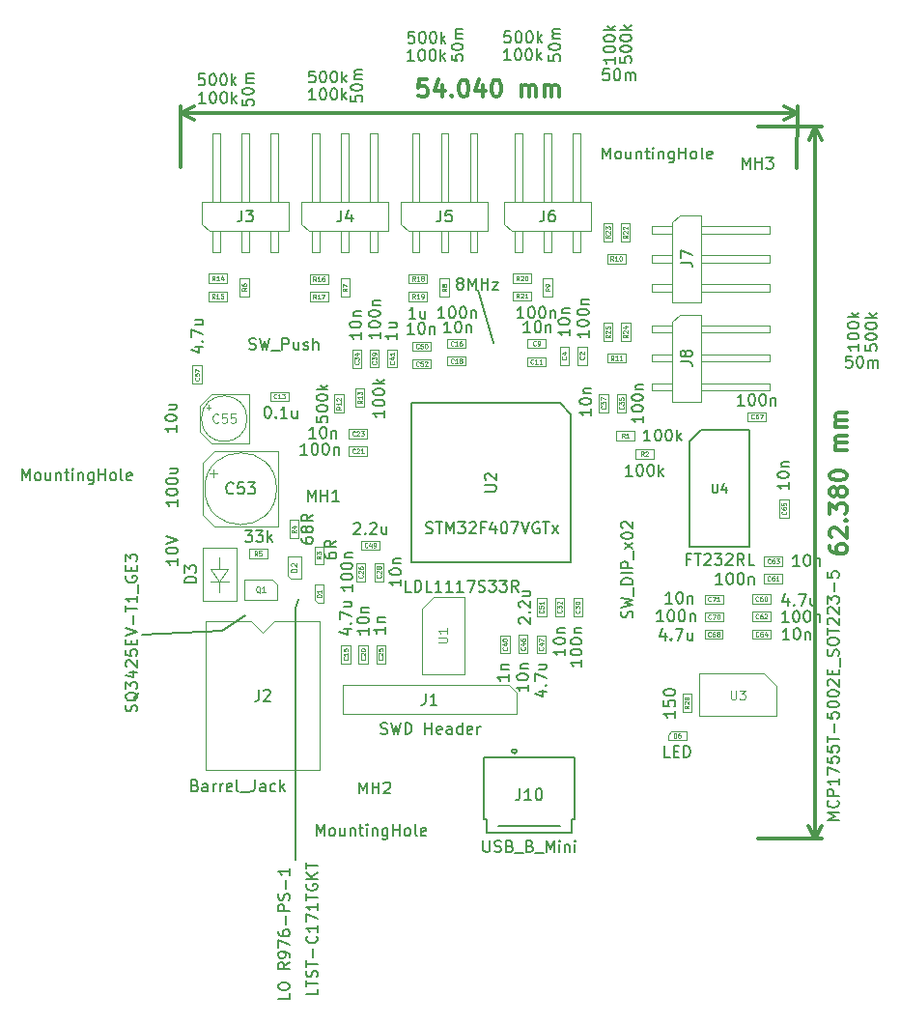
<source format=gbr>
G04 #@! TF.GenerationSoftware,KiCad,Pcbnew,(5.0.0)*
G04 #@! TF.CreationDate,2020-04-23T21:24:48+10:00*
G04 #@! TF.ProjectId,Classification and Contol Board,436C617373696669636174696F6E2061,rev?*
G04 #@! TF.SameCoordinates,Original*
G04 #@! TF.FileFunction,Other,Fab,Top*
%FSLAX46Y46*%
G04 Gerber Fmt 4.6, Leading zero omitted, Abs format (unit mm)*
G04 Created by KiCad (PCBNEW (5.0.0)) date 04/23/20 21:24:48*
%MOMM*%
%LPD*%
G01*
G04 APERTURE LIST*
%ADD10C,0.200000*%
%ADD11C,0.300000*%
%ADD12C,0.100000*%
%ADD13C,0.150000*%
%ADD14C,0.060000*%
%ADD15C,0.120000*%
%ADD16C,0.080000*%
%ADD17C,0.075000*%
G04 APERTURE END LIST*
D10*
X124440000Y-103480000D02*
X124640000Y-102600000D01*
X124380000Y-125470000D02*
X124440000Y-103480000D01*
X117970000Y-105420000D02*
X119970000Y-104100000D01*
X110930000Y-105770000D02*
X117970000Y-105420000D01*
X140400000Y-75530000D02*
X141790000Y-80170000D01*
D11*
X135945699Y-57120559D02*
X135231413Y-57120163D01*
X135159588Y-57834409D01*
X135231056Y-57763020D01*
X135373953Y-57691671D01*
X135731096Y-57691869D01*
X135873913Y-57763377D01*
X135945302Y-57834845D01*
X136016652Y-57977742D01*
X136016453Y-58334885D01*
X135944946Y-58477702D01*
X135873477Y-58549091D01*
X135730581Y-58620440D01*
X135373438Y-58620242D01*
X135230620Y-58548734D01*
X135159231Y-58477266D01*
X137302564Y-57621313D02*
X137302009Y-58621313D01*
X136945738Y-57049686D02*
X136588001Y-58120916D01*
X137516572Y-58121432D01*
X138087802Y-58478892D02*
X138159191Y-58550360D01*
X138087723Y-58621749D01*
X138016334Y-58550281D01*
X138087802Y-58478892D01*
X138087723Y-58621749D01*
X139088556Y-57122304D02*
X139231413Y-57122383D01*
X139374230Y-57193891D01*
X139445619Y-57265360D01*
X139516968Y-57408256D01*
X139588238Y-57694010D01*
X139588040Y-58051153D01*
X139516453Y-58336828D01*
X139444945Y-58479645D01*
X139373477Y-58551034D01*
X139230580Y-58622383D01*
X139087723Y-58622304D01*
X138944905Y-58550796D01*
X138873516Y-58479328D01*
X138802167Y-58336431D01*
X138730897Y-58050677D01*
X138731096Y-57693534D01*
X138802683Y-57407860D01*
X138874191Y-57265042D01*
X138945659Y-57193653D01*
X139088556Y-57122304D01*
X140873992Y-57623295D02*
X140873437Y-58623295D01*
X140517166Y-57051669D02*
X140159429Y-58122899D01*
X141088000Y-58123414D01*
X141945698Y-57123890D02*
X142088555Y-57123970D01*
X142231373Y-57195477D01*
X142302761Y-57266946D01*
X142374111Y-57409842D01*
X142445381Y-57695596D01*
X142445182Y-58052739D01*
X142373595Y-58338414D01*
X142302087Y-58481231D01*
X142230619Y-58552620D01*
X142087722Y-58623969D01*
X141944865Y-58623890D01*
X141802048Y-58552382D01*
X141730659Y-58480914D01*
X141659310Y-58338017D01*
X141588040Y-58052263D01*
X141588238Y-57695120D01*
X141659825Y-57409446D01*
X141731333Y-57266628D01*
X141802801Y-57195240D01*
X141945698Y-57123890D01*
X144230579Y-58625159D02*
X144231134Y-57625159D01*
X144231055Y-57768016D02*
X144302523Y-57696627D01*
X144445420Y-57625278D01*
X144659706Y-57625397D01*
X144802523Y-57696905D01*
X144873872Y-57839802D01*
X144873436Y-58625516D01*
X144873872Y-57839802D02*
X144945380Y-57696984D01*
X145088277Y-57625635D01*
X145302563Y-57625754D01*
X145445380Y-57697262D01*
X145516729Y-57840159D01*
X145516293Y-58625873D01*
X146230579Y-58626269D02*
X146231134Y-57626269D01*
X146231055Y-57769127D02*
X146302523Y-57697738D01*
X146445420Y-57626388D01*
X146659705Y-57626507D01*
X146802523Y-57698015D01*
X146873872Y-57840912D01*
X146873436Y-58626626D01*
X146873872Y-57840912D02*
X146945380Y-57698094D01*
X147088277Y-57626745D01*
X147302562Y-57626864D01*
X147445380Y-57698372D01*
X147516729Y-57841269D01*
X147516293Y-58626983D01*
X114352648Y-60030002D02*
X168392648Y-60060002D01*
X114350000Y-64800000D02*
X114352974Y-59443581D01*
X168390000Y-64830000D02*
X168392974Y-59473581D01*
X168392648Y-60060002D02*
X167265819Y-60645797D01*
X168392648Y-60060002D02*
X167266470Y-59472956D01*
X114352648Y-60030002D02*
X115478826Y-60617048D01*
X114352648Y-60030002D02*
X115479477Y-59444207D01*
X171260996Y-97953028D02*
X171260859Y-98238742D01*
X171332218Y-98381634D01*
X171403613Y-98453096D01*
X171617830Y-98596057D01*
X171903509Y-98667623D01*
X172474938Y-98667897D01*
X172617829Y-98596538D01*
X172689292Y-98525143D01*
X172760790Y-98382321D01*
X172760927Y-98096606D01*
X172689567Y-97953715D01*
X172618173Y-97882252D01*
X172475350Y-97810755D01*
X172118207Y-97810583D01*
X171975316Y-97881943D01*
X171903853Y-97953337D01*
X171832356Y-98096160D01*
X171832218Y-98381874D01*
X171903578Y-98524765D01*
X171974972Y-98596228D01*
X172117795Y-98667726D01*
X171404197Y-97238811D02*
X171332802Y-97167348D01*
X171261443Y-97024456D01*
X171261614Y-96667314D01*
X171333112Y-96524491D01*
X171404574Y-96453097D01*
X171547466Y-96381737D01*
X171690323Y-96381806D01*
X171904574Y-96453337D01*
X172761305Y-97310892D01*
X172761752Y-96382321D01*
X172619204Y-95739395D02*
X172690666Y-95668001D01*
X172762061Y-95739464D01*
X172690598Y-95810858D01*
X172619204Y-95739395D01*
X172762061Y-95739464D01*
X171262336Y-95167314D02*
X171262782Y-94238743D01*
X171833970Y-94739017D01*
X171834073Y-94524732D01*
X171905571Y-94381909D01*
X171977034Y-94310515D01*
X172119925Y-94239155D01*
X172477068Y-94239327D01*
X172619891Y-94310824D01*
X172691285Y-94382287D01*
X172762645Y-94525178D01*
X172762439Y-94953750D01*
X172690941Y-95096572D01*
X172619478Y-95167967D01*
X171906052Y-93381909D02*
X171834554Y-93524732D01*
X171763091Y-93596126D01*
X171620200Y-93667486D01*
X171548771Y-93667451D01*
X171405949Y-93595954D01*
X171334554Y-93524491D01*
X171263194Y-93381600D01*
X171263332Y-93095886D01*
X171334829Y-92953063D01*
X171406292Y-92881669D01*
X171549184Y-92810309D01*
X171620612Y-92810343D01*
X171763435Y-92881840D01*
X171834829Y-92953303D01*
X171906189Y-93096195D01*
X171906052Y-93381909D01*
X171977411Y-93524800D01*
X172048806Y-93596263D01*
X172191628Y-93667761D01*
X172477343Y-93667898D01*
X172620234Y-93596538D01*
X172691697Y-93525144D01*
X172763194Y-93382321D01*
X172763332Y-93096607D01*
X172691972Y-92953715D01*
X172620578Y-92882253D01*
X172477755Y-92810755D01*
X172192041Y-92810618D01*
X172049149Y-92881978D01*
X171977686Y-92953372D01*
X171906189Y-93096195D01*
X171263916Y-91881600D02*
X171263985Y-91738743D01*
X171335482Y-91595920D01*
X171406945Y-91524526D01*
X171549836Y-91453166D01*
X171835585Y-91381875D01*
X172192728Y-91382047D01*
X172478408Y-91453613D01*
X172621230Y-91525110D01*
X172692625Y-91596573D01*
X172763984Y-91739464D01*
X172763916Y-91882321D01*
X172692418Y-92025144D01*
X172620955Y-92096538D01*
X172478064Y-92167898D01*
X172192315Y-92239189D01*
X171835173Y-92239018D01*
X171549493Y-92167452D01*
X171406670Y-92095954D01*
X171335276Y-92024491D01*
X171263916Y-91881600D01*
X172765015Y-89596607D02*
X171765015Y-89596126D01*
X171907872Y-89596195D02*
X171836478Y-89524732D01*
X171765118Y-89381841D01*
X171765221Y-89167555D01*
X171836718Y-89024732D01*
X171979610Y-88953372D01*
X172765324Y-88953750D01*
X171979610Y-88953372D02*
X171836787Y-88881875D01*
X171765427Y-88738984D01*
X171765530Y-88524698D01*
X171837028Y-88381875D01*
X171979919Y-88310515D01*
X172765633Y-88310893D01*
X172765977Y-87596608D02*
X171765977Y-87596127D01*
X171908834Y-87596195D02*
X171837440Y-87524732D01*
X171766080Y-87381841D01*
X171766183Y-87167555D01*
X171837680Y-87024732D01*
X171980572Y-86953373D01*
X172766286Y-86953750D01*
X171980572Y-86953373D02*
X171837749Y-86881875D01*
X171766389Y-86738984D01*
X171766492Y-86524698D01*
X171837989Y-86381875D01*
X171980881Y-86310516D01*
X172766595Y-86310893D01*
X170000070Y-61262414D02*
X169970070Y-123642414D01*
X164980000Y-61260000D02*
X170586491Y-61262696D01*
X164950000Y-123640000D02*
X170556491Y-123642696D01*
X169970070Y-123642414D02*
X169384191Y-122515628D01*
X169970070Y-123642414D02*
X170557032Y-122516192D01*
X170000070Y-61262414D02*
X169413108Y-62388636D01*
X170000070Y-61262414D02*
X170585949Y-62389200D01*
D12*
G04 #@! TO.C,D1*
X126890000Y-101380000D02*
X126090000Y-101380000D01*
X126890000Y-102980000D02*
X126890000Y-101380000D01*
X126390000Y-102980000D02*
X126890000Y-102980000D01*
X126090000Y-102680000D02*
X126390000Y-102980000D01*
X126090000Y-101380000D02*
X126090000Y-102680000D01*
G04 #@! TO.C,R3*
X126870000Y-99620000D02*
X126070000Y-99620000D01*
X126070000Y-99620000D02*
X126070000Y-98020000D01*
X126070000Y-98020000D02*
X126870000Y-98020000D01*
X126870000Y-98020000D02*
X126870000Y-99620000D01*
D13*
G04 #@! TO.C,U4*
X158940000Y-88850000D02*
X159940000Y-87850000D01*
X158940000Y-98050000D02*
X158940000Y-88850000D01*
X164240000Y-98050000D02*
X158940000Y-98050000D01*
X164240000Y-87850000D02*
X164240000Y-98050000D01*
X159940000Y-87850000D02*
X164240000Y-87850000D01*
D12*
G04 #@! TO.C,J2*
X116540000Y-117610000D02*
X116540000Y-104610000D01*
X126540000Y-117610000D02*
X116540000Y-117610000D01*
X126540000Y-104610000D02*
X126540000Y-117610000D01*
X122540000Y-104610000D02*
X126540000Y-104610000D01*
X121540000Y-105610000D02*
X122540000Y-104610000D01*
X120540000Y-104610000D02*
X121540000Y-105610000D01*
X116540000Y-104610000D02*
X120540000Y-104610000D01*
D13*
G04 #@! TO.C,U2*
X148570000Y-86440000D02*
X148570000Y-99440000D01*
X148570000Y-99440000D02*
X134570000Y-99440000D01*
X134570000Y-99440000D02*
X134570000Y-85440000D01*
X134570000Y-85440000D02*
X147570000Y-85440000D01*
X147570000Y-85440000D02*
X148570000Y-86440000D01*
D12*
G04 #@! TO.C,C20*
X130750000Y-108290000D02*
X129950000Y-108290000D01*
X129950000Y-108290000D02*
X129950000Y-106690000D01*
X129950000Y-106690000D02*
X130750000Y-106690000D01*
X130750000Y-106690000D02*
X130750000Y-108290000D01*
G04 #@! TO.C,C55*
X116785227Y-85630000D02*
X116785227Y-86030000D01*
X116585227Y-85830000D02*
X116985227Y-85830000D01*
X116010000Y-87980000D02*
X117010000Y-88980000D01*
X116010000Y-85680000D02*
X117010000Y-84680000D01*
X116010000Y-85680000D02*
X116010000Y-87980000D01*
X117010000Y-88980000D02*
X120310000Y-88980000D01*
X117010000Y-84680000D02*
X120310000Y-84680000D01*
X120310000Y-84680000D02*
X120310000Y-88980000D01*
X120160000Y-86830000D02*
G75*
G03X120160000Y-86830000I-2000000J0D01*
G01*
G04 #@! TO.C,C53*
X122750000Y-92970000D02*
G75*
G03X122750000Y-92970000I-3150000J0D01*
G01*
X122900000Y-89670000D02*
X122900000Y-96270000D01*
X117300000Y-89670000D02*
X122900000Y-89670000D01*
X117300000Y-96270000D02*
X122900000Y-96270000D01*
X116300000Y-90670000D02*
X116300000Y-95270000D01*
X116300000Y-90670000D02*
X117300000Y-89670000D01*
X116300000Y-95270000D02*
X117300000Y-96270000D01*
X116895162Y-91640000D02*
X117525162Y-91640000D01*
X117210162Y-91325000D02*
X117210162Y-91955000D01*
G04 #@! TO.C,C9*
X144740000Y-80640000D02*
X144740000Y-79840000D01*
X144740000Y-79840000D02*
X146340000Y-79840000D01*
X146340000Y-79840000D02*
X146340000Y-80640000D01*
X146340000Y-80640000D02*
X144740000Y-80640000D01*
G04 #@! TO.C,C41*
X133290000Y-80750000D02*
X133290000Y-82350000D01*
X132490000Y-80750000D02*
X133290000Y-80750000D01*
X132490000Y-82350000D02*
X132490000Y-80750000D01*
X133290000Y-82350000D02*
X132490000Y-82350000D01*
G04 #@! TO.C,C46*
X143957443Y-107399757D02*
X143957443Y-105799757D01*
X144757443Y-107399757D02*
X143957443Y-107399757D01*
X144757443Y-105799757D02*
X144757443Y-107399757D01*
X143957443Y-105799757D02*
X144757443Y-105799757D01*
G04 #@! TO.C,C39*
X131730000Y-82350000D02*
X130930000Y-82350000D01*
X130930000Y-82350000D02*
X130930000Y-80750000D01*
X130930000Y-80750000D02*
X131730000Y-80750000D01*
X131730000Y-80750000D02*
X131730000Y-82350000D01*
G04 #@! TO.C,C47*
X145547443Y-107409757D02*
X145547443Y-105809757D01*
X146347443Y-107409757D02*
X145547443Y-107409757D01*
X146347443Y-105809757D02*
X146347443Y-107409757D01*
X145547443Y-105809757D02*
X146347443Y-105809757D01*
G04 #@! TO.C,C49*
X130170000Y-97530000D02*
X131770000Y-97530000D01*
X130170000Y-98330000D02*
X130170000Y-97530000D01*
X131770000Y-98330000D02*
X130170000Y-98330000D01*
X131770000Y-97530000D02*
X131770000Y-98330000D01*
G04 #@! TO.C,C50*
X136260000Y-80080000D02*
X136260000Y-80880000D01*
X136260000Y-80880000D02*
X134660000Y-80880000D01*
X134660000Y-80880000D02*
X134660000Y-80080000D01*
X134660000Y-80080000D02*
X136260000Y-80080000D01*
G04 #@! TO.C,C51*
X145580000Y-104150000D02*
X145580000Y-102550000D01*
X146380000Y-104150000D02*
X145580000Y-104150000D01*
X146380000Y-102550000D02*
X146380000Y-104150000D01*
X145580000Y-102550000D02*
X146380000Y-102550000D01*
G04 #@! TO.C,C52*
X136270786Y-81629320D02*
X136270786Y-82429320D01*
X136270786Y-82429320D02*
X134670786Y-82429320D01*
X134670786Y-82429320D02*
X134670786Y-81629320D01*
X134670786Y-81629320D02*
X136270786Y-81629320D01*
G04 #@! TO.C,C16*
X139320000Y-79850000D02*
X139320000Y-80650000D01*
X139320000Y-80650000D02*
X137720000Y-80650000D01*
X137720000Y-80650000D02*
X137720000Y-79850000D01*
X137720000Y-79850000D02*
X139320000Y-79850000D01*
G04 #@! TO.C,C15*
X129220000Y-106690000D02*
X129220000Y-108290000D01*
X128420000Y-106690000D02*
X129220000Y-106690000D01*
X128420000Y-108290000D02*
X128420000Y-106690000D01*
X129220000Y-108290000D02*
X128420000Y-108290000D01*
G04 #@! TO.C,C11*
X146320000Y-82240000D02*
X144720000Y-82240000D01*
X146320000Y-81440000D02*
X146320000Y-82240000D01*
X144720000Y-81440000D02*
X146320000Y-81440000D01*
X144720000Y-82240000D02*
X144720000Y-81440000D01*
G04 #@! TO.C,C65*
X166850000Y-93910000D02*
X167650000Y-93910000D01*
X167650000Y-93910000D02*
X167650000Y-95510000D01*
X167650000Y-95510000D02*
X166850000Y-95510000D01*
X166850000Y-95510000D02*
X166850000Y-93910000D01*
G04 #@! TO.C,C64*
X166060000Y-106130000D02*
X164460000Y-106130000D01*
X166060000Y-105330000D02*
X166060000Y-106130000D01*
X164460000Y-105330000D02*
X166060000Y-105330000D01*
X164460000Y-106130000D02*
X164460000Y-105330000D01*
G04 #@! TO.C,C63*
X167086376Y-98924940D02*
X167086376Y-99724940D01*
X167086376Y-99724940D02*
X165486376Y-99724940D01*
X165486376Y-99724940D02*
X165486376Y-98924940D01*
X165486376Y-98924940D02*
X167086376Y-98924940D01*
G04 #@! TO.C,C62*
X166050000Y-104560000D02*
X164450000Y-104560000D01*
X166050000Y-103760000D02*
X166050000Y-104560000D01*
X164450000Y-103760000D02*
X166050000Y-103760000D01*
X164450000Y-104560000D02*
X164450000Y-103760000D01*
G04 #@! TO.C,C61*
X167076376Y-100454940D02*
X167076376Y-101254940D01*
X167076376Y-101254940D02*
X165476376Y-101254940D01*
X165476376Y-101254940D02*
X165476376Y-100454940D01*
X165476376Y-100454940D02*
X167076376Y-100454940D01*
G04 #@! TO.C,C60*
X166050000Y-103020000D02*
X164450000Y-103020000D01*
X166050000Y-102220000D02*
X166050000Y-103020000D01*
X164450000Y-102220000D02*
X166050000Y-102220000D01*
X164450000Y-103020000D02*
X164450000Y-102220000D01*
G04 #@! TO.C,C4*
X148371543Y-82122549D02*
X147571543Y-82122549D01*
X147571543Y-82122549D02*
X147571543Y-80522549D01*
X147571543Y-80522549D02*
X148371543Y-80522549D01*
X148371543Y-80522549D02*
X148371543Y-82122549D01*
G04 #@! TO.C,C57*
X116190000Y-83780000D02*
X115390000Y-83780000D01*
X115390000Y-83780000D02*
X115390000Y-82180000D01*
X115390000Y-82180000D02*
X116190000Y-82180000D01*
X116190000Y-82180000D02*
X116190000Y-83780000D01*
G04 #@! TO.C,C13*
X122190000Y-84470000D02*
X123790000Y-84470000D01*
X122190000Y-85270000D02*
X122190000Y-84470000D01*
X123790000Y-85270000D02*
X122190000Y-85270000D01*
X123790000Y-84470000D02*
X123790000Y-85270000D01*
G04 #@! TO.C,C21*
X130690000Y-89270000D02*
X130690000Y-90070000D01*
X130690000Y-90070000D02*
X129090000Y-90070000D01*
X129090000Y-90070000D02*
X129090000Y-89270000D01*
X129090000Y-89270000D02*
X130690000Y-89270000D01*
G04 #@! TO.C,C23*
X129080000Y-87740000D02*
X130680000Y-87740000D01*
X129080000Y-88540000D02*
X129080000Y-87740000D01*
X130680000Y-88540000D02*
X129080000Y-88540000D01*
X130680000Y-87740000D02*
X130680000Y-88540000D01*
G04 #@! TO.C,C25*
X132280686Y-106687988D02*
X132280686Y-108287988D01*
X131480686Y-106687988D02*
X132280686Y-106687988D01*
X131480686Y-108287988D02*
X131480686Y-106687988D01*
X132280686Y-108287988D02*
X131480686Y-108287988D01*
G04 #@! TO.C,C40*
X142387443Y-105809757D02*
X143187443Y-105809757D01*
X143187443Y-105809757D02*
X143187443Y-107409757D01*
X143187443Y-107409757D02*
X142387443Y-107409757D01*
X142387443Y-107409757D02*
X142387443Y-105809757D01*
G04 #@! TO.C,C28*
X131320000Y-99470000D02*
X132120000Y-99470000D01*
X132120000Y-99470000D02*
X132120000Y-101070000D01*
X132120000Y-101070000D02*
X131320000Y-101070000D01*
X131320000Y-101070000D02*
X131320000Y-99470000D01*
G04 #@! TO.C,C30*
X148750000Y-102570000D02*
X149550000Y-102570000D01*
X149550000Y-102570000D02*
X149550000Y-104170000D01*
X149550000Y-104170000D02*
X148750000Y-104170000D01*
X148750000Y-104170000D02*
X148750000Y-102570000D01*
G04 #@! TO.C,C18*
X137720000Y-81380000D02*
X139320000Y-81380000D01*
X137720000Y-82180000D02*
X137720000Y-81380000D01*
X139320000Y-82180000D02*
X137720000Y-82180000D01*
X139320000Y-81380000D02*
X139320000Y-82180000D01*
G04 #@! TO.C,C2*
X149940000Y-82100000D02*
X149140000Y-82100000D01*
X149140000Y-82100000D02*
X149140000Y-80500000D01*
X149140000Y-80500000D02*
X149940000Y-80500000D01*
X149940000Y-80500000D02*
X149940000Y-82100000D01*
G04 #@! TO.C,C71*
X160287500Y-102250000D02*
X161887500Y-102250000D01*
X160287500Y-103050000D02*
X160287500Y-102250000D01*
X161887500Y-103050000D02*
X160287500Y-103050000D01*
X161887500Y-102250000D02*
X161887500Y-103050000D01*
G04 #@! TO.C,C70*
X161890000Y-103800000D02*
X161890000Y-104600000D01*
X161890000Y-104600000D02*
X160290000Y-104600000D01*
X160290000Y-104600000D02*
X160290000Y-103800000D01*
X160290000Y-103800000D02*
X161890000Y-103800000D01*
G04 #@! TO.C,C68*
X160270000Y-105340000D02*
X161870000Y-105340000D01*
X160270000Y-106140000D02*
X160270000Y-105340000D01*
X161870000Y-106140000D02*
X160270000Y-106140000D01*
X161870000Y-105340000D02*
X161870000Y-106140000D01*
G04 #@! TO.C,C67*
X165672500Y-86250000D02*
X165672500Y-87050000D01*
X165672500Y-87050000D02*
X164072500Y-87050000D01*
X164072500Y-87050000D02*
X164072500Y-86250000D01*
X164072500Y-86250000D02*
X165672500Y-86250000D01*
G04 #@! TO.C,C26*
X129740000Y-101080000D02*
X129740000Y-99480000D01*
X130540000Y-101080000D02*
X129740000Y-101080000D01*
X130540000Y-99480000D02*
X130540000Y-101080000D01*
X129740000Y-99480000D02*
X130540000Y-99480000D01*
G04 #@! TO.C,C37*
X151820000Y-84680000D02*
X151820000Y-86280000D01*
X151020000Y-84680000D02*
X151820000Y-84680000D01*
X151020000Y-86280000D02*
X151020000Y-84680000D01*
X151820000Y-86280000D02*
X151020000Y-86280000D01*
G04 #@! TO.C,C35*
X153400000Y-84680000D02*
X153400000Y-86280000D01*
X152600000Y-84680000D02*
X153400000Y-84680000D01*
X152600000Y-86280000D02*
X152600000Y-84680000D01*
X153400000Y-86280000D02*
X152600000Y-86280000D01*
G04 #@! TO.C,C34*
X130180000Y-82352500D02*
X129380000Y-82352500D01*
X129380000Y-82352500D02*
X129380000Y-80752500D01*
X129380000Y-80752500D02*
X130180000Y-80752500D01*
X130180000Y-80752500D02*
X130180000Y-82352500D01*
G04 #@! TO.C,C32*
X147160000Y-102550000D02*
X147960000Y-102550000D01*
X147960000Y-102550000D02*
X147960000Y-104150000D01*
X147960000Y-104150000D02*
X147160000Y-104150000D01*
X147160000Y-104150000D02*
X147160000Y-102550000D01*
G04 #@! TO.C,J8*
X159985001Y-84365001D02*
X165985001Y-84365001D01*
X165985001Y-83725001D02*
X165985001Y-84365001D01*
X159985001Y-83725001D02*
X165985001Y-83725001D01*
X155625001Y-84365001D02*
X157445001Y-84365001D01*
X155625001Y-83725001D02*
X155625001Y-84365001D01*
X155625001Y-83725001D02*
X157445001Y-83725001D01*
X159985001Y-81825001D02*
X165985001Y-81825001D01*
X165985001Y-81185001D02*
X165985001Y-81825001D01*
X159985001Y-81185001D02*
X165985001Y-81185001D01*
X155625001Y-81825001D02*
X157445001Y-81825001D01*
X155625001Y-81185001D02*
X155625001Y-81825001D01*
X155625001Y-81185001D02*
X157445001Y-81185001D01*
X159985001Y-79285001D02*
X165985001Y-79285001D01*
X165985001Y-78645001D02*
X165985001Y-79285001D01*
X159985001Y-78645001D02*
X165985001Y-78645001D01*
X155625001Y-79285001D02*
X157445001Y-79285001D01*
X155625001Y-78645001D02*
X155625001Y-79285001D01*
X155625001Y-78645001D02*
X157445001Y-78645001D01*
X157445001Y-78330001D02*
X158080001Y-77695001D01*
X157445001Y-85315001D02*
X157445001Y-78330001D01*
X159985001Y-85315001D02*
X157445001Y-85315001D01*
X159985001Y-77695001D02*
X159985001Y-85315001D01*
X158080001Y-77695001D02*
X159985001Y-77695001D01*
G04 #@! TO.C,J7*
X158080001Y-68995001D02*
X159985001Y-68995001D01*
X159985001Y-68995001D02*
X159985001Y-76615001D01*
X159985001Y-76615001D02*
X157445001Y-76615001D01*
X157445001Y-76615001D02*
X157445001Y-69630001D01*
X157445001Y-69630001D02*
X158080001Y-68995001D01*
X155625001Y-69945001D02*
X157445001Y-69945001D01*
X155625001Y-69945001D02*
X155625001Y-70585001D01*
X155625001Y-70585001D02*
X157445001Y-70585001D01*
X159985001Y-69945001D02*
X165985001Y-69945001D01*
X165985001Y-69945001D02*
X165985001Y-70585001D01*
X159985001Y-70585001D02*
X165985001Y-70585001D01*
X155625001Y-72485001D02*
X157445001Y-72485001D01*
X155625001Y-72485001D02*
X155625001Y-73125001D01*
X155625001Y-73125001D02*
X157445001Y-73125001D01*
X159985001Y-72485001D02*
X165985001Y-72485001D01*
X165985001Y-72485001D02*
X165985001Y-73125001D01*
X159985001Y-73125001D02*
X165985001Y-73125001D01*
X155625001Y-75025001D02*
X157445001Y-75025001D01*
X155625001Y-75025001D02*
X155625001Y-75665001D01*
X155625001Y-75665001D02*
X157445001Y-75665001D01*
X159985001Y-75025001D02*
X165985001Y-75025001D01*
X165985001Y-75025001D02*
X165985001Y-75665001D01*
X159985001Y-75665001D02*
X165985001Y-75665001D01*
G04 #@! TO.C,J6*
X149372311Y-67840074D02*
X149372311Y-61840074D01*
X148732311Y-61840074D02*
X149372311Y-61840074D01*
X148732311Y-67840074D02*
X148732311Y-61840074D01*
X149372311Y-72200074D02*
X149372311Y-70380074D01*
X148732311Y-72200074D02*
X149372311Y-72200074D01*
X148732311Y-72200074D02*
X148732311Y-70380074D01*
X146832311Y-67840074D02*
X146832311Y-61840074D01*
X146192311Y-61840074D02*
X146832311Y-61840074D01*
X146192311Y-67840074D02*
X146192311Y-61840074D01*
X146832311Y-72200074D02*
X146832311Y-70380074D01*
X146192311Y-72200074D02*
X146832311Y-72200074D01*
X146192311Y-72200074D02*
X146192311Y-70380074D01*
X144292311Y-67840074D02*
X144292311Y-61840074D01*
X143652311Y-61840074D02*
X144292311Y-61840074D01*
X143652311Y-67840074D02*
X143652311Y-61840074D01*
X144292311Y-72200074D02*
X144292311Y-70380074D01*
X143652311Y-72200074D02*
X144292311Y-72200074D01*
X143652311Y-72200074D02*
X143652311Y-70380074D01*
X143337311Y-70380074D02*
X142702311Y-69745074D01*
X150322311Y-70380074D02*
X143337311Y-70380074D01*
X150322311Y-67840074D02*
X150322311Y-70380074D01*
X142702311Y-67840074D02*
X150322311Y-67840074D01*
X142702311Y-69745074D02*
X142702311Y-67840074D01*
G04 #@! TO.C,J5*
X133660000Y-69745074D02*
X133660000Y-67840074D01*
X133660000Y-67840074D02*
X141280000Y-67840074D01*
X141280000Y-67840074D02*
X141280000Y-70380074D01*
X141280000Y-70380074D02*
X134295000Y-70380074D01*
X134295000Y-70380074D02*
X133660000Y-69745074D01*
X134610000Y-72200074D02*
X134610000Y-70380074D01*
X134610000Y-72200074D02*
X135250000Y-72200074D01*
X135250000Y-72200074D02*
X135250000Y-70380074D01*
X134610000Y-67840074D02*
X134610000Y-61840074D01*
X134610000Y-61840074D02*
X135250000Y-61840074D01*
X135250000Y-67840074D02*
X135250000Y-61840074D01*
X137150000Y-72200074D02*
X137150000Y-70380074D01*
X137150000Y-72200074D02*
X137790000Y-72200074D01*
X137790000Y-72200074D02*
X137790000Y-70380074D01*
X137150000Y-67840074D02*
X137150000Y-61840074D01*
X137150000Y-61840074D02*
X137790000Y-61840074D01*
X137790000Y-67840074D02*
X137790000Y-61840074D01*
X139690000Y-72200074D02*
X139690000Y-70380074D01*
X139690000Y-72200074D02*
X140330000Y-72200074D01*
X140330000Y-72200074D02*
X140330000Y-70380074D01*
X139690000Y-67840074D02*
X139690000Y-61840074D01*
X139690000Y-61840074D02*
X140330000Y-61840074D01*
X140330000Y-67840074D02*
X140330000Y-61840074D01*
G04 #@! TO.C,J4*
X131600000Y-67840074D02*
X131600000Y-61840074D01*
X130960000Y-61840074D02*
X131600000Y-61840074D01*
X130960000Y-67840074D02*
X130960000Y-61840074D01*
X131600000Y-72200074D02*
X131600000Y-70380074D01*
X130960000Y-72200074D02*
X131600000Y-72200074D01*
X130960000Y-72200074D02*
X130960000Y-70380074D01*
X129060000Y-67840074D02*
X129060000Y-61840074D01*
X128420000Y-61840074D02*
X129060000Y-61840074D01*
X128420000Y-67840074D02*
X128420000Y-61840074D01*
X129060000Y-72200074D02*
X129060000Y-70380074D01*
X128420000Y-72200074D02*
X129060000Y-72200074D01*
X128420000Y-72200074D02*
X128420000Y-70380074D01*
X126520000Y-67840074D02*
X126520000Y-61840074D01*
X125880000Y-61840074D02*
X126520000Y-61840074D01*
X125880000Y-67840074D02*
X125880000Y-61840074D01*
X126520000Y-72200074D02*
X126520000Y-70380074D01*
X125880000Y-72200074D02*
X126520000Y-72200074D01*
X125880000Y-72200074D02*
X125880000Y-70380074D01*
X125565000Y-70380074D02*
X124930000Y-69745074D01*
X132550000Y-70380074D02*
X125565000Y-70380074D01*
X132550000Y-67840074D02*
X132550000Y-70380074D01*
X124930000Y-67840074D02*
X132550000Y-67840074D01*
X124930000Y-69745074D02*
X124930000Y-67840074D01*
G04 #@! TO.C,J3*
X116200000Y-69745074D02*
X116200000Y-67840074D01*
X116200000Y-67840074D02*
X123820000Y-67840074D01*
X123820000Y-67840074D02*
X123820000Y-70380074D01*
X123820000Y-70380074D02*
X116835000Y-70380074D01*
X116835000Y-70380074D02*
X116200000Y-69745074D01*
X117150000Y-72200074D02*
X117150000Y-70380074D01*
X117150000Y-72200074D02*
X117790000Y-72200074D01*
X117790000Y-72200074D02*
X117790000Y-70380074D01*
X117150000Y-67840074D02*
X117150000Y-61840074D01*
X117150000Y-61840074D02*
X117790000Y-61840074D01*
X117790000Y-67840074D02*
X117790000Y-61840074D01*
X119690000Y-72200074D02*
X119690000Y-70380074D01*
X119690000Y-72200074D02*
X120330000Y-72200074D01*
X120330000Y-72200074D02*
X120330000Y-70380074D01*
X119690000Y-67840074D02*
X119690000Y-61840074D01*
X119690000Y-61840074D02*
X120330000Y-61840074D01*
X120330000Y-67840074D02*
X120330000Y-61840074D01*
X122230000Y-72200074D02*
X122230000Y-70380074D01*
X122230000Y-72200074D02*
X122870000Y-72200074D01*
X122870000Y-72200074D02*
X122870000Y-70380074D01*
X122230000Y-67840074D02*
X122230000Y-61840074D01*
X122230000Y-61840074D02*
X122870000Y-61840074D01*
X122870000Y-67840074D02*
X122870000Y-61840074D01*
G04 #@! TO.C,J1*
X143760000Y-110835000D02*
X143760000Y-112740000D01*
X143760000Y-112740000D02*
X128520000Y-112740000D01*
X128520000Y-112740000D02*
X128520000Y-110200000D01*
X128520000Y-110200000D02*
X143125000Y-110200000D01*
X143125000Y-110200000D02*
X143760000Y-110835000D01*
D13*
G04 #@! TO.C,J10*
X143815000Y-115800000D02*
X143815000Y-116025000D01*
X143365000Y-115800000D02*
X143815000Y-115800000D01*
X143365000Y-116025000D02*
X143365000Y-115800000D01*
X143590000Y-116200000D02*
X143365000Y-116025000D01*
X143815000Y-116025000D02*
X143590000Y-116200000D01*
X142190000Y-122500000D02*
X147590000Y-122500000D01*
X148890000Y-116500000D02*
X140890000Y-116500000D01*
X148890000Y-121900000D02*
X148890000Y-116500000D01*
X148590000Y-121900000D02*
X148890000Y-121900000D01*
X148590000Y-123100000D02*
X148590000Y-121900000D01*
X141190000Y-123100000D02*
X148590000Y-123100000D01*
X141190000Y-121900000D02*
X141190000Y-123100000D01*
X140890000Y-121900000D02*
X141190000Y-121900000D01*
X140890000Y-116500000D02*
X140890000Y-121900000D01*
D12*
G04 #@! TO.C,D3*
X119260000Y-98180000D02*
X119260000Y-102780000D01*
X119260000Y-102780000D02*
X116260000Y-102780000D01*
X116260000Y-98180000D02*
X119260000Y-98180000D01*
X116260000Y-98180000D02*
X116260000Y-102780000D01*
X117761020Y-101129440D02*
X117761020Y-102031140D01*
X117761020Y-99978820D02*
X117761020Y-98980600D01*
X116960920Y-101129440D02*
X118561120Y-101129440D01*
X118510320Y-99978820D02*
X116960920Y-99978820D01*
X117761020Y-101129440D02*
X118510320Y-99978820D01*
X117761020Y-101129440D02*
X116960920Y-99978820D01*
G04 #@! TO.C,D6*
X158670000Y-114230000D02*
X157370000Y-114230000D01*
X157370000Y-114230000D02*
X157070000Y-114530000D01*
X157070000Y-114530000D02*
X157070000Y-115030000D01*
X157070000Y-115030000D02*
X158670000Y-115030000D01*
X158670000Y-115030000D02*
X158670000Y-114230000D01*
G04 #@! TO.C,D2*
X124900000Y-98880000D02*
X123700000Y-98880000D01*
X124900000Y-100880000D02*
X124900000Y-98880000D01*
X124000000Y-100880000D02*
X124900000Y-100880000D01*
X123700000Y-100580000D02*
X124000000Y-100880000D01*
X123700000Y-98880000D02*
X123700000Y-100580000D01*
G04 #@! TO.C,U1*
X135487443Y-103499757D02*
X136487443Y-102499757D01*
X135487443Y-103499757D02*
X135487443Y-109199757D01*
X136487443Y-102499757D02*
X139187443Y-102499757D01*
X135487443Y-109199757D02*
X139187443Y-109199757D01*
X139187443Y-102499757D02*
X139187443Y-109199757D01*
G04 #@! TO.C,U3*
X165480000Y-109182500D02*
X166530000Y-110232500D01*
X165480000Y-109182500D02*
X159830000Y-109182500D01*
X166530000Y-110232500D02*
X166530000Y-112882500D01*
X159830000Y-109182500D02*
X159830000Y-112882500D01*
X166530000Y-112882500D02*
X159830000Y-112882500D01*
G04 #@! TO.C,Q1*
X122360000Y-100930000D02*
X122810000Y-101380000D01*
X122810000Y-102690000D02*
X122810000Y-101380000D01*
X122360000Y-100930000D02*
X119910000Y-100930000D01*
X119910000Y-102690000D02*
X119910000Y-100930000D01*
X122810000Y-102690000D02*
X119910000Y-102690000D01*
G04 #@! TO.C,R23*
X151390000Y-69690000D02*
X152190000Y-69690000D01*
X152190000Y-69690000D02*
X152190000Y-71290000D01*
X152190000Y-71290000D02*
X151390000Y-71290000D01*
X151390000Y-71290000D02*
X151390000Y-69690000D01*
G04 #@! TO.C,R2*
X155810000Y-90320000D02*
X154210000Y-90320000D01*
X155810000Y-89520000D02*
X155810000Y-90320000D01*
X154210000Y-89520000D02*
X155810000Y-89520000D01*
X154210000Y-90320000D02*
X154210000Y-89520000D01*
G04 #@! TO.C,R16*
X127250000Y-74200000D02*
X127250000Y-75000000D01*
X127250000Y-75000000D02*
X125650000Y-75000000D01*
X125650000Y-75000000D02*
X125650000Y-74200000D01*
X125650000Y-74200000D02*
X127250000Y-74200000D01*
G04 #@! TO.C,R25*
X151410000Y-80040000D02*
X151410000Y-78440000D01*
X152210000Y-80040000D02*
X151410000Y-80040000D01*
X152210000Y-78440000D02*
X152210000Y-80040000D01*
X151410000Y-78440000D02*
X152210000Y-78440000D01*
G04 #@! TO.C,R24*
X153750000Y-80030000D02*
X152950000Y-80030000D01*
X152950000Y-80030000D02*
X152950000Y-78430000D01*
X152950000Y-78430000D02*
X153750000Y-78430000D01*
X153750000Y-78430000D02*
X153750000Y-80030000D01*
G04 #@! TO.C,R22*
X153740000Y-69700000D02*
X153740000Y-71300000D01*
X152940000Y-69700000D02*
X153740000Y-69700000D01*
X152940000Y-71300000D02*
X152940000Y-69700000D01*
X153740000Y-71300000D02*
X152940000Y-71300000D01*
G04 #@! TO.C,R21*
X143452311Y-76470074D02*
X143452311Y-75670074D01*
X143452311Y-75670074D02*
X145052311Y-75670074D01*
X145052311Y-75670074D02*
X145052311Y-76470074D01*
X145052311Y-76470074D02*
X143452311Y-76470074D01*
G04 #@! TO.C,R20*
X143442311Y-74130074D02*
X145042311Y-74130074D01*
X143442311Y-74930074D02*
X143442311Y-74130074D01*
X145042311Y-74930074D02*
X143442311Y-74930074D01*
X145042311Y-74130074D02*
X145042311Y-74930074D01*
G04 #@! TO.C,R19*
X134350000Y-76510000D02*
X134350000Y-75710000D01*
X134350000Y-75710000D02*
X135950000Y-75710000D01*
X135950000Y-75710000D02*
X135950000Y-76510000D01*
X135950000Y-76510000D02*
X134350000Y-76510000D01*
G04 #@! TO.C,R18*
X134350000Y-74170000D02*
X135950000Y-74170000D01*
X134350000Y-74970000D02*
X134350000Y-74170000D01*
X135950000Y-74970000D02*
X134350000Y-74970000D01*
X135950000Y-74170000D02*
X135950000Y-74970000D01*
G04 #@! TO.C,R17*
X125650000Y-76540000D02*
X125650000Y-75740000D01*
X125650000Y-75740000D02*
X127250000Y-75740000D01*
X127250000Y-75740000D02*
X127250000Y-76540000D01*
X127250000Y-76540000D02*
X125650000Y-76540000D01*
G04 #@! TO.C,R28*
X159120000Y-110950000D02*
X159120000Y-112550000D01*
X158320000Y-110950000D02*
X159120000Y-110950000D01*
X158320000Y-112550000D02*
X158320000Y-110950000D01*
X159120000Y-112550000D02*
X158320000Y-112550000D01*
G04 #@! TO.C,R10*
X153330000Y-72410000D02*
X153330000Y-73210000D01*
X153330000Y-73210000D02*
X151730000Y-73210000D01*
X151730000Y-73210000D02*
X151730000Y-72410000D01*
X151730000Y-72410000D02*
X153330000Y-72410000D01*
G04 #@! TO.C,R1*
X154110000Y-88730000D02*
X152510000Y-88730000D01*
X154110000Y-87930000D02*
X154110000Y-88730000D01*
X152510000Y-87930000D02*
X154110000Y-87930000D01*
X152510000Y-88730000D02*
X152510000Y-87930000D01*
G04 #@! TO.C,R4*
X123880000Y-95720000D02*
X124680000Y-95720000D01*
X124680000Y-95720000D02*
X124680000Y-97320000D01*
X124680000Y-97320000D02*
X123880000Y-97320000D01*
X123880000Y-97320000D02*
X123880000Y-95720000D01*
G04 #@! TO.C,R6*
X119510000Y-76090000D02*
X119510000Y-74490000D01*
X120310000Y-76090000D02*
X119510000Y-76090000D01*
X120310000Y-74490000D02*
X120310000Y-76090000D01*
X119510000Y-74490000D02*
X120310000Y-74490000D01*
G04 #@! TO.C,R7*
X128350000Y-74550000D02*
X129150000Y-74550000D01*
X129150000Y-74550000D02*
X129150000Y-76150000D01*
X129150000Y-76150000D02*
X128350000Y-76150000D01*
X128350000Y-76150000D02*
X128350000Y-74550000D01*
G04 #@! TO.C,R8*
X137060000Y-76150000D02*
X137060000Y-74550000D01*
X137860000Y-76150000D02*
X137060000Y-76150000D01*
X137860000Y-74550000D02*
X137860000Y-76150000D01*
X137060000Y-74550000D02*
X137860000Y-74550000D01*
G04 #@! TO.C,R9*
X146122311Y-74530074D02*
X146922311Y-74530074D01*
X146922311Y-74530074D02*
X146922311Y-76130074D01*
X146922311Y-76130074D02*
X146122311Y-76130074D01*
X146122311Y-76130074D02*
X146122311Y-74530074D01*
G04 #@! TO.C,R11*
X151760000Y-81120000D02*
X153360000Y-81120000D01*
X151760000Y-81920000D02*
X151760000Y-81120000D01*
X153360000Y-81920000D02*
X151760000Y-81920000D01*
X153360000Y-81120000D02*
X153360000Y-81920000D01*
G04 #@! TO.C,R12*
X127820000Y-84720000D02*
X128620000Y-84720000D01*
X128620000Y-84720000D02*
X128620000Y-86320000D01*
X128620000Y-86320000D02*
X127820000Y-86320000D01*
X127820000Y-86320000D02*
X127820000Y-84720000D01*
G04 #@! TO.C,R13*
X130460000Y-84177500D02*
X130460000Y-85777500D01*
X129660000Y-84177500D02*
X130460000Y-84177500D01*
X129660000Y-85777500D02*
X129660000Y-84177500D01*
X130460000Y-85777500D02*
X129660000Y-85777500D01*
G04 #@! TO.C,R14*
X118390000Y-74130000D02*
X118390000Y-74930000D01*
X118390000Y-74930000D02*
X116790000Y-74930000D01*
X116790000Y-74930000D02*
X116790000Y-74130000D01*
X116790000Y-74130000D02*
X118390000Y-74130000D01*
G04 #@! TO.C,R5*
X121910000Y-99040000D02*
X120310000Y-99040000D01*
X121910000Y-98240000D02*
X121910000Y-99040000D01*
X120310000Y-98240000D02*
X121910000Y-98240000D01*
X120310000Y-99040000D02*
X120310000Y-98240000D01*
G04 #@! TO.C,R15*
X116780000Y-76510000D02*
X116780000Y-75710000D01*
X116780000Y-75710000D02*
X118380000Y-75710000D01*
X118380000Y-75710000D02*
X118380000Y-76510000D01*
X118380000Y-76510000D02*
X116780000Y-76510000D01*
G04 #@! TD*
G04 #@! TO.C,D1*
D13*
X126352380Y-136808095D02*
X126352380Y-137284285D01*
X125352380Y-137284285D01*
X125352380Y-136617619D02*
X125352380Y-136046190D01*
X126352380Y-136331904D02*
X125352380Y-136331904D01*
X126304761Y-135760476D02*
X126352380Y-135617619D01*
X126352380Y-135379523D01*
X126304761Y-135284285D01*
X126257142Y-135236666D01*
X126161904Y-135189047D01*
X126066666Y-135189047D01*
X125971428Y-135236666D01*
X125923809Y-135284285D01*
X125876190Y-135379523D01*
X125828571Y-135570000D01*
X125780952Y-135665238D01*
X125733333Y-135712857D01*
X125638095Y-135760476D01*
X125542857Y-135760476D01*
X125447619Y-135712857D01*
X125400000Y-135665238D01*
X125352380Y-135570000D01*
X125352380Y-135331904D01*
X125400000Y-135189047D01*
X125352380Y-134903333D02*
X125352380Y-134331904D01*
X126352380Y-134617619D02*
X125352380Y-134617619D01*
X125971428Y-133998571D02*
X125971428Y-133236666D01*
X126257142Y-132189047D02*
X126304761Y-132236666D01*
X126352380Y-132379523D01*
X126352380Y-132474761D01*
X126304761Y-132617619D01*
X126209523Y-132712857D01*
X126114285Y-132760476D01*
X125923809Y-132808095D01*
X125780952Y-132808095D01*
X125590476Y-132760476D01*
X125495238Y-132712857D01*
X125400000Y-132617619D01*
X125352380Y-132474761D01*
X125352380Y-132379523D01*
X125400000Y-132236666D01*
X125447619Y-132189047D01*
X126352380Y-131236666D02*
X126352380Y-131808095D01*
X126352380Y-131522380D02*
X125352380Y-131522380D01*
X125495238Y-131617619D01*
X125590476Y-131712857D01*
X125638095Y-131808095D01*
X125352380Y-130903333D02*
X125352380Y-130236666D01*
X126352380Y-130665238D01*
X126352380Y-129331904D02*
X126352380Y-129903333D01*
X126352380Y-129617619D02*
X125352380Y-129617619D01*
X125495238Y-129712857D01*
X125590476Y-129808095D01*
X125638095Y-129903333D01*
X125352380Y-129046190D02*
X125352380Y-128474761D01*
X126352380Y-128760476D02*
X125352380Y-128760476D01*
X125400000Y-127617619D02*
X125352380Y-127712857D01*
X125352380Y-127855714D01*
X125400000Y-127998571D01*
X125495238Y-128093809D01*
X125590476Y-128141428D01*
X125780952Y-128189047D01*
X125923809Y-128189047D01*
X126114285Y-128141428D01*
X126209523Y-128093809D01*
X126304761Y-127998571D01*
X126352380Y-127855714D01*
X126352380Y-127760476D01*
X126304761Y-127617619D01*
X126257142Y-127570000D01*
X125923809Y-127570000D01*
X125923809Y-127760476D01*
X126352380Y-127141428D02*
X125352380Y-127141428D01*
X126352380Y-126570000D02*
X125780952Y-126998571D01*
X125352380Y-126570000D02*
X125923809Y-127141428D01*
X125352380Y-126284285D02*
X125352380Y-125712857D01*
X126352380Y-125998571D02*
X125352380Y-125998571D01*
D14*
X126670952Y-102475238D02*
X126270952Y-102475238D01*
X126270952Y-102380000D01*
X126290000Y-102322857D01*
X126328095Y-102284761D01*
X126366190Y-102265714D01*
X126442380Y-102246666D01*
X126499523Y-102246666D01*
X126575714Y-102265714D01*
X126613809Y-102284761D01*
X126651904Y-102322857D01*
X126670952Y-102380000D01*
X126670952Y-102475238D01*
X126670952Y-101865714D02*
X126670952Y-102094285D01*
X126670952Y-101980000D02*
X126270952Y-101980000D01*
X126328095Y-102018095D01*
X126366190Y-102056190D01*
X126385238Y-102094285D01*
G04 #@! TO.C,R3*
D13*
X126972380Y-98619523D02*
X126972380Y-98810000D01*
X127020000Y-98905238D01*
X127067619Y-98952857D01*
X127210476Y-99048095D01*
X127400952Y-99095714D01*
X127781904Y-99095714D01*
X127877142Y-99048095D01*
X127924761Y-99000476D01*
X127972380Y-98905238D01*
X127972380Y-98714761D01*
X127924761Y-98619523D01*
X127877142Y-98571904D01*
X127781904Y-98524285D01*
X127543809Y-98524285D01*
X127448571Y-98571904D01*
X127400952Y-98619523D01*
X127353333Y-98714761D01*
X127353333Y-98905238D01*
X127400952Y-99000476D01*
X127448571Y-99048095D01*
X127543809Y-99095714D01*
X127972380Y-97524285D02*
X127496190Y-97857619D01*
X127972380Y-98095714D02*
X126972380Y-98095714D01*
X126972380Y-97714761D01*
X127020000Y-97619523D01*
X127067619Y-97571904D01*
X127162857Y-97524285D01*
X127305714Y-97524285D01*
X127400952Y-97571904D01*
X127448571Y-97619523D01*
X127496190Y-97714761D01*
X127496190Y-98095714D01*
D14*
X126650952Y-98886666D02*
X126460476Y-99020000D01*
X126650952Y-99115238D02*
X126250952Y-99115238D01*
X126250952Y-98962857D01*
X126270000Y-98924761D01*
X126289047Y-98905714D01*
X126327142Y-98886666D01*
X126384285Y-98886666D01*
X126422380Y-98905714D01*
X126441428Y-98924761D01*
X126460476Y-98962857D01*
X126460476Y-99115238D01*
X126250952Y-98753333D02*
X126250952Y-98505714D01*
X126403333Y-98639047D01*
X126403333Y-98581904D01*
X126422380Y-98543809D01*
X126441428Y-98524761D01*
X126479523Y-98505714D01*
X126574761Y-98505714D01*
X126612857Y-98524761D01*
X126631904Y-98543809D01*
X126650952Y-98581904D01*
X126650952Y-98696190D01*
X126631904Y-98734285D01*
X126612857Y-98753333D01*
G04 #@! TO.C,SW1*
D13*
X120352380Y-80724761D02*
X120495238Y-80772380D01*
X120733333Y-80772380D01*
X120828571Y-80724761D01*
X120876190Y-80677142D01*
X120923809Y-80581904D01*
X120923809Y-80486666D01*
X120876190Y-80391428D01*
X120828571Y-80343809D01*
X120733333Y-80296190D01*
X120542857Y-80248571D01*
X120447619Y-80200952D01*
X120400000Y-80153333D01*
X120352380Y-80058095D01*
X120352380Y-79962857D01*
X120400000Y-79867619D01*
X120447619Y-79820000D01*
X120542857Y-79772380D01*
X120780952Y-79772380D01*
X120923809Y-79820000D01*
X121257142Y-79772380D02*
X121495238Y-80772380D01*
X121685714Y-80058095D01*
X121876190Y-80772380D01*
X122114285Y-79772380D01*
X122257142Y-80867619D02*
X123019047Y-80867619D01*
X123257142Y-80772380D02*
X123257142Y-79772380D01*
X123638095Y-79772380D01*
X123733333Y-79820000D01*
X123780952Y-79867619D01*
X123828571Y-79962857D01*
X123828571Y-80105714D01*
X123780952Y-80200952D01*
X123733333Y-80248571D01*
X123638095Y-80296190D01*
X123257142Y-80296190D01*
X124685714Y-80105714D02*
X124685714Y-80772380D01*
X124257142Y-80105714D02*
X124257142Y-80629523D01*
X124304761Y-80724761D01*
X124400000Y-80772380D01*
X124542857Y-80772380D01*
X124638095Y-80724761D01*
X124685714Y-80677142D01*
X125114285Y-80724761D02*
X125209523Y-80772380D01*
X125400000Y-80772380D01*
X125495238Y-80724761D01*
X125542857Y-80629523D01*
X125542857Y-80581904D01*
X125495238Y-80486666D01*
X125400000Y-80439047D01*
X125257142Y-80439047D01*
X125161904Y-80391428D01*
X125114285Y-80296190D01*
X125114285Y-80248571D01*
X125161904Y-80153333D01*
X125257142Y-80105714D01*
X125400000Y-80105714D01*
X125495238Y-80153333D01*
X125971428Y-80772380D02*
X125971428Y-79772380D01*
X126400000Y-80772380D02*
X126400000Y-80248571D01*
X126352380Y-80153333D01*
X126257142Y-80105714D01*
X126114285Y-80105714D01*
X126019047Y-80153333D01*
X125971428Y-80200952D01*
G04 #@! TO.C,U4*
X159018571Y-99128571D02*
X158685238Y-99128571D01*
X158685238Y-99652380D02*
X158685238Y-98652380D01*
X159161428Y-98652380D01*
X159399523Y-98652380D02*
X159970952Y-98652380D01*
X159685238Y-99652380D02*
X159685238Y-98652380D01*
X160256666Y-98747619D02*
X160304285Y-98700000D01*
X160399523Y-98652380D01*
X160637619Y-98652380D01*
X160732857Y-98700000D01*
X160780476Y-98747619D01*
X160828095Y-98842857D01*
X160828095Y-98938095D01*
X160780476Y-99080952D01*
X160209047Y-99652380D01*
X160828095Y-99652380D01*
X161161428Y-98652380D02*
X161780476Y-98652380D01*
X161447142Y-99033333D01*
X161590000Y-99033333D01*
X161685238Y-99080952D01*
X161732857Y-99128571D01*
X161780476Y-99223809D01*
X161780476Y-99461904D01*
X161732857Y-99557142D01*
X161685238Y-99604761D01*
X161590000Y-99652380D01*
X161304285Y-99652380D01*
X161209047Y-99604761D01*
X161161428Y-99557142D01*
X162161428Y-98747619D02*
X162209047Y-98700000D01*
X162304285Y-98652380D01*
X162542380Y-98652380D01*
X162637619Y-98700000D01*
X162685238Y-98747619D01*
X162732857Y-98842857D01*
X162732857Y-98938095D01*
X162685238Y-99080952D01*
X162113809Y-99652380D01*
X162732857Y-99652380D01*
X163732857Y-99652380D02*
X163399523Y-99176190D01*
X163161428Y-99652380D02*
X163161428Y-98652380D01*
X163542380Y-98652380D01*
X163637619Y-98700000D01*
X163685238Y-98747619D01*
X163732857Y-98842857D01*
X163732857Y-98985714D01*
X163685238Y-99080952D01*
X163637619Y-99128571D01*
X163542380Y-99176190D01*
X163161428Y-99176190D01*
X164637619Y-99652380D02*
X164161428Y-99652380D01*
X164161428Y-98652380D01*
X160980476Y-92511904D02*
X160980476Y-93159523D01*
X161018571Y-93235714D01*
X161056666Y-93273809D01*
X161132857Y-93311904D01*
X161285238Y-93311904D01*
X161361428Y-93273809D01*
X161399523Y-93235714D01*
X161437619Y-93159523D01*
X161437619Y-92511904D01*
X162161428Y-92778571D02*
X162161428Y-93311904D01*
X161970952Y-92473809D02*
X161780476Y-93045238D01*
X162275714Y-93045238D01*
G04 #@! TO.C,J2*
X115611904Y-118978571D02*
X115754761Y-119026190D01*
X115802380Y-119073809D01*
X115850000Y-119169047D01*
X115850000Y-119311904D01*
X115802380Y-119407142D01*
X115754761Y-119454761D01*
X115659523Y-119502380D01*
X115278571Y-119502380D01*
X115278571Y-118502380D01*
X115611904Y-118502380D01*
X115707142Y-118550000D01*
X115754761Y-118597619D01*
X115802380Y-118692857D01*
X115802380Y-118788095D01*
X115754761Y-118883333D01*
X115707142Y-118930952D01*
X115611904Y-118978571D01*
X115278571Y-118978571D01*
X116707142Y-119502380D02*
X116707142Y-118978571D01*
X116659523Y-118883333D01*
X116564285Y-118835714D01*
X116373809Y-118835714D01*
X116278571Y-118883333D01*
X116707142Y-119454761D02*
X116611904Y-119502380D01*
X116373809Y-119502380D01*
X116278571Y-119454761D01*
X116230952Y-119359523D01*
X116230952Y-119264285D01*
X116278571Y-119169047D01*
X116373809Y-119121428D01*
X116611904Y-119121428D01*
X116707142Y-119073809D01*
X117183333Y-119502380D02*
X117183333Y-118835714D01*
X117183333Y-119026190D02*
X117230952Y-118930952D01*
X117278571Y-118883333D01*
X117373809Y-118835714D01*
X117469047Y-118835714D01*
X117802380Y-119502380D02*
X117802380Y-118835714D01*
X117802380Y-119026190D02*
X117850000Y-118930952D01*
X117897619Y-118883333D01*
X117992857Y-118835714D01*
X118088095Y-118835714D01*
X118802380Y-119454761D02*
X118707142Y-119502380D01*
X118516666Y-119502380D01*
X118421428Y-119454761D01*
X118373809Y-119359523D01*
X118373809Y-118978571D01*
X118421428Y-118883333D01*
X118516666Y-118835714D01*
X118707142Y-118835714D01*
X118802380Y-118883333D01*
X118850000Y-118978571D01*
X118850000Y-119073809D01*
X118373809Y-119169047D01*
X119421428Y-119502380D02*
X119326190Y-119454761D01*
X119278571Y-119359523D01*
X119278571Y-118502380D01*
X119564285Y-119597619D02*
X120326190Y-119597619D01*
X120850000Y-118502380D02*
X120850000Y-119216666D01*
X120802380Y-119359523D01*
X120707142Y-119454761D01*
X120564285Y-119502380D01*
X120469047Y-119502380D01*
X121754761Y-119502380D02*
X121754761Y-118978571D01*
X121707142Y-118883333D01*
X121611904Y-118835714D01*
X121421428Y-118835714D01*
X121326190Y-118883333D01*
X121754761Y-119454761D02*
X121659523Y-119502380D01*
X121421428Y-119502380D01*
X121326190Y-119454761D01*
X121278571Y-119359523D01*
X121278571Y-119264285D01*
X121326190Y-119169047D01*
X121421428Y-119121428D01*
X121659523Y-119121428D01*
X121754761Y-119073809D01*
X122659523Y-119454761D02*
X122564285Y-119502380D01*
X122373809Y-119502380D01*
X122278571Y-119454761D01*
X122230952Y-119407142D01*
X122183333Y-119311904D01*
X122183333Y-119026190D01*
X122230952Y-118930952D01*
X122278571Y-118883333D01*
X122373809Y-118835714D01*
X122564285Y-118835714D01*
X122659523Y-118883333D01*
X123088095Y-119502380D02*
X123088095Y-118502380D01*
X123183333Y-119121428D02*
X123469047Y-119502380D01*
X123469047Y-118835714D02*
X123088095Y-119216666D01*
X121206666Y-110562380D02*
X121206666Y-111276666D01*
X121159047Y-111419523D01*
X121063809Y-111514761D01*
X120920952Y-111562380D01*
X120825714Y-111562380D01*
X121635238Y-110657619D02*
X121682857Y-110610000D01*
X121778095Y-110562380D01*
X122016190Y-110562380D01*
X122111428Y-110610000D01*
X122159047Y-110657619D01*
X122206666Y-110752857D01*
X122206666Y-110848095D01*
X122159047Y-110990952D01*
X121587619Y-111562380D01*
X122206666Y-111562380D01*
G04 #@! TO.C,U2*
X135848095Y-96834761D02*
X135990952Y-96882380D01*
X136229047Y-96882380D01*
X136324285Y-96834761D01*
X136371904Y-96787142D01*
X136419523Y-96691904D01*
X136419523Y-96596666D01*
X136371904Y-96501428D01*
X136324285Y-96453809D01*
X136229047Y-96406190D01*
X136038571Y-96358571D01*
X135943333Y-96310952D01*
X135895714Y-96263333D01*
X135848095Y-96168095D01*
X135848095Y-96072857D01*
X135895714Y-95977619D01*
X135943333Y-95930000D01*
X136038571Y-95882380D01*
X136276666Y-95882380D01*
X136419523Y-95930000D01*
X136705238Y-95882380D02*
X137276666Y-95882380D01*
X136990952Y-96882380D02*
X136990952Y-95882380D01*
X137610000Y-96882380D02*
X137610000Y-95882380D01*
X137943333Y-96596666D01*
X138276666Y-95882380D01*
X138276666Y-96882380D01*
X138657619Y-95882380D02*
X139276666Y-95882380D01*
X138943333Y-96263333D01*
X139086190Y-96263333D01*
X139181428Y-96310952D01*
X139229047Y-96358571D01*
X139276666Y-96453809D01*
X139276666Y-96691904D01*
X139229047Y-96787142D01*
X139181428Y-96834761D01*
X139086190Y-96882380D01*
X138800476Y-96882380D01*
X138705238Y-96834761D01*
X138657619Y-96787142D01*
X139657619Y-95977619D02*
X139705238Y-95930000D01*
X139800476Y-95882380D01*
X140038571Y-95882380D01*
X140133809Y-95930000D01*
X140181428Y-95977619D01*
X140229047Y-96072857D01*
X140229047Y-96168095D01*
X140181428Y-96310952D01*
X139610000Y-96882380D01*
X140229047Y-96882380D01*
X140990952Y-96358571D02*
X140657619Y-96358571D01*
X140657619Y-96882380D02*
X140657619Y-95882380D01*
X141133809Y-95882380D01*
X141943333Y-96215714D02*
X141943333Y-96882380D01*
X141705238Y-95834761D02*
X141467142Y-96549047D01*
X142086190Y-96549047D01*
X142657619Y-95882380D02*
X142752857Y-95882380D01*
X142848095Y-95930000D01*
X142895714Y-95977619D01*
X142943333Y-96072857D01*
X142990952Y-96263333D01*
X142990952Y-96501428D01*
X142943333Y-96691904D01*
X142895714Y-96787142D01*
X142848095Y-96834761D01*
X142752857Y-96882380D01*
X142657619Y-96882380D01*
X142562380Y-96834761D01*
X142514761Y-96787142D01*
X142467142Y-96691904D01*
X142419523Y-96501428D01*
X142419523Y-96263333D01*
X142467142Y-96072857D01*
X142514761Y-95977619D01*
X142562380Y-95930000D01*
X142657619Y-95882380D01*
X143324285Y-95882380D02*
X143990952Y-95882380D01*
X143562380Y-96882380D01*
X144229047Y-95882380D02*
X144562380Y-96882380D01*
X144895714Y-95882380D01*
X145752857Y-95930000D02*
X145657619Y-95882380D01*
X145514761Y-95882380D01*
X145371904Y-95930000D01*
X145276666Y-96025238D01*
X145229047Y-96120476D01*
X145181428Y-96310952D01*
X145181428Y-96453809D01*
X145229047Y-96644285D01*
X145276666Y-96739523D01*
X145371904Y-96834761D01*
X145514761Y-96882380D01*
X145610000Y-96882380D01*
X145752857Y-96834761D01*
X145800476Y-96787142D01*
X145800476Y-96453809D01*
X145610000Y-96453809D01*
X146086190Y-95882380D02*
X146657619Y-95882380D01*
X146371904Y-96882380D02*
X146371904Y-95882380D01*
X146895714Y-96882380D02*
X147419523Y-96215714D01*
X146895714Y-96215714D02*
X147419523Y-96882380D01*
X141022380Y-93201904D02*
X141831904Y-93201904D01*
X141927142Y-93154285D01*
X141974761Y-93106666D01*
X142022380Y-93011428D01*
X142022380Y-92820952D01*
X141974761Y-92725714D01*
X141927142Y-92678095D01*
X141831904Y-92630476D01*
X141022380Y-92630476D01*
X141117619Y-92201904D02*
X141070000Y-92154285D01*
X141022380Y-92059047D01*
X141022380Y-91820952D01*
X141070000Y-91725714D01*
X141117619Y-91678095D01*
X141212857Y-91630476D01*
X141308095Y-91630476D01*
X141450952Y-91678095D01*
X142022380Y-92249523D01*
X142022380Y-91630476D01*
G04 #@! TO.C,C20*
X130812380Y-105162857D02*
X130812380Y-105734285D01*
X130812380Y-105448571D02*
X129812380Y-105448571D01*
X129955238Y-105543809D01*
X130050476Y-105639047D01*
X130098095Y-105734285D01*
X129812380Y-104543809D02*
X129812380Y-104448571D01*
X129860000Y-104353333D01*
X129907619Y-104305714D01*
X130002857Y-104258095D01*
X130193333Y-104210476D01*
X130431428Y-104210476D01*
X130621904Y-104258095D01*
X130717142Y-104305714D01*
X130764761Y-104353333D01*
X130812380Y-104448571D01*
X130812380Y-104543809D01*
X130764761Y-104639047D01*
X130717142Y-104686666D01*
X130621904Y-104734285D01*
X130431428Y-104781904D01*
X130193333Y-104781904D01*
X130002857Y-104734285D01*
X129907619Y-104686666D01*
X129860000Y-104639047D01*
X129812380Y-104543809D01*
X130145714Y-103781904D02*
X130812380Y-103781904D01*
X130240952Y-103781904D02*
X130193333Y-103734285D01*
X130145714Y-103639047D01*
X130145714Y-103496190D01*
X130193333Y-103400952D01*
X130288571Y-103353333D01*
X130812380Y-103353333D01*
D14*
X130492857Y-107747142D02*
X130511904Y-107766190D01*
X130530952Y-107823333D01*
X130530952Y-107861428D01*
X130511904Y-107918571D01*
X130473809Y-107956666D01*
X130435714Y-107975714D01*
X130359523Y-107994761D01*
X130302380Y-107994761D01*
X130226190Y-107975714D01*
X130188095Y-107956666D01*
X130150000Y-107918571D01*
X130130952Y-107861428D01*
X130130952Y-107823333D01*
X130150000Y-107766190D01*
X130169047Y-107747142D01*
X130169047Y-107594761D02*
X130150000Y-107575714D01*
X130130952Y-107537619D01*
X130130952Y-107442380D01*
X130150000Y-107404285D01*
X130169047Y-107385238D01*
X130207142Y-107366190D01*
X130245238Y-107366190D01*
X130302380Y-107385238D01*
X130530952Y-107613809D01*
X130530952Y-107366190D01*
X130130952Y-107118571D02*
X130130952Y-107080476D01*
X130150000Y-107042380D01*
X130169047Y-107023333D01*
X130207142Y-107004285D01*
X130283333Y-106985238D01*
X130378571Y-106985238D01*
X130454761Y-107004285D01*
X130492857Y-107023333D01*
X130511904Y-107042380D01*
X130530952Y-107080476D01*
X130530952Y-107118571D01*
X130511904Y-107156666D01*
X130492857Y-107175714D01*
X130454761Y-107194761D01*
X130378571Y-107213809D01*
X130283333Y-107213809D01*
X130207142Y-107194761D01*
X130169047Y-107175714D01*
X130150000Y-107156666D01*
X130130952Y-107118571D01*
G04 #@! TO.C,C55*
D13*
X113972380Y-87412857D02*
X113972380Y-87984285D01*
X113972380Y-87698571D02*
X112972380Y-87698571D01*
X113115238Y-87793809D01*
X113210476Y-87889047D01*
X113258095Y-87984285D01*
X112972380Y-86793809D02*
X112972380Y-86698571D01*
X113020000Y-86603333D01*
X113067619Y-86555714D01*
X113162857Y-86508095D01*
X113353333Y-86460476D01*
X113591428Y-86460476D01*
X113781904Y-86508095D01*
X113877142Y-86555714D01*
X113924761Y-86603333D01*
X113972380Y-86698571D01*
X113972380Y-86793809D01*
X113924761Y-86889047D01*
X113877142Y-86936666D01*
X113781904Y-86984285D01*
X113591428Y-87031904D01*
X113353333Y-87031904D01*
X113162857Y-86984285D01*
X113067619Y-86936666D01*
X113020000Y-86889047D01*
X112972380Y-86793809D01*
X113305714Y-85603333D02*
X113972380Y-85603333D01*
X113305714Y-86031904D02*
X113829523Y-86031904D01*
X113924761Y-85984285D01*
X113972380Y-85889047D01*
X113972380Y-85746190D01*
X113924761Y-85650952D01*
X113877142Y-85603333D01*
D15*
X117645714Y-87115714D02*
X117607619Y-87153809D01*
X117493333Y-87191904D01*
X117417142Y-87191904D01*
X117302857Y-87153809D01*
X117226666Y-87077619D01*
X117188571Y-87001428D01*
X117150476Y-86849047D01*
X117150476Y-86734761D01*
X117188571Y-86582380D01*
X117226666Y-86506190D01*
X117302857Y-86430000D01*
X117417142Y-86391904D01*
X117493333Y-86391904D01*
X117607619Y-86430000D01*
X117645714Y-86468095D01*
X118369523Y-86391904D02*
X117988571Y-86391904D01*
X117950476Y-86772857D01*
X117988571Y-86734761D01*
X118064761Y-86696666D01*
X118255238Y-86696666D01*
X118331428Y-86734761D01*
X118369523Y-86772857D01*
X118407619Y-86849047D01*
X118407619Y-87039523D01*
X118369523Y-87115714D01*
X118331428Y-87153809D01*
X118255238Y-87191904D01*
X118064761Y-87191904D01*
X117988571Y-87153809D01*
X117950476Y-87115714D01*
X119131428Y-86391904D02*
X118750476Y-86391904D01*
X118712380Y-86772857D01*
X118750476Y-86734761D01*
X118826666Y-86696666D01*
X119017142Y-86696666D01*
X119093333Y-86734761D01*
X119131428Y-86772857D01*
X119169523Y-86849047D01*
X119169523Y-87039523D01*
X119131428Y-87115714D01*
X119093333Y-87153809D01*
X119017142Y-87191904D01*
X118826666Y-87191904D01*
X118750476Y-87153809D01*
X118712380Y-87115714D01*
G04 #@! TO.C,C53*
D13*
X114062380Y-93919047D02*
X114062380Y-94490476D01*
X114062380Y-94204761D02*
X113062380Y-94204761D01*
X113205238Y-94300000D01*
X113300476Y-94395238D01*
X113348095Y-94490476D01*
X113062380Y-93300000D02*
X113062380Y-93204761D01*
X113110000Y-93109523D01*
X113157619Y-93061904D01*
X113252857Y-93014285D01*
X113443333Y-92966666D01*
X113681428Y-92966666D01*
X113871904Y-93014285D01*
X113967142Y-93061904D01*
X114014761Y-93109523D01*
X114062380Y-93204761D01*
X114062380Y-93300000D01*
X114014761Y-93395238D01*
X113967142Y-93442857D01*
X113871904Y-93490476D01*
X113681428Y-93538095D01*
X113443333Y-93538095D01*
X113252857Y-93490476D01*
X113157619Y-93442857D01*
X113110000Y-93395238D01*
X113062380Y-93300000D01*
X113062380Y-92347619D02*
X113062380Y-92252380D01*
X113110000Y-92157142D01*
X113157619Y-92109523D01*
X113252857Y-92061904D01*
X113443333Y-92014285D01*
X113681428Y-92014285D01*
X113871904Y-92061904D01*
X113967142Y-92109523D01*
X114014761Y-92157142D01*
X114062380Y-92252380D01*
X114062380Y-92347619D01*
X114014761Y-92442857D01*
X113967142Y-92490476D01*
X113871904Y-92538095D01*
X113681428Y-92585714D01*
X113443333Y-92585714D01*
X113252857Y-92538095D01*
X113157619Y-92490476D01*
X113110000Y-92442857D01*
X113062380Y-92347619D01*
X113395714Y-91157142D02*
X114062380Y-91157142D01*
X113395714Y-91585714D02*
X113919523Y-91585714D01*
X114014761Y-91538095D01*
X114062380Y-91442857D01*
X114062380Y-91300000D01*
X114014761Y-91204761D01*
X113967142Y-91157142D01*
X118957142Y-93327142D02*
X118909523Y-93374761D01*
X118766666Y-93422380D01*
X118671428Y-93422380D01*
X118528571Y-93374761D01*
X118433333Y-93279523D01*
X118385714Y-93184285D01*
X118338095Y-92993809D01*
X118338095Y-92850952D01*
X118385714Y-92660476D01*
X118433333Y-92565238D01*
X118528571Y-92470000D01*
X118671428Y-92422380D01*
X118766666Y-92422380D01*
X118909523Y-92470000D01*
X118957142Y-92517619D01*
X119861904Y-92422380D02*
X119385714Y-92422380D01*
X119338095Y-92898571D01*
X119385714Y-92850952D01*
X119480952Y-92803333D01*
X119719047Y-92803333D01*
X119814285Y-92850952D01*
X119861904Y-92898571D01*
X119909523Y-92993809D01*
X119909523Y-93231904D01*
X119861904Y-93327142D01*
X119814285Y-93374761D01*
X119719047Y-93422380D01*
X119480952Y-93422380D01*
X119385714Y-93374761D01*
X119338095Y-93327142D01*
X120242857Y-92422380D02*
X120861904Y-92422380D01*
X120528571Y-92803333D01*
X120671428Y-92803333D01*
X120766666Y-92850952D01*
X120814285Y-92898571D01*
X120861904Y-92993809D01*
X120861904Y-93231904D01*
X120814285Y-93327142D01*
X120766666Y-93374761D01*
X120671428Y-93422380D01*
X120385714Y-93422380D01*
X120290476Y-93374761D01*
X120242857Y-93327142D01*
G04 #@! TO.C,C9*
X144420952Y-78002380D02*
X143849523Y-78002380D01*
X144135238Y-78002380D02*
X144135238Y-77002380D01*
X144040000Y-77145238D01*
X143944761Y-77240476D01*
X143849523Y-77288095D01*
X145040000Y-77002380D02*
X145135238Y-77002380D01*
X145230476Y-77050000D01*
X145278095Y-77097619D01*
X145325714Y-77192857D01*
X145373333Y-77383333D01*
X145373333Y-77621428D01*
X145325714Y-77811904D01*
X145278095Y-77907142D01*
X145230476Y-77954761D01*
X145135238Y-78002380D01*
X145040000Y-78002380D01*
X144944761Y-77954761D01*
X144897142Y-77907142D01*
X144849523Y-77811904D01*
X144801904Y-77621428D01*
X144801904Y-77383333D01*
X144849523Y-77192857D01*
X144897142Y-77097619D01*
X144944761Y-77050000D01*
X145040000Y-77002380D01*
X145992380Y-77002380D02*
X146087619Y-77002380D01*
X146182857Y-77050000D01*
X146230476Y-77097619D01*
X146278095Y-77192857D01*
X146325714Y-77383333D01*
X146325714Y-77621428D01*
X146278095Y-77811904D01*
X146230476Y-77907142D01*
X146182857Y-77954761D01*
X146087619Y-78002380D01*
X145992380Y-78002380D01*
X145897142Y-77954761D01*
X145849523Y-77907142D01*
X145801904Y-77811904D01*
X145754285Y-77621428D01*
X145754285Y-77383333D01*
X145801904Y-77192857D01*
X145849523Y-77097619D01*
X145897142Y-77050000D01*
X145992380Y-77002380D01*
X146754285Y-77335714D02*
X146754285Y-78002380D01*
X146754285Y-77430952D02*
X146801904Y-77383333D01*
X146897142Y-77335714D01*
X147040000Y-77335714D01*
X147135238Y-77383333D01*
X147182857Y-77478571D01*
X147182857Y-78002380D01*
D14*
X145473333Y-80382857D02*
X145454285Y-80401904D01*
X145397142Y-80420952D01*
X145359047Y-80420952D01*
X145301904Y-80401904D01*
X145263809Y-80363809D01*
X145244761Y-80325714D01*
X145225714Y-80249523D01*
X145225714Y-80192380D01*
X145244761Y-80116190D01*
X145263809Y-80078095D01*
X145301904Y-80040000D01*
X145359047Y-80020952D01*
X145397142Y-80020952D01*
X145454285Y-80040000D01*
X145473333Y-80059047D01*
X145663809Y-80420952D02*
X145740000Y-80420952D01*
X145778095Y-80401904D01*
X145797142Y-80382857D01*
X145835238Y-80325714D01*
X145854285Y-80249523D01*
X145854285Y-80097142D01*
X145835238Y-80059047D01*
X145816190Y-80040000D01*
X145778095Y-80020952D01*
X145701904Y-80020952D01*
X145663809Y-80040000D01*
X145644761Y-80059047D01*
X145625714Y-80097142D01*
X145625714Y-80192380D01*
X145644761Y-80230476D01*
X145663809Y-80249523D01*
X145701904Y-80268571D01*
X145778095Y-80268571D01*
X145816190Y-80249523D01*
X145835238Y-80230476D01*
X145854285Y-80192380D01*
G04 #@! TO.C,C41*
D13*
X133282380Y-79306666D02*
X133282380Y-79878095D01*
X133282380Y-79592380D02*
X132282380Y-79592380D01*
X132425238Y-79687619D01*
X132520476Y-79782857D01*
X132568095Y-79878095D01*
X132615714Y-78449523D02*
X133282380Y-78449523D01*
X132615714Y-78878095D02*
X133139523Y-78878095D01*
X133234761Y-78830476D01*
X133282380Y-78735238D01*
X133282380Y-78592380D01*
X133234761Y-78497142D01*
X133187142Y-78449523D01*
D14*
X133032857Y-81807142D02*
X133051904Y-81826190D01*
X133070952Y-81883333D01*
X133070952Y-81921428D01*
X133051904Y-81978571D01*
X133013809Y-82016666D01*
X132975714Y-82035714D01*
X132899523Y-82054761D01*
X132842380Y-82054761D01*
X132766190Y-82035714D01*
X132728095Y-82016666D01*
X132690000Y-81978571D01*
X132670952Y-81921428D01*
X132670952Y-81883333D01*
X132690000Y-81826190D01*
X132709047Y-81807142D01*
X132804285Y-81464285D02*
X133070952Y-81464285D01*
X132651904Y-81559523D02*
X132937619Y-81654761D01*
X132937619Y-81407142D01*
X133070952Y-81045238D02*
X133070952Y-81273809D01*
X133070952Y-81159523D02*
X132670952Y-81159523D01*
X132728095Y-81197619D01*
X132766190Y-81235714D01*
X132785238Y-81273809D01*
G04 #@! TO.C,C46*
D13*
X144802380Y-110142857D02*
X144802380Y-110714285D01*
X144802380Y-110428571D02*
X143802380Y-110428571D01*
X143945238Y-110523809D01*
X144040476Y-110619047D01*
X144088095Y-110714285D01*
X143802380Y-109523809D02*
X143802380Y-109428571D01*
X143850000Y-109333333D01*
X143897619Y-109285714D01*
X143992857Y-109238095D01*
X144183333Y-109190476D01*
X144421428Y-109190476D01*
X144611904Y-109238095D01*
X144707142Y-109285714D01*
X144754761Y-109333333D01*
X144802380Y-109428571D01*
X144802380Y-109523809D01*
X144754761Y-109619047D01*
X144707142Y-109666666D01*
X144611904Y-109714285D01*
X144421428Y-109761904D01*
X144183333Y-109761904D01*
X143992857Y-109714285D01*
X143897619Y-109666666D01*
X143850000Y-109619047D01*
X143802380Y-109523809D01*
X144135714Y-108761904D02*
X144802380Y-108761904D01*
X144230952Y-108761904D02*
X144183333Y-108714285D01*
X144135714Y-108619047D01*
X144135714Y-108476190D01*
X144183333Y-108380952D01*
X144278571Y-108333333D01*
X144802380Y-108333333D01*
D14*
X144500300Y-106856899D02*
X144519347Y-106875947D01*
X144538395Y-106933090D01*
X144538395Y-106971185D01*
X144519347Y-107028328D01*
X144481252Y-107066423D01*
X144443157Y-107085471D01*
X144366966Y-107104518D01*
X144309823Y-107104518D01*
X144233633Y-107085471D01*
X144195538Y-107066423D01*
X144157443Y-107028328D01*
X144138395Y-106971185D01*
X144138395Y-106933090D01*
X144157443Y-106875947D01*
X144176490Y-106856899D01*
X144271728Y-106514042D02*
X144538395Y-106514042D01*
X144119347Y-106609280D02*
X144405062Y-106704518D01*
X144405062Y-106456899D01*
X144138395Y-106133090D02*
X144138395Y-106209280D01*
X144157443Y-106247376D01*
X144176490Y-106266423D01*
X144233633Y-106304518D01*
X144309823Y-106323566D01*
X144462204Y-106323566D01*
X144500300Y-106304518D01*
X144519347Y-106285471D01*
X144538395Y-106247376D01*
X144538395Y-106171185D01*
X144519347Y-106133090D01*
X144500300Y-106114042D01*
X144462204Y-106094995D01*
X144366966Y-106094995D01*
X144328871Y-106114042D01*
X144309823Y-106133090D01*
X144290776Y-106171185D01*
X144290776Y-106247376D01*
X144309823Y-106285471D01*
X144328871Y-106304518D01*
X144366966Y-106323566D01*
G04 #@! TO.C,C39*
D13*
X131822380Y-79239047D02*
X131822380Y-79810476D01*
X131822380Y-79524761D02*
X130822380Y-79524761D01*
X130965238Y-79620000D01*
X131060476Y-79715238D01*
X131108095Y-79810476D01*
X130822380Y-78620000D02*
X130822380Y-78524761D01*
X130870000Y-78429523D01*
X130917619Y-78381904D01*
X131012857Y-78334285D01*
X131203333Y-78286666D01*
X131441428Y-78286666D01*
X131631904Y-78334285D01*
X131727142Y-78381904D01*
X131774761Y-78429523D01*
X131822380Y-78524761D01*
X131822380Y-78620000D01*
X131774761Y-78715238D01*
X131727142Y-78762857D01*
X131631904Y-78810476D01*
X131441428Y-78858095D01*
X131203333Y-78858095D01*
X131012857Y-78810476D01*
X130917619Y-78762857D01*
X130870000Y-78715238D01*
X130822380Y-78620000D01*
X130822380Y-77667619D02*
X130822380Y-77572380D01*
X130870000Y-77477142D01*
X130917619Y-77429523D01*
X131012857Y-77381904D01*
X131203333Y-77334285D01*
X131441428Y-77334285D01*
X131631904Y-77381904D01*
X131727142Y-77429523D01*
X131774761Y-77477142D01*
X131822380Y-77572380D01*
X131822380Y-77667619D01*
X131774761Y-77762857D01*
X131727142Y-77810476D01*
X131631904Y-77858095D01*
X131441428Y-77905714D01*
X131203333Y-77905714D01*
X131012857Y-77858095D01*
X130917619Y-77810476D01*
X130870000Y-77762857D01*
X130822380Y-77667619D01*
X131155714Y-76905714D02*
X131822380Y-76905714D01*
X131250952Y-76905714D02*
X131203333Y-76858095D01*
X131155714Y-76762857D01*
X131155714Y-76620000D01*
X131203333Y-76524761D01*
X131298571Y-76477142D01*
X131822380Y-76477142D01*
D14*
X131472857Y-81807142D02*
X131491904Y-81826190D01*
X131510952Y-81883333D01*
X131510952Y-81921428D01*
X131491904Y-81978571D01*
X131453809Y-82016666D01*
X131415714Y-82035714D01*
X131339523Y-82054761D01*
X131282380Y-82054761D01*
X131206190Y-82035714D01*
X131168095Y-82016666D01*
X131130000Y-81978571D01*
X131110952Y-81921428D01*
X131110952Y-81883333D01*
X131130000Y-81826190D01*
X131149047Y-81807142D01*
X131110952Y-81673809D02*
X131110952Y-81426190D01*
X131263333Y-81559523D01*
X131263333Y-81502380D01*
X131282380Y-81464285D01*
X131301428Y-81445238D01*
X131339523Y-81426190D01*
X131434761Y-81426190D01*
X131472857Y-81445238D01*
X131491904Y-81464285D01*
X131510952Y-81502380D01*
X131510952Y-81616666D01*
X131491904Y-81654761D01*
X131472857Y-81673809D01*
X131510952Y-81235714D02*
X131510952Y-81159523D01*
X131491904Y-81121428D01*
X131472857Y-81102380D01*
X131415714Y-81064285D01*
X131339523Y-81045238D01*
X131187142Y-81045238D01*
X131149047Y-81064285D01*
X131130000Y-81083333D01*
X131110952Y-81121428D01*
X131110952Y-81197619D01*
X131130000Y-81235714D01*
X131149047Y-81254761D01*
X131187142Y-81273809D01*
X131282380Y-81273809D01*
X131320476Y-81254761D01*
X131339523Y-81235714D01*
X131358571Y-81197619D01*
X131358571Y-81121428D01*
X131339523Y-81083333D01*
X131320476Y-81064285D01*
X131282380Y-81045238D01*
G04 #@! TO.C,C47*
D13*
X145745714Y-110726190D02*
X146412380Y-110726190D01*
X145364761Y-110964285D02*
X146079047Y-111202380D01*
X146079047Y-110583333D01*
X146317142Y-110202380D02*
X146364761Y-110154761D01*
X146412380Y-110202380D01*
X146364761Y-110250000D01*
X146317142Y-110202380D01*
X146412380Y-110202380D01*
X145412380Y-109821428D02*
X145412380Y-109154761D01*
X146412380Y-109583333D01*
X145745714Y-108345238D02*
X146412380Y-108345238D01*
X145745714Y-108773809D02*
X146269523Y-108773809D01*
X146364761Y-108726190D01*
X146412380Y-108630952D01*
X146412380Y-108488095D01*
X146364761Y-108392857D01*
X146317142Y-108345238D01*
D14*
X146090300Y-106866899D02*
X146109347Y-106885947D01*
X146128395Y-106943090D01*
X146128395Y-106981185D01*
X146109347Y-107038328D01*
X146071252Y-107076423D01*
X146033157Y-107095471D01*
X145956966Y-107114518D01*
X145899823Y-107114518D01*
X145823633Y-107095471D01*
X145785538Y-107076423D01*
X145747443Y-107038328D01*
X145728395Y-106981185D01*
X145728395Y-106943090D01*
X145747443Y-106885947D01*
X145766490Y-106866899D01*
X145861728Y-106524042D02*
X146128395Y-106524042D01*
X145709347Y-106619280D02*
X145995062Y-106714518D01*
X145995062Y-106466899D01*
X145728395Y-106352614D02*
X145728395Y-106085947D01*
X146128395Y-106257376D01*
G04 #@! TO.C,C49*
D13*
X129517619Y-96047619D02*
X129565238Y-96000000D01*
X129660476Y-95952380D01*
X129898571Y-95952380D01*
X129993809Y-96000000D01*
X130041428Y-96047619D01*
X130089047Y-96142857D01*
X130089047Y-96238095D01*
X130041428Y-96380952D01*
X129470000Y-96952380D01*
X130089047Y-96952380D01*
X130517619Y-96857142D02*
X130565238Y-96904761D01*
X130517619Y-96952380D01*
X130470000Y-96904761D01*
X130517619Y-96857142D01*
X130517619Y-96952380D01*
X130946190Y-96047619D02*
X130993809Y-96000000D01*
X131089047Y-95952380D01*
X131327142Y-95952380D01*
X131422380Y-96000000D01*
X131470000Y-96047619D01*
X131517619Y-96142857D01*
X131517619Y-96238095D01*
X131470000Y-96380952D01*
X130898571Y-96952380D01*
X131517619Y-96952380D01*
X132374761Y-96285714D02*
X132374761Y-96952380D01*
X131946190Y-96285714D02*
X131946190Y-96809523D01*
X131993809Y-96904761D01*
X132089047Y-96952380D01*
X132231904Y-96952380D01*
X132327142Y-96904761D01*
X132374761Y-96857142D01*
D14*
X130712857Y-98072857D02*
X130693809Y-98091904D01*
X130636666Y-98110952D01*
X130598571Y-98110952D01*
X130541428Y-98091904D01*
X130503333Y-98053809D01*
X130484285Y-98015714D01*
X130465238Y-97939523D01*
X130465238Y-97882380D01*
X130484285Y-97806190D01*
X130503333Y-97768095D01*
X130541428Y-97730000D01*
X130598571Y-97710952D01*
X130636666Y-97710952D01*
X130693809Y-97730000D01*
X130712857Y-97749047D01*
X131055714Y-97844285D02*
X131055714Y-98110952D01*
X130960476Y-97691904D02*
X130865238Y-97977619D01*
X131112857Y-97977619D01*
X131284285Y-98110952D02*
X131360476Y-98110952D01*
X131398571Y-98091904D01*
X131417619Y-98072857D01*
X131455714Y-98015714D01*
X131474761Y-97939523D01*
X131474761Y-97787142D01*
X131455714Y-97749047D01*
X131436666Y-97730000D01*
X131398571Y-97710952D01*
X131322380Y-97710952D01*
X131284285Y-97730000D01*
X131265238Y-97749047D01*
X131246190Y-97787142D01*
X131246190Y-97882380D01*
X131265238Y-97920476D01*
X131284285Y-97939523D01*
X131322380Y-97958571D01*
X131398571Y-97958571D01*
X131436666Y-97939523D01*
X131455714Y-97920476D01*
X131474761Y-97882380D01*
G04 #@! TO.C,C50*
D13*
X134933333Y-78042380D02*
X134361904Y-78042380D01*
X134647619Y-78042380D02*
X134647619Y-77042380D01*
X134552380Y-77185238D01*
X134457142Y-77280476D01*
X134361904Y-77328095D01*
X135790476Y-77375714D02*
X135790476Y-78042380D01*
X135361904Y-77375714D02*
X135361904Y-77899523D01*
X135409523Y-77994761D01*
X135504761Y-78042380D01*
X135647619Y-78042380D01*
X135742857Y-77994761D01*
X135790476Y-77947142D01*
D14*
X135202857Y-80622857D02*
X135183809Y-80641904D01*
X135126666Y-80660952D01*
X135088571Y-80660952D01*
X135031428Y-80641904D01*
X134993333Y-80603809D01*
X134974285Y-80565714D01*
X134955238Y-80489523D01*
X134955238Y-80432380D01*
X134974285Y-80356190D01*
X134993333Y-80318095D01*
X135031428Y-80280000D01*
X135088571Y-80260952D01*
X135126666Y-80260952D01*
X135183809Y-80280000D01*
X135202857Y-80299047D01*
X135564761Y-80260952D02*
X135374285Y-80260952D01*
X135355238Y-80451428D01*
X135374285Y-80432380D01*
X135412380Y-80413333D01*
X135507619Y-80413333D01*
X135545714Y-80432380D01*
X135564761Y-80451428D01*
X135583809Y-80489523D01*
X135583809Y-80584761D01*
X135564761Y-80622857D01*
X135545714Y-80641904D01*
X135507619Y-80660952D01*
X135412380Y-80660952D01*
X135374285Y-80641904D01*
X135355238Y-80622857D01*
X135831428Y-80260952D02*
X135869523Y-80260952D01*
X135907619Y-80280000D01*
X135926666Y-80299047D01*
X135945714Y-80337142D01*
X135964761Y-80413333D01*
X135964761Y-80508571D01*
X135945714Y-80584761D01*
X135926666Y-80622857D01*
X135907619Y-80641904D01*
X135869523Y-80660952D01*
X135831428Y-80660952D01*
X135793333Y-80641904D01*
X135774285Y-80622857D01*
X135755238Y-80584761D01*
X135736190Y-80508571D01*
X135736190Y-80413333D01*
X135755238Y-80337142D01*
X135774285Y-80299047D01*
X135793333Y-80280000D01*
X135831428Y-80260952D01*
G04 #@! TO.C,C51*
D13*
X144097619Y-104802380D02*
X144050000Y-104754761D01*
X144002380Y-104659523D01*
X144002380Y-104421428D01*
X144050000Y-104326190D01*
X144097619Y-104278571D01*
X144192857Y-104230952D01*
X144288095Y-104230952D01*
X144430952Y-104278571D01*
X145002380Y-104850000D01*
X145002380Y-104230952D01*
X144907142Y-103802380D02*
X144954761Y-103754761D01*
X145002380Y-103802380D01*
X144954761Y-103850000D01*
X144907142Y-103802380D01*
X145002380Y-103802380D01*
X144097619Y-103373809D02*
X144050000Y-103326190D01*
X144002380Y-103230952D01*
X144002380Y-102992857D01*
X144050000Y-102897619D01*
X144097619Y-102850000D01*
X144192857Y-102802380D01*
X144288095Y-102802380D01*
X144430952Y-102850000D01*
X145002380Y-103421428D01*
X145002380Y-102802380D01*
X144335714Y-101945238D02*
X145002380Y-101945238D01*
X144335714Y-102373809D02*
X144859523Y-102373809D01*
X144954761Y-102326190D01*
X145002380Y-102230952D01*
X145002380Y-102088095D01*
X144954761Y-101992857D01*
X144907142Y-101945238D01*
D14*
X146122857Y-103607142D02*
X146141904Y-103626190D01*
X146160952Y-103683333D01*
X146160952Y-103721428D01*
X146141904Y-103778571D01*
X146103809Y-103816666D01*
X146065714Y-103835714D01*
X145989523Y-103854761D01*
X145932380Y-103854761D01*
X145856190Y-103835714D01*
X145818095Y-103816666D01*
X145780000Y-103778571D01*
X145760952Y-103721428D01*
X145760952Y-103683333D01*
X145780000Y-103626190D01*
X145799047Y-103607142D01*
X145760952Y-103245238D02*
X145760952Y-103435714D01*
X145951428Y-103454761D01*
X145932380Y-103435714D01*
X145913333Y-103397619D01*
X145913333Y-103302380D01*
X145932380Y-103264285D01*
X145951428Y-103245238D01*
X145989523Y-103226190D01*
X146084761Y-103226190D01*
X146122857Y-103245238D01*
X146141904Y-103264285D01*
X146160952Y-103302380D01*
X146160952Y-103397619D01*
X146141904Y-103435714D01*
X146122857Y-103454761D01*
X146160952Y-102845238D02*
X146160952Y-103073809D01*
X146160952Y-102959523D02*
X145760952Y-102959523D01*
X145818095Y-102997619D01*
X145856190Y-103035714D01*
X145875238Y-103073809D01*
G04 #@! TO.C,C52*
D13*
X134787142Y-79402380D02*
X134215714Y-79402380D01*
X134501428Y-79402380D02*
X134501428Y-78402380D01*
X134406190Y-78545238D01*
X134310952Y-78640476D01*
X134215714Y-78688095D01*
X135406190Y-78402380D02*
X135501428Y-78402380D01*
X135596666Y-78450000D01*
X135644285Y-78497619D01*
X135691904Y-78592857D01*
X135739523Y-78783333D01*
X135739523Y-79021428D01*
X135691904Y-79211904D01*
X135644285Y-79307142D01*
X135596666Y-79354761D01*
X135501428Y-79402380D01*
X135406190Y-79402380D01*
X135310952Y-79354761D01*
X135263333Y-79307142D01*
X135215714Y-79211904D01*
X135168095Y-79021428D01*
X135168095Y-78783333D01*
X135215714Y-78592857D01*
X135263333Y-78497619D01*
X135310952Y-78450000D01*
X135406190Y-78402380D01*
X136168095Y-78735714D02*
X136168095Y-79402380D01*
X136168095Y-78830952D02*
X136215714Y-78783333D01*
X136310952Y-78735714D01*
X136453809Y-78735714D01*
X136549047Y-78783333D01*
X136596666Y-78878571D01*
X136596666Y-79402380D01*
D14*
X135213643Y-82172177D02*
X135194595Y-82191224D01*
X135137452Y-82210272D01*
X135099357Y-82210272D01*
X135042214Y-82191224D01*
X135004119Y-82153129D01*
X134985071Y-82115034D01*
X134966024Y-82038843D01*
X134966024Y-81981700D01*
X134985071Y-81905510D01*
X135004119Y-81867415D01*
X135042214Y-81829320D01*
X135099357Y-81810272D01*
X135137452Y-81810272D01*
X135194595Y-81829320D01*
X135213643Y-81848367D01*
X135575547Y-81810272D02*
X135385071Y-81810272D01*
X135366024Y-82000748D01*
X135385071Y-81981700D01*
X135423166Y-81962653D01*
X135518405Y-81962653D01*
X135556500Y-81981700D01*
X135575547Y-82000748D01*
X135594595Y-82038843D01*
X135594595Y-82134081D01*
X135575547Y-82172177D01*
X135556500Y-82191224D01*
X135518405Y-82210272D01*
X135423166Y-82210272D01*
X135385071Y-82191224D01*
X135366024Y-82172177D01*
X135746976Y-81848367D02*
X135766024Y-81829320D01*
X135804119Y-81810272D01*
X135899357Y-81810272D01*
X135937452Y-81829320D01*
X135956500Y-81848367D01*
X135975547Y-81886462D01*
X135975547Y-81924558D01*
X135956500Y-81981700D01*
X135727928Y-82210272D01*
X135975547Y-82210272D01*
G04 #@! TO.C,C16*
D13*
X137470952Y-78002380D02*
X136899523Y-78002380D01*
X137185238Y-78002380D02*
X137185238Y-77002380D01*
X137090000Y-77145238D01*
X136994761Y-77240476D01*
X136899523Y-77288095D01*
X138090000Y-77002380D02*
X138185238Y-77002380D01*
X138280476Y-77050000D01*
X138328095Y-77097619D01*
X138375714Y-77192857D01*
X138423333Y-77383333D01*
X138423333Y-77621428D01*
X138375714Y-77811904D01*
X138328095Y-77907142D01*
X138280476Y-77954761D01*
X138185238Y-78002380D01*
X138090000Y-78002380D01*
X137994761Y-77954761D01*
X137947142Y-77907142D01*
X137899523Y-77811904D01*
X137851904Y-77621428D01*
X137851904Y-77383333D01*
X137899523Y-77192857D01*
X137947142Y-77097619D01*
X137994761Y-77050000D01*
X138090000Y-77002380D01*
X139042380Y-77002380D02*
X139137619Y-77002380D01*
X139232857Y-77050000D01*
X139280476Y-77097619D01*
X139328095Y-77192857D01*
X139375714Y-77383333D01*
X139375714Y-77621428D01*
X139328095Y-77811904D01*
X139280476Y-77907142D01*
X139232857Y-77954761D01*
X139137619Y-78002380D01*
X139042380Y-78002380D01*
X138947142Y-77954761D01*
X138899523Y-77907142D01*
X138851904Y-77811904D01*
X138804285Y-77621428D01*
X138804285Y-77383333D01*
X138851904Y-77192857D01*
X138899523Y-77097619D01*
X138947142Y-77050000D01*
X139042380Y-77002380D01*
X139804285Y-77335714D02*
X139804285Y-78002380D01*
X139804285Y-77430952D02*
X139851904Y-77383333D01*
X139947142Y-77335714D01*
X140090000Y-77335714D01*
X140185238Y-77383333D01*
X140232857Y-77478571D01*
X140232857Y-78002380D01*
D14*
X138262857Y-80392857D02*
X138243809Y-80411904D01*
X138186666Y-80430952D01*
X138148571Y-80430952D01*
X138091428Y-80411904D01*
X138053333Y-80373809D01*
X138034285Y-80335714D01*
X138015238Y-80259523D01*
X138015238Y-80202380D01*
X138034285Y-80126190D01*
X138053333Y-80088095D01*
X138091428Y-80050000D01*
X138148571Y-80030952D01*
X138186666Y-80030952D01*
X138243809Y-80050000D01*
X138262857Y-80069047D01*
X138643809Y-80430952D02*
X138415238Y-80430952D01*
X138529523Y-80430952D02*
X138529523Y-80030952D01*
X138491428Y-80088095D01*
X138453333Y-80126190D01*
X138415238Y-80145238D01*
X138986666Y-80030952D02*
X138910476Y-80030952D01*
X138872380Y-80050000D01*
X138853333Y-80069047D01*
X138815238Y-80126190D01*
X138796190Y-80202380D01*
X138796190Y-80354761D01*
X138815238Y-80392857D01*
X138834285Y-80411904D01*
X138872380Y-80430952D01*
X138948571Y-80430952D01*
X138986666Y-80411904D01*
X139005714Y-80392857D01*
X139024761Y-80354761D01*
X139024761Y-80259523D01*
X139005714Y-80221428D01*
X138986666Y-80202380D01*
X138948571Y-80183333D01*
X138872380Y-80183333D01*
X138834285Y-80202380D01*
X138815238Y-80221428D01*
X138796190Y-80259523D01*
G04 #@! TO.C,C15*
D13*
X128625714Y-105276190D02*
X129292380Y-105276190D01*
X128244761Y-105514285D02*
X128959047Y-105752380D01*
X128959047Y-105133333D01*
X129197142Y-104752380D02*
X129244761Y-104704761D01*
X129292380Y-104752380D01*
X129244761Y-104800000D01*
X129197142Y-104752380D01*
X129292380Y-104752380D01*
X128292380Y-104371428D02*
X128292380Y-103704761D01*
X129292380Y-104133333D01*
X128625714Y-102895238D02*
X129292380Y-102895238D01*
X128625714Y-103323809D02*
X129149523Y-103323809D01*
X129244761Y-103276190D01*
X129292380Y-103180952D01*
X129292380Y-103038095D01*
X129244761Y-102942857D01*
X129197142Y-102895238D01*
D14*
X128962857Y-107747142D02*
X128981904Y-107766190D01*
X129000952Y-107823333D01*
X129000952Y-107861428D01*
X128981904Y-107918571D01*
X128943809Y-107956666D01*
X128905714Y-107975714D01*
X128829523Y-107994761D01*
X128772380Y-107994761D01*
X128696190Y-107975714D01*
X128658095Y-107956666D01*
X128620000Y-107918571D01*
X128600952Y-107861428D01*
X128600952Y-107823333D01*
X128620000Y-107766190D01*
X128639047Y-107747142D01*
X129000952Y-107366190D02*
X129000952Y-107594761D01*
X129000952Y-107480476D02*
X128600952Y-107480476D01*
X128658095Y-107518571D01*
X128696190Y-107556666D01*
X128715238Y-107594761D01*
X128600952Y-107004285D02*
X128600952Y-107194761D01*
X128791428Y-107213809D01*
X128772380Y-107194761D01*
X128753333Y-107156666D01*
X128753333Y-107061428D01*
X128772380Y-107023333D01*
X128791428Y-107004285D01*
X128829523Y-106985238D01*
X128924761Y-106985238D01*
X128962857Y-107004285D01*
X128981904Y-107023333D01*
X129000952Y-107061428D01*
X129000952Y-107156666D01*
X128981904Y-107194761D01*
X128962857Y-107213809D01*
G04 #@! TO.C,C11*
D13*
X144987142Y-79272380D02*
X144415714Y-79272380D01*
X144701428Y-79272380D02*
X144701428Y-78272380D01*
X144606190Y-78415238D01*
X144510952Y-78510476D01*
X144415714Y-78558095D01*
X145606190Y-78272380D02*
X145701428Y-78272380D01*
X145796666Y-78320000D01*
X145844285Y-78367619D01*
X145891904Y-78462857D01*
X145939523Y-78653333D01*
X145939523Y-78891428D01*
X145891904Y-79081904D01*
X145844285Y-79177142D01*
X145796666Y-79224761D01*
X145701428Y-79272380D01*
X145606190Y-79272380D01*
X145510952Y-79224761D01*
X145463333Y-79177142D01*
X145415714Y-79081904D01*
X145368095Y-78891428D01*
X145368095Y-78653333D01*
X145415714Y-78462857D01*
X145463333Y-78367619D01*
X145510952Y-78320000D01*
X145606190Y-78272380D01*
X146368095Y-78605714D02*
X146368095Y-79272380D01*
X146368095Y-78700952D02*
X146415714Y-78653333D01*
X146510952Y-78605714D01*
X146653809Y-78605714D01*
X146749047Y-78653333D01*
X146796666Y-78748571D01*
X146796666Y-79272380D01*
D14*
X145262857Y-81982857D02*
X145243809Y-82001904D01*
X145186666Y-82020952D01*
X145148571Y-82020952D01*
X145091428Y-82001904D01*
X145053333Y-81963809D01*
X145034285Y-81925714D01*
X145015238Y-81849523D01*
X145015238Y-81792380D01*
X145034285Y-81716190D01*
X145053333Y-81678095D01*
X145091428Y-81640000D01*
X145148571Y-81620952D01*
X145186666Y-81620952D01*
X145243809Y-81640000D01*
X145262857Y-81659047D01*
X145643809Y-82020952D02*
X145415238Y-82020952D01*
X145529523Y-82020952D02*
X145529523Y-81620952D01*
X145491428Y-81678095D01*
X145453333Y-81716190D01*
X145415238Y-81735238D01*
X146024761Y-82020952D02*
X145796190Y-82020952D01*
X145910476Y-82020952D02*
X145910476Y-81620952D01*
X145872380Y-81678095D01*
X145834285Y-81716190D01*
X145796190Y-81735238D01*
G04 #@! TO.C,C65*
D13*
X167672380Y-92422857D02*
X167672380Y-92994285D01*
X167672380Y-92708571D02*
X166672380Y-92708571D01*
X166815238Y-92803809D01*
X166910476Y-92899047D01*
X166958095Y-92994285D01*
X166672380Y-91803809D02*
X166672380Y-91708571D01*
X166720000Y-91613333D01*
X166767619Y-91565714D01*
X166862857Y-91518095D01*
X167053333Y-91470476D01*
X167291428Y-91470476D01*
X167481904Y-91518095D01*
X167577142Y-91565714D01*
X167624761Y-91613333D01*
X167672380Y-91708571D01*
X167672380Y-91803809D01*
X167624761Y-91899047D01*
X167577142Y-91946666D01*
X167481904Y-91994285D01*
X167291428Y-92041904D01*
X167053333Y-92041904D01*
X166862857Y-91994285D01*
X166767619Y-91946666D01*
X166720000Y-91899047D01*
X166672380Y-91803809D01*
X167005714Y-91041904D02*
X167672380Y-91041904D01*
X167100952Y-91041904D02*
X167053333Y-90994285D01*
X167005714Y-90899047D01*
X167005714Y-90756190D01*
X167053333Y-90660952D01*
X167148571Y-90613333D01*
X167672380Y-90613333D01*
D14*
X167392857Y-94967142D02*
X167411904Y-94986190D01*
X167430952Y-95043333D01*
X167430952Y-95081428D01*
X167411904Y-95138571D01*
X167373809Y-95176666D01*
X167335714Y-95195714D01*
X167259523Y-95214761D01*
X167202380Y-95214761D01*
X167126190Y-95195714D01*
X167088095Y-95176666D01*
X167050000Y-95138571D01*
X167030952Y-95081428D01*
X167030952Y-95043333D01*
X167050000Y-94986190D01*
X167069047Y-94967142D01*
X167030952Y-94624285D02*
X167030952Y-94700476D01*
X167050000Y-94738571D01*
X167069047Y-94757619D01*
X167126190Y-94795714D01*
X167202380Y-94814761D01*
X167354761Y-94814761D01*
X167392857Y-94795714D01*
X167411904Y-94776666D01*
X167430952Y-94738571D01*
X167430952Y-94662380D01*
X167411904Y-94624285D01*
X167392857Y-94605238D01*
X167354761Y-94586190D01*
X167259523Y-94586190D01*
X167221428Y-94605238D01*
X167202380Y-94624285D01*
X167183333Y-94662380D01*
X167183333Y-94738571D01*
X167202380Y-94776666D01*
X167221428Y-94795714D01*
X167259523Y-94814761D01*
X167030952Y-94224285D02*
X167030952Y-94414761D01*
X167221428Y-94433809D01*
X167202380Y-94414761D01*
X167183333Y-94376666D01*
X167183333Y-94281428D01*
X167202380Y-94243333D01*
X167221428Y-94224285D01*
X167259523Y-94205238D01*
X167354761Y-94205238D01*
X167392857Y-94224285D01*
X167411904Y-94243333D01*
X167430952Y-94281428D01*
X167430952Y-94376666D01*
X167411904Y-94414761D01*
X167392857Y-94433809D01*
G04 #@! TO.C,C64*
D13*
X167697142Y-106182380D02*
X167125714Y-106182380D01*
X167411428Y-106182380D02*
X167411428Y-105182380D01*
X167316190Y-105325238D01*
X167220952Y-105420476D01*
X167125714Y-105468095D01*
X168316190Y-105182380D02*
X168411428Y-105182380D01*
X168506666Y-105230000D01*
X168554285Y-105277619D01*
X168601904Y-105372857D01*
X168649523Y-105563333D01*
X168649523Y-105801428D01*
X168601904Y-105991904D01*
X168554285Y-106087142D01*
X168506666Y-106134761D01*
X168411428Y-106182380D01*
X168316190Y-106182380D01*
X168220952Y-106134761D01*
X168173333Y-106087142D01*
X168125714Y-105991904D01*
X168078095Y-105801428D01*
X168078095Y-105563333D01*
X168125714Y-105372857D01*
X168173333Y-105277619D01*
X168220952Y-105230000D01*
X168316190Y-105182380D01*
X169078095Y-105515714D02*
X169078095Y-106182380D01*
X169078095Y-105610952D02*
X169125714Y-105563333D01*
X169220952Y-105515714D01*
X169363809Y-105515714D01*
X169459047Y-105563333D01*
X169506666Y-105658571D01*
X169506666Y-106182380D01*
D14*
X165002857Y-105872857D02*
X164983809Y-105891904D01*
X164926666Y-105910952D01*
X164888571Y-105910952D01*
X164831428Y-105891904D01*
X164793333Y-105853809D01*
X164774285Y-105815714D01*
X164755238Y-105739523D01*
X164755238Y-105682380D01*
X164774285Y-105606190D01*
X164793333Y-105568095D01*
X164831428Y-105530000D01*
X164888571Y-105510952D01*
X164926666Y-105510952D01*
X164983809Y-105530000D01*
X165002857Y-105549047D01*
X165345714Y-105510952D02*
X165269523Y-105510952D01*
X165231428Y-105530000D01*
X165212380Y-105549047D01*
X165174285Y-105606190D01*
X165155238Y-105682380D01*
X165155238Y-105834761D01*
X165174285Y-105872857D01*
X165193333Y-105891904D01*
X165231428Y-105910952D01*
X165307619Y-105910952D01*
X165345714Y-105891904D01*
X165364761Y-105872857D01*
X165383809Y-105834761D01*
X165383809Y-105739523D01*
X165364761Y-105701428D01*
X165345714Y-105682380D01*
X165307619Y-105663333D01*
X165231428Y-105663333D01*
X165193333Y-105682380D01*
X165174285Y-105701428D01*
X165155238Y-105739523D01*
X165726666Y-105644285D02*
X165726666Y-105910952D01*
X165631428Y-105491904D02*
X165536190Y-105777619D01*
X165783809Y-105777619D01*
G04 #@! TO.C,C63*
D13*
X168597142Y-99752380D02*
X168025714Y-99752380D01*
X168311428Y-99752380D02*
X168311428Y-98752380D01*
X168216190Y-98895238D01*
X168120952Y-98990476D01*
X168025714Y-99038095D01*
X169216190Y-98752380D02*
X169311428Y-98752380D01*
X169406666Y-98800000D01*
X169454285Y-98847619D01*
X169501904Y-98942857D01*
X169549523Y-99133333D01*
X169549523Y-99371428D01*
X169501904Y-99561904D01*
X169454285Y-99657142D01*
X169406666Y-99704761D01*
X169311428Y-99752380D01*
X169216190Y-99752380D01*
X169120952Y-99704761D01*
X169073333Y-99657142D01*
X169025714Y-99561904D01*
X168978095Y-99371428D01*
X168978095Y-99133333D01*
X169025714Y-98942857D01*
X169073333Y-98847619D01*
X169120952Y-98800000D01*
X169216190Y-98752380D01*
X169978095Y-99085714D02*
X169978095Y-99752380D01*
X169978095Y-99180952D02*
X170025714Y-99133333D01*
X170120952Y-99085714D01*
X170263809Y-99085714D01*
X170359047Y-99133333D01*
X170406666Y-99228571D01*
X170406666Y-99752380D01*
D14*
X166029233Y-99467797D02*
X166010185Y-99486844D01*
X165953042Y-99505892D01*
X165914947Y-99505892D01*
X165857804Y-99486844D01*
X165819709Y-99448749D01*
X165800661Y-99410654D01*
X165781614Y-99334463D01*
X165781614Y-99277320D01*
X165800661Y-99201130D01*
X165819709Y-99163035D01*
X165857804Y-99124940D01*
X165914947Y-99105892D01*
X165953042Y-99105892D01*
X166010185Y-99124940D01*
X166029233Y-99143987D01*
X166372090Y-99105892D02*
X166295899Y-99105892D01*
X166257804Y-99124940D01*
X166238756Y-99143987D01*
X166200661Y-99201130D01*
X166181614Y-99277320D01*
X166181614Y-99429701D01*
X166200661Y-99467797D01*
X166219709Y-99486844D01*
X166257804Y-99505892D01*
X166333995Y-99505892D01*
X166372090Y-99486844D01*
X166391137Y-99467797D01*
X166410185Y-99429701D01*
X166410185Y-99334463D01*
X166391137Y-99296368D01*
X166372090Y-99277320D01*
X166333995Y-99258273D01*
X166257804Y-99258273D01*
X166219709Y-99277320D01*
X166200661Y-99296368D01*
X166181614Y-99334463D01*
X166543518Y-99105892D02*
X166791137Y-99105892D01*
X166657804Y-99258273D01*
X166714947Y-99258273D01*
X166753042Y-99277320D01*
X166772090Y-99296368D01*
X166791137Y-99334463D01*
X166791137Y-99429701D01*
X166772090Y-99467797D01*
X166753042Y-99486844D01*
X166714947Y-99505892D01*
X166600661Y-99505892D01*
X166562566Y-99486844D01*
X166543518Y-99467797D01*
G04 #@! TO.C,C62*
D13*
X167650952Y-104652380D02*
X167079523Y-104652380D01*
X167365238Y-104652380D02*
X167365238Y-103652380D01*
X167270000Y-103795238D01*
X167174761Y-103890476D01*
X167079523Y-103938095D01*
X168270000Y-103652380D02*
X168365238Y-103652380D01*
X168460476Y-103700000D01*
X168508095Y-103747619D01*
X168555714Y-103842857D01*
X168603333Y-104033333D01*
X168603333Y-104271428D01*
X168555714Y-104461904D01*
X168508095Y-104557142D01*
X168460476Y-104604761D01*
X168365238Y-104652380D01*
X168270000Y-104652380D01*
X168174761Y-104604761D01*
X168127142Y-104557142D01*
X168079523Y-104461904D01*
X168031904Y-104271428D01*
X168031904Y-104033333D01*
X168079523Y-103842857D01*
X168127142Y-103747619D01*
X168174761Y-103700000D01*
X168270000Y-103652380D01*
X169222380Y-103652380D02*
X169317619Y-103652380D01*
X169412857Y-103700000D01*
X169460476Y-103747619D01*
X169508095Y-103842857D01*
X169555714Y-104033333D01*
X169555714Y-104271428D01*
X169508095Y-104461904D01*
X169460476Y-104557142D01*
X169412857Y-104604761D01*
X169317619Y-104652380D01*
X169222380Y-104652380D01*
X169127142Y-104604761D01*
X169079523Y-104557142D01*
X169031904Y-104461904D01*
X168984285Y-104271428D01*
X168984285Y-104033333D01*
X169031904Y-103842857D01*
X169079523Y-103747619D01*
X169127142Y-103700000D01*
X169222380Y-103652380D01*
X169984285Y-103985714D02*
X169984285Y-104652380D01*
X169984285Y-104080952D02*
X170031904Y-104033333D01*
X170127142Y-103985714D01*
X170270000Y-103985714D01*
X170365238Y-104033333D01*
X170412857Y-104128571D01*
X170412857Y-104652380D01*
D14*
X164992857Y-104302857D02*
X164973809Y-104321904D01*
X164916666Y-104340952D01*
X164878571Y-104340952D01*
X164821428Y-104321904D01*
X164783333Y-104283809D01*
X164764285Y-104245714D01*
X164745238Y-104169523D01*
X164745238Y-104112380D01*
X164764285Y-104036190D01*
X164783333Y-103998095D01*
X164821428Y-103960000D01*
X164878571Y-103940952D01*
X164916666Y-103940952D01*
X164973809Y-103960000D01*
X164992857Y-103979047D01*
X165335714Y-103940952D02*
X165259523Y-103940952D01*
X165221428Y-103960000D01*
X165202380Y-103979047D01*
X165164285Y-104036190D01*
X165145238Y-104112380D01*
X165145238Y-104264761D01*
X165164285Y-104302857D01*
X165183333Y-104321904D01*
X165221428Y-104340952D01*
X165297619Y-104340952D01*
X165335714Y-104321904D01*
X165354761Y-104302857D01*
X165373809Y-104264761D01*
X165373809Y-104169523D01*
X165354761Y-104131428D01*
X165335714Y-104112380D01*
X165297619Y-104093333D01*
X165221428Y-104093333D01*
X165183333Y-104112380D01*
X165164285Y-104131428D01*
X165145238Y-104169523D01*
X165526190Y-103979047D02*
X165545238Y-103960000D01*
X165583333Y-103940952D01*
X165678571Y-103940952D01*
X165716666Y-103960000D01*
X165735714Y-103979047D01*
X165754761Y-104017142D01*
X165754761Y-104055238D01*
X165735714Y-104112380D01*
X165507142Y-104340952D01*
X165754761Y-104340952D01*
G04 #@! TO.C,C61*
D13*
X161820952Y-101342380D02*
X161249523Y-101342380D01*
X161535238Y-101342380D02*
X161535238Y-100342380D01*
X161440000Y-100485238D01*
X161344761Y-100580476D01*
X161249523Y-100628095D01*
X162440000Y-100342380D02*
X162535238Y-100342380D01*
X162630476Y-100390000D01*
X162678095Y-100437619D01*
X162725714Y-100532857D01*
X162773333Y-100723333D01*
X162773333Y-100961428D01*
X162725714Y-101151904D01*
X162678095Y-101247142D01*
X162630476Y-101294761D01*
X162535238Y-101342380D01*
X162440000Y-101342380D01*
X162344761Y-101294761D01*
X162297142Y-101247142D01*
X162249523Y-101151904D01*
X162201904Y-100961428D01*
X162201904Y-100723333D01*
X162249523Y-100532857D01*
X162297142Y-100437619D01*
X162344761Y-100390000D01*
X162440000Y-100342380D01*
X163392380Y-100342380D02*
X163487619Y-100342380D01*
X163582857Y-100390000D01*
X163630476Y-100437619D01*
X163678095Y-100532857D01*
X163725714Y-100723333D01*
X163725714Y-100961428D01*
X163678095Y-101151904D01*
X163630476Y-101247142D01*
X163582857Y-101294761D01*
X163487619Y-101342380D01*
X163392380Y-101342380D01*
X163297142Y-101294761D01*
X163249523Y-101247142D01*
X163201904Y-101151904D01*
X163154285Y-100961428D01*
X163154285Y-100723333D01*
X163201904Y-100532857D01*
X163249523Y-100437619D01*
X163297142Y-100390000D01*
X163392380Y-100342380D01*
X164154285Y-100675714D02*
X164154285Y-101342380D01*
X164154285Y-100770952D02*
X164201904Y-100723333D01*
X164297142Y-100675714D01*
X164440000Y-100675714D01*
X164535238Y-100723333D01*
X164582857Y-100818571D01*
X164582857Y-101342380D01*
D14*
X166019233Y-100997797D02*
X166000185Y-101016844D01*
X165943042Y-101035892D01*
X165904947Y-101035892D01*
X165847804Y-101016844D01*
X165809709Y-100978749D01*
X165790661Y-100940654D01*
X165771614Y-100864463D01*
X165771614Y-100807320D01*
X165790661Y-100731130D01*
X165809709Y-100693035D01*
X165847804Y-100654940D01*
X165904947Y-100635892D01*
X165943042Y-100635892D01*
X166000185Y-100654940D01*
X166019233Y-100673987D01*
X166362090Y-100635892D02*
X166285899Y-100635892D01*
X166247804Y-100654940D01*
X166228756Y-100673987D01*
X166190661Y-100731130D01*
X166171614Y-100807320D01*
X166171614Y-100959701D01*
X166190661Y-100997797D01*
X166209709Y-101016844D01*
X166247804Y-101035892D01*
X166323995Y-101035892D01*
X166362090Y-101016844D01*
X166381137Y-100997797D01*
X166400185Y-100959701D01*
X166400185Y-100864463D01*
X166381137Y-100826368D01*
X166362090Y-100807320D01*
X166323995Y-100788273D01*
X166247804Y-100788273D01*
X166209709Y-100807320D01*
X166190661Y-100826368D01*
X166171614Y-100864463D01*
X166781137Y-101035892D02*
X166552566Y-101035892D01*
X166666852Y-101035892D02*
X166666852Y-100635892D01*
X166628756Y-100693035D01*
X166590661Y-100731130D01*
X166552566Y-100750178D01*
G04 #@! TO.C,C60*
D13*
X167593809Y-102525714D02*
X167593809Y-103192380D01*
X167355714Y-102144761D02*
X167117619Y-102859047D01*
X167736666Y-102859047D01*
X168117619Y-103097142D02*
X168165238Y-103144761D01*
X168117619Y-103192380D01*
X168070000Y-103144761D01*
X168117619Y-103097142D01*
X168117619Y-103192380D01*
X168498571Y-102192380D02*
X169165238Y-102192380D01*
X168736666Y-103192380D01*
X169974761Y-102525714D02*
X169974761Y-103192380D01*
X169546190Y-102525714D02*
X169546190Y-103049523D01*
X169593809Y-103144761D01*
X169689047Y-103192380D01*
X169831904Y-103192380D01*
X169927142Y-103144761D01*
X169974761Y-103097142D01*
D14*
X164992857Y-102762857D02*
X164973809Y-102781904D01*
X164916666Y-102800952D01*
X164878571Y-102800952D01*
X164821428Y-102781904D01*
X164783333Y-102743809D01*
X164764285Y-102705714D01*
X164745238Y-102629523D01*
X164745238Y-102572380D01*
X164764285Y-102496190D01*
X164783333Y-102458095D01*
X164821428Y-102420000D01*
X164878571Y-102400952D01*
X164916666Y-102400952D01*
X164973809Y-102420000D01*
X164992857Y-102439047D01*
X165335714Y-102400952D02*
X165259523Y-102400952D01*
X165221428Y-102420000D01*
X165202380Y-102439047D01*
X165164285Y-102496190D01*
X165145238Y-102572380D01*
X165145238Y-102724761D01*
X165164285Y-102762857D01*
X165183333Y-102781904D01*
X165221428Y-102800952D01*
X165297619Y-102800952D01*
X165335714Y-102781904D01*
X165354761Y-102762857D01*
X165373809Y-102724761D01*
X165373809Y-102629523D01*
X165354761Y-102591428D01*
X165335714Y-102572380D01*
X165297619Y-102553333D01*
X165221428Y-102553333D01*
X165183333Y-102572380D01*
X165164285Y-102591428D01*
X165145238Y-102629523D01*
X165621428Y-102400952D02*
X165659523Y-102400952D01*
X165697619Y-102420000D01*
X165716666Y-102439047D01*
X165735714Y-102477142D01*
X165754761Y-102553333D01*
X165754761Y-102648571D01*
X165735714Y-102724761D01*
X165716666Y-102762857D01*
X165697619Y-102781904D01*
X165659523Y-102800952D01*
X165621428Y-102800952D01*
X165583333Y-102781904D01*
X165564285Y-102762857D01*
X165545238Y-102724761D01*
X165526190Y-102648571D01*
X165526190Y-102553333D01*
X165545238Y-102477142D01*
X165564285Y-102439047D01*
X165583333Y-102420000D01*
X165621428Y-102400952D01*
G04 #@! TO.C,C4*
D13*
X148452380Y-78982857D02*
X148452380Y-79554285D01*
X148452380Y-79268571D02*
X147452380Y-79268571D01*
X147595238Y-79363809D01*
X147690476Y-79459047D01*
X147738095Y-79554285D01*
X147452380Y-78363809D02*
X147452380Y-78268571D01*
X147500000Y-78173333D01*
X147547619Y-78125714D01*
X147642857Y-78078095D01*
X147833333Y-78030476D01*
X148071428Y-78030476D01*
X148261904Y-78078095D01*
X148357142Y-78125714D01*
X148404761Y-78173333D01*
X148452380Y-78268571D01*
X148452380Y-78363809D01*
X148404761Y-78459047D01*
X148357142Y-78506666D01*
X148261904Y-78554285D01*
X148071428Y-78601904D01*
X147833333Y-78601904D01*
X147642857Y-78554285D01*
X147547619Y-78506666D01*
X147500000Y-78459047D01*
X147452380Y-78363809D01*
X147785714Y-77601904D02*
X148452380Y-77601904D01*
X147880952Y-77601904D02*
X147833333Y-77554285D01*
X147785714Y-77459047D01*
X147785714Y-77316190D01*
X147833333Y-77220952D01*
X147928571Y-77173333D01*
X148452380Y-77173333D01*
D14*
X148114400Y-81389215D02*
X148133447Y-81408263D01*
X148152495Y-81465406D01*
X148152495Y-81503501D01*
X148133447Y-81560644D01*
X148095352Y-81598739D01*
X148057257Y-81617787D01*
X147981066Y-81636834D01*
X147923923Y-81636834D01*
X147847733Y-81617787D01*
X147809638Y-81598739D01*
X147771543Y-81560644D01*
X147752495Y-81503501D01*
X147752495Y-81465406D01*
X147771543Y-81408263D01*
X147790590Y-81389215D01*
X147885828Y-81046358D02*
X148152495Y-81046358D01*
X147733447Y-81141596D02*
X148019162Y-81236834D01*
X148019162Y-80989215D01*
G04 #@! TO.C,C57*
D13*
X115625714Y-80566190D02*
X116292380Y-80566190D01*
X115244761Y-80804285D02*
X115959047Y-81042380D01*
X115959047Y-80423333D01*
X116197142Y-80042380D02*
X116244761Y-79994761D01*
X116292380Y-80042380D01*
X116244761Y-80090000D01*
X116197142Y-80042380D01*
X116292380Y-80042380D01*
X115292380Y-79661428D02*
X115292380Y-78994761D01*
X116292380Y-79423333D01*
X115625714Y-78185238D02*
X116292380Y-78185238D01*
X115625714Y-78613809D02*
X116149523Y-78613809D01*
X116244761Y-78566190D01*
X116292380Y-78470952D01*
X116292380Y-78328095D01*
X116244761Y-78232857D01*
X116197142Y-78185238D01*
D14*
X115932857Y-83237142D02*
X115951904Y-83256190D01*
X115970952Y-83313333D01*
X115970952Y-83351428D01*
X115951904Y-83408571D01*
X115913809Y-83446666D01*
X115875714Y-83465714D01*
X115799523Y-83484761D01*
X115742380Y-83484761D01*
X115666190Y-83465714D01*
X115628095Y-83446666D01*
X115590000Y-83408571D01*
X115570952Y-83351428D01*
X115570952Y-83313333D01*
X115590000Y-83256190D01*
X115609047Y-83237142D01*
X115570952Y-82875238D02*
X115570952Y-83065714D01*
X115761428Y-83084761D01*
X115742380Y-83065714D01*
X115723333Y-83027619D01*
X115723333Y-82932380D01*
X115742380Y-82894285D01*
X115761428Y-82875238D01*
X115799523Y-82856190D01*
X115894761Y-82856190D01*
X115932857Y-82875238D01*
X115951904Y-82894285D01*
X115970952Y-82932380D01*
X115970952Y-83027619D01*
X115951904Y-83065714D01*
X115932857Y-83084761D01*
X115570952Y-82722857D02*
X115570952Y-82456190D01*
X115970952Y-82627619D01*
G04 #@! TO.C,C13*
D13*
X121915714Y-85762380D02*
X122010952Y-85762380D01*
X122106190Y-85810000D01*
X122153809Y-85857619D01*
X122201428Y-85952857D01*
X122249047Y-86143333D01*
X122249047Y-86381428D01*
X122201428Y-86571904D01*
X122153809Y-86667142D01*
X122106190Y-86714761D01*
X122010952Y-86762380D01*
X121915714Y-86762380D01*
X121820476Y-86714761D01*
X121772857Y-86667142D01*
X121725238Y-86571904D01*
X121677619Y-86381428D01*
X121677619Y-86143333D01*
X121725238Y-85952857D01*
X121772857Y-85857619D01*
X121820476Y-85810000D01*
X121915714Y-85762380D01*
X122677619Y-86667142D02*
X122725238Y-86714761D01*
X122677619Y-86762380D01*
X122630000Y-86714761D01*
X122677619Y-86667142D01*
X122677619Y-86762380D01*
X123677619Y-86762380D02*
X123106190Y-86762380D01*
X123391904Y-86762380D02*
X123391904Y-85762380D01*
X123296666Y-85905238D01*
X123201428Y-86000476D01*
X123106190Y-86048095D01*
X124534761Y-86095714D02*
X124534761Y-86762380D01*
X124106190Y-86095714D02*
X124106190Y-86619523D01*
X124153809Y-86714761D01*
X124249047Y-86762380D01*
X124391904Y-86762380D01*
X124487142Y-86714761D01*
X124534761Y-86667142D01*
D14*
X122732857Y-85012857D02*
X122713809Y-85031904D01*
X122656666Y-85050952D01*
X122618571Y-85050952D01*
X122561428Y-85031904D01*
X122523333Y-84993809D01*
X122504285Y-84955714D01*
X122485238Y-84879523D01*
X122485238Y-84822380D01*
X122504285Y-84746190D01*
X122523333Y-84708095D01*
X122561428Y-84670000D01*
X122618571Y-84650952D01*
X122656666Y-84650952D01*
X122713809Y-84670000D01*
X122732857Y-84689047D01*
X123113809Y-85050952D02*
X122885238Y-85050952D01*
X122999523Y-85050952D02*
X122999523Y-84650952D01*
X122961428Y-84708095D01*
X122923333Y-84746190D01*
X122885238Y-84765238D01*
X123247142Y-84650952D02*
X123494761Y-84650952D01*
X123361428Y-84803333D01*
X123418571Y-84803333D01*
X123456666Y-84822380D01*
X123475714Y-84841428D01*
X123494761Y-84879523D01*
X123494761Y-84974761D01*
X123475714Y-85012857D01*
X123456666Y-85031904D01*
X123418571Y-85050952D01*
X123304285Y-85050952D01*
X123266190Y-85031904D01*
X123247142Y-85012857D01*
G04 #@! TO.C,C21*
D13*
X125430952Y-89982380D02*
X124859523Y-89982380D01*
X125145238Y-89982380D02*
X125145238Y-88982380D01*
X125050000Y-89125238D01*
X124954761Y-89220476D01*
X124859523Y-89268095D01*
X126050000Y-88982380D02*
X126145238Y-88982380D01*
X126240476Y-89030000D01*
X126288095Y-89077619D01*
X126335714Y-89172857D01*
X126383333Y-89363333D01*
X126383333Y-89601428D01*
X126335714Y-89791904D01*
X126288095Y-89887142D01*
X126240476Y-89934761D01*
X126145238Y-89982380D01*
X126050000Y-89982380D01*
X125954761Y-89934761D01*
X125907142Y-89887142D01*
X125859523Y-89791904D01*
X125811904Y-89601428D01*
X125811904Y-89363333D01*
X125859523Y-89172857D01*
X125907142Y-89077619D01*
X125954761Y-89030000D01*
X126050000Y-88982380D01*
X127002380Y-88982380D02*
X127097619Y-88982380D01*
X127192857Y-89030000D01*
X127240476Y-89077619D01*
X127288095Y-89172857D01*
X127335714Y-89363333D01*
X127335714Y-89601428D01*
X127288095Y-89791904D01*
X127240476Y-89887142D01*
X127192857Y-89934761D01*
X127097619Y-89982380D01*
X127002380Y-89982380D01*
X126907142Y-89934761D01*
X126859523Y-89887142D01*
X126811904Y-89791904D01*
X126764285Y-89601428D01*
X126764285Y-89363333D01*
X126811904Y-89172857D01*
X126859523Y-89077619D01*
X126907142Y-89030000D01*
X127002380Y-88982380D01*
X127764285Y-89315714D02*
X127764285Y-89982380D01*
X127764285Y-89410952D02*
X127811904Y-89363333D01*
X127907142Y-89315714D01*
X128050000Y-89315714D01*
X128145238Y-89363333D01*
X128192857Y-89458571D01*
X128192857Y-89982380D01*
D14*
X129632857Y-89812857D02*
X129613809Y-89831904D01*
X129556666Y-89850952D01*
X129518571Y-89850952D01*
X129461428Y-89831904D01*
X129423333Y-89793809D01*
X129404285Y-89755714D01*
X129385238Y-89679523D01*
X129385238Y-89622380D01*
X129404285Y-89546190D01*
X129423333Y-89508095D01*
X129461428Y-89470000D01*
X129518571Y-89450952D01*
X129556666Y-89450952D01*
X129613809Y-89470000D01*
X129632857Y-89489047D01*
X129785238Y-89489047D02*
X129804285Y-89470000D01*
X129842380Y-89450952D01*
X129937619Y-89450952D01*
X129975714Y-89470000D01*
X129994761Y-89489047D01*
X130013809Y-89527142D01*
X130013809Y-89565238D01*
X129994761Y-89622380D01*
X129766190Y-89850952D01*
X130013809Y-89850952D01*
X130394761Y-89850952D02*
X130166190Y-89850952D01*
X130280476Y-89850952D02*
X130280476Y-89450952D01*
X130242380Y-89508095D01*
X130204285Y-89546190D01*
X130166190Y-89565238D01*
G04 #@! TO.C,C23*
D13*
X126177142Y-88552380D02*
X125605714Y-88552380D01*
X125891428Y-88552380D02*
X125891428Y-87552380D01*
X125796190Y-87695238D01*
X125700952Y-87790476D01*
X125605714Y-87838095D01*
X126796190Y-87552380D02*
X126891428Y-87552380D01*
X126986666Y-87600000D01*
X127034285Y-87647619D01*
X127081904Y-87742857D01*
X127129523Y-87933333D01*
X127129523Y-88171428D01*
X127081904Y-88361904D01*
X127034285Y-88457142D01*
X126986666Y-88504761D01*
X126891428Y-88552380D01*
X126796190Y-88552380D01*
X126700952Y-88504761D01*
X126653333Y-88457142D01*
X126605714Y-88361904D01*
X126558095Y-88171428D01*
X126558095Y-87933333D01*
X126605714Y-87742857D01*
X126653333Y-87647619D01*
X126700952Y-87600000D01*
X126796190Y-87552380D01*
X127558095Y-87885714D02*
X127558095Y-88552380D01*
X127558095Y-87980952D02*
X127605714Y-87933333D01*
X127700952Y-87885714D01*
X127843809Y-87885714D01*
X127939047Y-87933333D01*
X127986666Y-88028571D01*
X127986666Y-88552380D01*
D14*
X129622857Y-88282857D02*
X129603809Y-88301904D01*
X129546666Y-88320952D01*
X129508571Y-88320952D01*
X129451428Y-88301904D01*
X129413333Y-88263809D01*
X129394285Y-88225714D01*
X129375238Y-88149523D01*
X129375238Y-88092380D01*
X129394285Y-88016190D01*
X129413333Y-87978095D01*
X129451428Y-87940000D01*
X129508571Y-87920952D01*
X129546666Y-87920952D01*
X129603809Y-87940000D01*
X129622857Y-87959047D01*
X129775238Y-87959047D02*
X129794285Y-87940000D01*
X129832380Y-87920952D01*
X129927619Y-87920952D01*
X129965714Y-87940000D01*
X129984761Y-87959047D01*
X130003809Y-87997142D01*
X130003809Y-88035238D01*
X129984761Y-88092380D01*
X129756190Y-88320952D01*
X130003809Y-88320952D01*
X130137142Y-87920952D02*
X130384761Y-87920952D01*
X130251428Y-88073333D01*
X130308571Y-88073333D01*
X130346666Y-88092380D01*
X130365714Y-88111428D01*
X130384761Y-88149523D01*
X130384761Y-88244761D01*
X130365714Y-88282857D01*
X130346666Y-88301904D01*
X130308571Y-88320952D01*
X130194285Y-88320952D01*
X130156190Y-88301904D01*
X130137142Y-88282857D01*
G04 #@! TO.C,C25*
D13*
X132262380Y-105066666D02*
X132262380Y-105638095D01*
X132262380Y-105352380D02*
X131262380Y-105352380D01*
X131405238Y-105447619D01*
X131500476Y-105542857D01*
X131548095Y-105638095D01*
X131595714Y-104638095D02*
X132262380Y-104638095D01*
X131690952Y-104638095D02*
X131643333Y-104590476D01*
X131595714Y-104495238D01*
X131595714Y-104352380D01*
X131643333Y-104257142D01*
X131738571Y-104209523D01*
X132262380Y-104209523D01*
D14*
X132023543Y-107745130D02*
X132042590Y-107764178D01*
X132061638Y-107821321D01*
X132061638Y-107859416D01*
X132042590Y-107916559D01*
X132004495Y-107954654D01*
X131966400Y-107973702D01*
X131890209Y-107992749D01*
X131833066Y-107992749D01*
X131756876Y-107973702D01*
X131718781Y-107954654D01*
X131680686Y-107916559D01*
X131661638Y-107859416D01*
X131661638Y-107821321D01*
X131680686Y-107764178D01*
X131699733Y-107745130D01*
X131699733Y-107592749D02*
X131680686Y-107573702D01*
X131661638Y-107535607D01*
X131661638Y-107440368D01*
X131680686Y-107402273D01*
X131699733Y-107383226D01*
X131737828Y-107364178D01*
X131775924Y-107364178D01*
X131833066Y-107383226D01*
X132061638Y-107611797D01*
X132061638Y-107364178D01*
X131661638Y-107002273D02*
X131661638Y-107192749D01*
X131852114Y-107211797D01*
X131833066Y-107192749D01*
X131814019Y-107154654D01*
X131814019Y-107059416D01*
X131833066Y-107021321D01*
X131852114Y-107002273D01*
X131890209Y-106983226D01*
X131985447Y-106983226D01*
X132023543Y-107002273D01*
X132042590Y-107021321D01*
X132061638Y-107059416D01*
X132061638Y-107154654D01*
X132042590Y-107192749D01*
X132023543Y-107211797D01*
G04 #@! TO.C,C40*
D13*
X143102380Y-109236666D02*
X143102380Y-109808095D01*
X143102380Y-109522380D02*
X142102380Y-109522380D01*
X142245238Y-109617619D01*
X142340476Y-109712857D01*
X142388095Y-109808095D01*
X142435714Y-108808095D02*
X143102380Y-108808095D01*
X142530952Y-108808095D02*
X142483333Y-108760476D01*
X142435714Y-108665238D01*
X142435714Y-108522380D01*
X142483333Y-108427142D01*
X142578571Y-108379523D01*
X143102380Y-108379523D01*
D14*
X142930300Y-106866899D02*
X142949347Y-106885947D01*
X142968395Y-106943090D01*
X142968395Y-106981185D01*
X142949347Y-107038328D01*
X142911252Y-107076423D01*
X142873157Y-107095471D01*
X142796966Y-107114518D01*
X142739823Y-107114518D01*
X142663633Y-107095471D01*
X142625538Y-107076423D01*
X142587443Y-107038328D01*
X142568395Y-106981185D01*
X142568395Y-106943090D01*
X142587443Y-106885947D01*
X142606490Y-106866899D01*
X142701728Y-106524042D02*
X142968395Y-106524042D01*
X142549347Y-106619280D02*
X142835062Y-106714518D01*
X142835062Y-106466899D01*
X142568395Y-106238328D02*
X142568395Y-106200233D01*
X142587443Y-106162137D01*
X142606490Y-106143090D01*
X142644585Y-106124042D01*
X142720776Y-106104995D01*
X142816014Y-106104995D01*
X142892204Y-106124042D01*
X142930300Y-106143090D01*
X142949347Y-106162137D01*
X142968395Y-106200233D01*
X142968395Y-106238328D01*
X142949347Y-106276423D01*
X142930300Y-106295471D01*
X142892204Y-106314518D01*
X142816014Y-106333566D01*
X142720776Y-106333566D01*
X142644585Y-106314518D01*
X142606490Y-106295471D01*
X142587443Y-106276423D01*
X142568395Y-106238328D01*
G04 #@! TO.C,C28*
D13*
X133662380Y-100912857D02*
X133662380Y-101484285D01*
X133662380Y-101198571D02*
X132662380Y-101198571D01*
X132805238Y-101293809D01*
X132900476Y-101389047D01*
X132948095Y-101484285D01*
X132662380Y-100293809D02*
X132662380Y-100198571D01*
X132710000Y-100103333D01*
X132757619Y-100055714D01*
X132852857Y-100008095D01*
X133043333Y-99960476D01*
X133281428Y-99960476D01*
X133471904Y-100008095D01*
X133567142Y-100055714D01*
X133614761Y-100103333D01*
X133662380Y-100198571D01*
X133662380Y-100293809D01*
X133614761Y-100389047D01*
X133567142Y-100436666D01*
X133471904Y-100484285D01*
X133281428Y-100531904D01*
X133043333Y-100531904D01*
X132852857Y-100484285D01*
X132757619Y-100436666D01*
X132710000Y-100389047D01*
X132662380Y-100293809D01*
X132995714Y-99531904D02*
X133662380Y-99531904D01*
X133090952Y-99531904D02*
X133043333Y-99484285D01*
X132995714Y-99389047D01*
X132995714Y-99246190D01*
X133043333Y-99150952D01*
X133138571Y-99103333D01*
X133662380Y-99103333D01*
D14*
X131862857Y-100527142D02*
X131881904Y-100546190D01*
X131900952Y-100603333D01*
X131900952Y-100641428D01*
X131881904Y-100698571D01*
X131843809Y-100736666D01*
X131805714Y-100755714D01*
X131729523Y-100774761D01*
X131672380Y-100774761D01*
X131596190Y-100755714D01*
X131558095Y-100736666D01*
X131520000Y-100698571D01*
X131500952Y-100641428D01*
X131500952Y-100603333D01*
X131520000Y-100546190D01*
X131539047Y-100527142D01*
X131539047Y-100374761D02*
X131520000Y-100355714D01*
X131500952Y-100317619D01*
X131500952Y-100222380D01*
X131520000Y-100184285D01*
X131539047Y-100165238D01*
X131577142Y-100146190D01*
X131615238Y-100146190D01*
X131672380Y-100165238D01*
X131900952Y-100393809D01*
X131900952Y-100146190D01*
X131672380Y-99917619D02*
X131653333Y-99955714D01*
X131634285Y-99974761D01*
X131596190Y-99993809D01*
X131577142Y-99993809D01*
X131539047Y-99974761D01*
X131520000Y-99955714D01*
X131500952Y-99917619D01*
X131500952Y-99841428D01*
X131520000Y-99803333D01*
X131539047Y-99784285D01*
X131577142Y-99765238D01*
X131596190Y-99765238D01*
X131634285Y-99784285D01*
X131653333Y-99803333D01*
X131672380Y-99841428D01*
X131672380Y-99917619D01*
X131691428Y-99955714D01*
X131710476Y-99974761D01*
X131748571Y-99993809D01*
X131824761Y-99993809D01*
X131862857Y-99974761D01*
X131881904Y-99955714D01*
X131900952Y-99917619D01*
X131900952Y-99841428D01*
X131881904Y-99803333D01*
X131862857Y-99784285D01*
X131824761Y-99765238D01*
X131748571Y-99765238D01*
X131710476Y-99784285D01*
X131691428Y-99803333D01*
X131672380Y-99841428D01*
G04 #@! TO.C,C30*
D13*
X149502380Y-107959047D02*
X149502380Y-108530476D01*
X149502380Y-108244761D02*
X148502380Y-108244761D01*
X148645238Y-108340000D01*
X148740476Y-108435238D01*
X148788095Y-108530476D01*
X148502380Y-107340000D02*
X148502380Y-107244761D01*
X148550000Y-107149523D01*
X148597619Y-107101904D01*
X148692857Y-107054285D01*
X148883333Y-107006666D01*
X149121428Y-107006666D01*
X149311904Y-107054285D01*
X149407142Y-107101904D01*
X149454761Y-107149523D01*
X149502380Y-107244761D01*
X149502380Y-107340000D01*
X149454761Y-107435238D01*
X149407142Y-107482857D01*
X149311904Y-107530476D01*
X149121428Y-107578095D01*
X148883333Y-107578095D01*
X148692857Y-107530476D01*
X148597619Y-107482857D01*
X148550000Y-107435238D01*
X148502380Y-107340000D01*
X148502380Y-106387619D02*
X148502380Y-106292380D01*
X148550000Y-106197142D01*
X148597619Y-106149523D01*
X148692857Y-106101904D01*
X148883333Y-106054285D01*
X149121428Y-106054285D01*
X149311904Y-106101904D01*
X149407142Y-106149523D01*
X149454761Y-106197142D01*
X149502380Y-106292380D01*
X149502380Y-106387619D01*
X149454761Y-106482857D01*
X149407142Y-106530476D01*
X149311904Y-106578095D01*
X149121428Y-106625714D01*
X148883333Y-106625714D01*
X148692857Y-106578095D01*
X148597619Y-106530476D01*
X148550000Y-106482857D01*
X148502380Y-106387619D01*
X148835714Y-105625714D02*
X149502380Y-105625714D01*
X148930952Y-105625714D02*
X148883333Y-105578095D01*
X148835714Y-105482857D01*
X148835714Y-105340000D01*
X148883333Y-105244761D01*
X148978571Y-105197142D01*
X149502380Y-105197142D01*
D14*
X149292857Y-103627142D02*
X149311904Y-103646190D01*
X149330952Y-103703333D01*
X149330952Y-103741428D01*
X149311904Y-103798571D01*
X149273809Y-103836666D01*
X149235714Y-103855714D01*
X149159523Y-103874761D01*
X149102380Y-103874761D01*
X149026190Y-103855714D01*
X148988095Y-103836666D01*
X148950000Y-103798571D01*
X148930952Y-103741428D01*
X148930952Y-103703333D01*
X148950000Y-103646190D01*
X148969047Y-103627142D01*
X148930952Y-103493809D02*
X148930952Y-103246190D01*
X149083333Y-103379523D01*
X149083333Y-103322380D01*
X149102380Y-103284285D01*
X149121428Y-103265238D01*
X149159523Y-103246190D01*
X149254761Y-103246190D01*
X149292857Y-103265238D01*
X149311904Y-103284285D01*
X149330952Y-103322380D01*
X149330952Y-103436666D01*
X149311904Y-103474761D01*
X149292857Y-103493809D01*
X148930952Y-102998571D02*
X148930952Y-102960476D01*
X148950000Y-102922380D01*
X148969047Y-102903333D01*
X149007142Y-102884285D01*
X149083333Y-102865238D01*
X149178571Y-102865238D01*
X149254761Y-102884285D01*
X149292857Y-102903333D01*
X149311904Y-102922380D01*
X149330952Y-102960476D01*
X149330952Y-102998571D01*
X149311904Y-103036666D01*
X149292857Y-103055714D01*
X149254761Y-103074761D01*
X149178571Y-103093809D01*
X149083333Y-103093809D01*
X149007142Y-103074761D01*
X148969047Y-103055714D01*
X148950000Y-103036666D01*
X148930952Y-102998571D01*
G04 #@! TO.C,C18*
D13*
X138007142Y-79292380D02*
X137435714Y-79292380D01*
X137721428Y-79292380D02*
X137721428Y-78292380D01*
X137626190Y-78435238D01*
X137530952Y-78530476D01*
X137435714Y-78578095D01*
X138626190Y-78292380D02*
X138721428Y-78292380D01*
X138816666Y-78340000D01*
X138864285Y-78387619D01*
X138911904Y-78482857D01*
X138959523Y-78673333D01*
X138959523Y-78911428D01*
X138911904Y-79101904D01*
X138864285Y-79197142D01*
X138816666Y-79244761D01*
X138721428Y-79292380D01*
X138626190Y-79292380D01*
X138530952Y-79244761D01*
X138483333Y-79197142D01*
X138435714Y-79101904D01*
X138388095Y-78911428D01*
X138388095Y-78673333D01*
X138435714Y-78482857D01*
X138483333Y-78387619D01*
X138530952Y-78340000D01*
X138626190Y-78292380D01*
X139388095Y-78625714D02*
X139388095Y-79292380D01*
X139388095Y-78720952D02*
X139435714Y-78673333D01*
X139530952Y-78625714D01*
X139673809Y-78625714D01*
X139769047Y-78673333D01*
X139816666Y-78768571D01*
X139816666Y-79292380D01*
D14*
X138262857Y-81922857D02*
X138243809Y-81941904D01*
X138186666Y-81960952D01*
X138148571Y-81960952D01*
X138091428Y-81941904D01*
X138053333Y-81903809D01*
X138034285Y-81865714D01*
X138015238Y-81789523D01*
X138015238Y-81732380D01*
X138034285Y-81656190D01*
X138053333Y-81618095D01*
X138091428Y-81580000D01*
X138148571Y-81560952D01*
X138186666Y-81560952D01*
X138243809Y-81580000D01*
X138262857Y-81599047D01*
X138643809Y-81960952D02*
X138415238Y-81960952D01*
X138529523Y-81960952D02*
X138529523Y-81560952D01*
X138491428Y-81618095D01*
X138453333Y-81656190D01*
X138415238Y-81675238D01*
X138872380Y-81732380D02*
X138834285Y-81713333D01*
X138815238Y-81694285D01*
X138796190Y-81656190D01*
X138796190Y-81637142D01*
X138815238Y-81599047D01*
X138834285Y-81580000D01*
X138872380Y-81560952D01*
X138948571Y-81560952D01*
X138986666Y-81580000D01*
X139005714Y-81599047D01*
X139024761Y-81637142D01*
X139024761Y-81656190D01*
X139005714Y-81694285D01*
X138986666Y-81713333D01*
X138948571Y-81732380D01*
X138872380Y-81732380D01*
X138834285Y-81751428D01*
X138815238Y-81770476D01*
X138796190Y-81808571D01*
X138796190Y-81884761D01*
X138815238Y-81922857D01*
X138834285Y-81941904D01*
X138872380Y-81960952D01*
X138948571Y-81960952D01*
X138986666Y-81941904D01*
X139005714Y-81922857D01*
X139024761Y-81884761D01*
X139024761Y-81808571D01*
X139005714Y-81770476D01*
X138986666Y-81751428D01*
X138948571Y-81732380D01*
G04 #@! TO.C,C2*
D13*
X150112380Y-79109047D02*
X150112380Y-79680476D01*
X150112380Y-79394761D02*
X149112380Y-79394761D01*
X149255238Y-79490000D01*
X149350476Y-79585238D01*
X149398095Y-79680476D01*
X149112380Y-78490000D02*
X149112380Y-78394761D01*
X149160000Y-78299523D01*
X149207619Y-78251904D01*
X149302857Y-78204285D01*
X149493333Y-78156666D01*
X149731428Y-78156666D01*
X149921904Y-78204285D01*
X150017142Y-78251904D01*
X150064761Y-78299523D01*
X150112380Y-78394761D01*
X150112380Y-78490000D01*
X150064761Y-78585238D01*
X150017142Y-78632857D01*
X149921904Y-78680476D01*
X149731428Y-78728095D01*
X149493333Y-78728095D01*
X149302857Y-78680476D01*
X149207619Y-78632857D01*
X149160000Y-78585238D01*
X149112380Y-78490000D01*
X149112380Y-77537619D02*
X149112380Y-77442380D01*
X149160000Y-77347142D01*
X149207619Y-77299523D01*
X149302857Y-77251904D01*
X149493333Y-77204285D01*
X149731428Y-77204285D01*
X149921904Y-77251904D01*
X150017142Y-77299523D01*
X150064761Y-77347142D01*
X150112380Y-77442380D01*
X150112380Y-77537619D01*
X150064761Y-77632857D01*
X150017142Y-77680476D01*
X149921904Y-77728095D01*
X149731428Y-77775714D01*
X149493333Y-77775714D01*
X149302857Y-77728095D01*
X149207619Y-77680476D01*
X149160000Y-77632857D01*
X149112380Y-77537619D01*
X149445714Y-76775714D02*
X150112380Y-76775714D01*
X149540952Y-76775714D02*
X149493333Y-76728095D01*
X149445714Y-76632857D01*
X149445714Y-76490000D01*
X149493333Y-76394761D01*
X149588571Y-76347142D01*
X150112380Y-76347142D01*
D14*
X149682857Y-81366666D02*
X149701904Y-81385714D01*
X149720952Y-81442857D01*
X149720952Y-81480952D01*
X149701904Y-81538095D01*
X149663809Y-81576190D01*
X149625714Y-81595238D01*
X149549523Y-81614285D01*
X149492380Y-81614285D01*
X149416190Y-81595238D01*
X149378095Y-81576190D01*
X149340000Y-81538095D01*
X149320952Y-81480952D01*
X149320952Y-81442857D01*
X149340000Y-81385714D01*
X149359047Y-81366666D01*
X149359047Y-81214285D02*
X149340000Y-81195238D01*
X149320952Y-81157142D01*
X149320952Y-81061904D01*
X149340000Y-81023809D01*
X149359047Y-81004761D01*
X149397142Y-80985714D01*
X149435238Y-80985714D01*
X149492380Y-81004761D01*
X149720952Y-81233333D01*
X149720952Y-80985714D01*
G04 #@! TO.C,C71*
D13*
X157427142Y-103012380D02*
X156855714Y-103012380D01*
X157141428Y-103012380D02*
X157141428Y-102012380D01*
X157046190Y-102155238D01*
X156950952Y-102250476D01*
X156855714Y-102298095D01*
X158046190Y-102012380D02*
X158141428Y-102012380D01*
X158236666Y-102060000D01*
X158284285Y-102107619D01*
X158331904Y-102202857D01*
X158379523Y-102393333D01*
X158379523Y-102631428D01*
X158331904Y-102821904D01*
X158284285Y-102917142D01*
X158236666Y-102964761D01*
X158141428Y-103012380D01*
X158046190Y-103012380D01*
X157950952Y-102964761D01*
X157903333Y-102917142D01*
X157855714Y-102821904D01*
X157808095Y-102631428D01*
X157808095Y-102393333D01*
X157855714Y-102202857D01*
X157903333Y-102107619D01*
X157950952Y-102060000D01*
X158046190Y-102012380D01*
X158808095Y-102345714D02*
X158808095Y-103012380D01*
X158808095Y-102440952D02*
X158855714Y-102393333D01*
X158950952Y-102345714D01*
X159093809Y-102345714D01*
X159189047Y-102393333D01*
X159236666Y-102488571D01*
X159236666Y-103012380D01*
D14*
X160830357Y-102792857D02*
X160811309Y-102811904D01*
X160754166Y-102830952D01*
X160716071Y-102830952D01*
X160658928Y-102811904D01*
X160620833Y-102773809D01*
X160601785Y-102735714D01*
X160582738Y-102659523D01*
X160582738Y-102602380D01*
X160601785Y-102526190D01*
X160620833Y-102488095D01*
X160658928Y-102450000D01*
X160716071Y-102430952D01*
X160754166Y-102430952D01*
X160811309Y-102450000D01*
X160830357Y-102469047D01*
X160963690Y-102430952D02*
X161230357Y-102430952D01*
X161058928Y-102830952D01*
X161592261Y-102830952D02*
X161363690Y-102830952D01*
X161477976Y-102830952D02*
X161477976Y-102430952D01*
X161439880Y-102488095D01*
X161401785Y-102526190D01*
X161363690Y-102545238D01*
G04 #@! TO.C,C70*
D13*
X156660952Y-104582380D02*
X156089523Y-104582380D01*
X156375238Y-104582380D02*
X156375238Y-103582380D01*
X156280000Y-103725238D01*
X156184761Y-103820476D01*
X156089523Y-103868095D01*
X157280000Y-103582380D02*
X157375238Y-103582380D01*
X157470476Y-103630000D01*
X157518095Y-103677619D01*
X157565714Y-103772857D01*
X157613333Y-103963333D01*
X157613333Y-104201428D01*
X157565714Y-104391904D01*
X157518095Y-104487142D01*
X157470476Y-104534761D01*
X157375238Y-104582380D01*
X157280000Y-104582380D01*
X157184761Y-104534761D01*
X157137142Y-104487142D01*
X157089523Y-104391904D01*
X157041904Y-104201428D01*
X157041904Y-103963333D01*
X157089523Y-103772857D01*
X157137142Y-103677619D01*
X157184761Y-103630000D01*
X157280000Y-103582380D01*
X158232380Y-103582380D02*
X158327619Y-103582380D01*
X158422857Y-103630000D01*
X158470476Y-103677619D01*
X158518095Y-103772857D01*
X158565714Y-103963333D01*
X158565714Y-104201428D01*
X158518095Y-104391904D01*
X158470476Y-104487142D01*
X158422857Y-104534761D01*
X158327619Y-104582380D01*
X158232380Y-104582380D01*
X158137142Y-104534761D01*
X158089523Y-104487142D01*
X158041904Y-104391904D01*
X157994285Y-104201428D01*
X157994285Y-103963333D01*
X158041904Y-103772857D01*
X158089523Y-103677619D01*
X158137142Y-103630000D01*
X158232380Y-103582380D01*
X158994285Y-103915714D02*
X158994285Y-104582380D01*
X158994285Y-104010952D02*
X159041904Y-103963333D01*
X159137142Y-103915714D01*
X159280000Y-103915714D01*
X159375238Y-103963333D01*
X159422857Y-104058571D01*
X159422857Y-104582380D01*
D14*
X160832857Y-104342857D02*
X160813809Y-104361904D01*
X160756666Y-104380952D01*
X160718571Y-104380952D01*
X160661428Y-104361904D01*
X160623333Y-104323809D01*
X160604285Y-104285714D01*
X160585238Y-104209523D01*
X160585238Y-104152380D01*
X160604285Y-104076190D01*
X160623333Y-104038095D01*
X160661428Y-104000000D01*
X160718571Y-103980952D01*
X160756666Y-103980952D01*
X160813809Y-104000000D01*
X160832857Y-104019047D01*
X160966190Y-103980952D02*
X161232857Y-103980952D01*
X161061428Y-104380952D01*
X161461428Y-103980952D02*
X161499523Y-103980952D01*
X161537619Y-104000000D01*
X161556666Y-104019047D01*
X161575714Y-104057142D01*
X161594761Y-104133333D01*
X161594761Y-104228571D01*
X161575714Y-104304761D01*
X161556666Y-104342857D01*
X161537619Y-104361904D01*
X161499523Y-104380952D01*
X161461428Y-104380952D01*
X161423333Y-104361904D01*
X161404285Y-104342857D01*
X161385238Y-104304761D01*
X161366190Y-104228571D01*
X161366190Y-104133333D01*
X161385238Y-104057142D01*
X161404285Y-104019047D01*
X161423333Y-104000000D01*
X161461428Y-103980952D01*
G04 #@! TO.C,C68*
D13*
X156823809Y-105565714D02*
X156823809Y-106232380D01*
X156585714Y-105184761D02*
X156347619Y-105899047D01*
X156966666Y-105899047D01*
X157347619Y-106137142D02*
X157395238Y-106184761D01*
X157347619Y-106232380D01*
X157300000Y-106184761D01*
X157347619Y-106137142D01*
X157347619Y-106232380D01*
X157728571Y-105232380D02*
X158395238Y-105232380D01*
X157966666Y-106232380D01*
X159204761Y-105565714D02*
X159204761Y-106232380D01*
X158776190Y-105565714D02*
X158776190Y-106089523D01*
X158823809Y-106184761D01*
X158919047Y-106232380D01*
X159061904Y-106232380D01*
X159157142Y-106184761D01*
X159204761Y-106137142D01*
D14*
X160812857Y-105882857D02*
X160793809Y-105901904D01*
X160736666Y-105920952D01*
X160698571Y-105920952D01*
X160641428Y-105901904D01*
X160603333Y-105863809D01*
X160584285Y-105825714D01*
X160565238Y-105749523D01*
X160565238Y-105692380D01*
X160584285Y-105616190D01*
X160603333Y-105578095D01*
X160641428Y-105540000D01*
X160698571Y-105520952D01*
X160736666Y-105520952D01*
X160793809Y-105540000D01*
X160812857Y-105559047D01*
X161155714Y-105520952D02*
X161079523Y-105520952D01*
X161041428Y-105540000D01*
X161022380Y-105559047D01*
X160984285Y-105616190D01*
X160965238Y-105692380D01*
X160965238Y-105844761D01*
X160984285Y-105882857D01*
X161003333Y-105901904D01*
X161041428Y-105920952D01*
X161117619Y-105920952D01*
X161155714Y-105901904D01*
X161174761Y-105882857D01*
X161193809Y-105844761D01*
X161193809Y-105749523D01*
X161174761Y-105711428D01*
X161155714Y-105692380D01*
X161117619Y-105673333D01*
X161041428Y-105673333D01*
X161003333Y-105692380D01*
X160984285Y-105711428D01*
X160965238Y-105749523D01*
X161422380Y-105692380D02*
X161384285Y-105673333D01*
X161365238Y-105654285D01*
X161346190Y-105616190D01*
X161346190Y-105597142D01*
X161365238Y-105559047D01*
X161384285Y-105540000D01*
X161422380Y-105520952D01*
X161498571Y-105520952D01*
X161536666Y-105540000D01*
X161555714Y-105559047D01*
X161574761Y-105597142D01*
X161574761Y-105616190D01*
X161555714Y-105654285D01*
X161536666Y-105673333D01*
X161498571Y-105692380D01*
X161422380Y-105692380D01*
X161384285Y-105711428D01*
X161365238Y-105730476D01*
X161346190Y-105768571D01*
X161346190Y-105844761D01*
X161365238Y-105882857D01*
X161384285Y-105901904D01*
X161422380Y-105920952D01*
X161498571Y-105920952D01*
X161536666Y-105901904D01*
X161555714Y-105882857D01*
X161574761Y-105844761D01*
X161574761Y-105768571D01*
X161555714Y-105730476D01*
X161536666Y-105711428D01*
X161498571Y-105692380D01*
G04 #@! TO.C,C67*
D13*
X163753452Y-85672380D02*
X163182023Y-85672380D01*
X163467738Y-85672380D02*
X163467738Y-84672380D01*
X163372500Y-84815238D01*
X163277261Y-84910476D01*
X163182023Y-84958095D01*
X164372500Y-84672380D02*
X164467738Y-84672380D01*
X164562976Y-84720000D01*
X164610595Y-84767619D01*
X164658214Y-84862857D01*
X164705833Y-85053333D01*
X164705833Y-85291428D01*
X164658214Y-85481904D01*
X164610595Y-85577142D01*
X164562976Y-85624761D01*
X164467738Y-85672380D01*
X164372500Y-85672380D01*
X164277261Y-85624761D01*
X164229642Y-85577142D01*
X164182023Y-85481904D01*
X164134404Y-85291428D01*
X164134404Y-85053333D01*
X164182023Y-84862857D01*
X164229642Y-84767619D01*
X164277261Y-84720000D01*
X164372500Y-84672380D01*
X165324880Y-84672380D02*
X165420119Y-84672380D01*
X165515357Y-84720000D01*
X165562976Y-84767619D01*
X165610595Y-84862857D01*
X165658214Y-85053333D01*
X165658214Y-85291428D01*
X165610595Y-85481904D01*
X165562976Y-85577142D01*
X165515357Y-85624761D01*
X165420119Y-85672380D01*
X165324880Y-85672380D01*
X165229642Y-85624761D01*
X165182023Y-85577142D01*
X165134404Y-85481904D01*
X165086785Y-85291428D01*
X165086785Y-85053333D01*
X165134404Y-84862857D01*
X165182023Y-84767619D01*
X165229642Y-84720000D01*
X165324880Y-84672380D01*
X166086785Y-85005714D02*
X166086785Y-85672380D01*
X166086785Y-85100952D02*
X166134404Y-85053333D01*
X166229642Y-85005714D01*
X166372500Y-85005714D01*
X166467738Y-85053333D01*
X166515357Y-85148571D01*
X166515357Y-85672380D01*
D14*
X164615357Y-86792857D02*
X164596309Y-86811904D01*
X164539166Y-86830952D01*
X164501071Y-86830952D01*
X164443928Y-86811904D01*
X164405833Y-86773809D01*
X164386785Y-86735714D01*
X164367738Y-86659523D01*
X164367738Y-86602380D01*
X164386785Y-86526190D01*
X164405833Y-86488095D01*
X164443928Y-86450000D01*
X164501071Y-86430952D01*
X164539166Y-86430952D01*
X164596309Y-86450000D01*
X164615357Y-86469047D01*
X164958214Y-86430952D02*
X164882023Y-86430952D01*
X164843928Y-86450000D01*
X164824880Y-86469047D01*
X164786785Y-86526190D01*
X164767738Y-86602380D01*
X164767738Y-86754761D01*
X164786785Y-86792857D01*
X164805833Y-86811904D01*
X164843928Y-86830952D01*
X164920119Y-86830952D01*
X164958214Y-86811904D01*
X164977261Y-86792857D01*
X164996309Y-86754761D01*
X164996309Y-86659523D01*
X164977261Y-86621428D01*
X164958214Y-86602380D01*
X164920119Y-86583333D01*
X164843928Y-86583333D01*
X164805833Y-86602380D01*
X164786785Y-86621428D01*
X164767738Y-86659523D01*
X165129642Y-86430952D02*
X165396309Y-86430952D01*
X165224880Y-86830952D01*
G04 #@! TO.C,C26*
D13*
X129402380Y-101359047D02*
X129402380Y-101930476D01*
X129402380Y-101644761D02*
X128402380Y-101644761D01*
X128545238Y-101740000D01*
X128640476Y-101835238D01*
X128688095Y-101930476D01*
X128402380Y-100740000D02*
X128402380Y-100644761D01*
X128450000Y-100549523D01*
X128497619Y-100501904D01*
X128592857Y-100454285D01*
X128783333Y-100406666D01*
X129021428Y-100406666D01*
X129211904Y-100454285D01*
X129307142Y-100501904D01*
X129354761Y-100549523D01*
X129402380Y-100644761D01*
X129402380Y-100740000D01*
X129354761Y-100835238D01*
X129307142Y-100882857D01*
X129211904Y-100930476D01*
X129021428Y-100978095D01*
X128783333Y-100978095D01*
X128592857Y-100930476D01*
X128497619Y-100882857D01*
X128450000Y-100835238D01*
X128402380Y-100740000D01*
X128402380Y-99787619D02*
X128402380Y-99692380D01*
X128450000Y-99597142D01*
X128497619Y-99549523D01*
X128592857Y-99501904D01*
X128783333Y-99454285D01*
X129021428Y-99454285D01*
X129211904Y-99501904D01*
X129307142Y-99549523D01*
X129354761Y-99597142D01*
X129402380Y-99692380D01*
X129402380Y-99787619D01*
X129354761Y-99882857D01*
X129307142Y-99930476D01*
X129211904Y-99978095D01*
X129021428Y-100025714D01*
X128783333Y-100025714D01*
X128592857Y-99978095D01*
X128497619Y-99930476D01*
X128450000Y-99882857D01*
X128402380Y-99787619D01*
X128735714Y-99025714D02*
X129402380Y-99025714D01*
X128830952Y-99025714D02*
X128783333Y-98978095D01*
X128735714Y-98882857D01*
X128735714Y-98740000D01*
X128783333Y-98644761D01*
X128878571Y-98597142D01*
X129402380Y-98597142D01*
D14*
X130282857Y-100537142D02*
X130301904Y-100556190D01*
X130320952Y-100613333D01*
X130320952Y-100651428D01*
X130301904Y-100708571D01*
X130263809Y-100746666D01*
X130225714Y-100765714D01*
X130149523Y-100784761D01*
X130092380Y-100784761D01*
X130016190Y-100765714D01*
X129978095Y-100746666D01*
X129940000Y-100708571D01*
X129920952Y-100651428D01*
X129920952Y-100613333D01*
X129940000Y-100556190D01*
X129959047Y-100537142D01*
X129959047Y-100384761D02*
X129940000Y-100365714D01*
X129920952Y-100327619D01*
X129920952Y-100232380D01*
X129940000Y-100194285D01*
X129959047Y-100175238D01*
X129997142Y-100156190D01*
X130035238Y-100156190D01*
X130092380Y-100175238D01*
X130320952Y-100403809D01*
X130320952Y-100156190D01*
X129920952Y-99813333D02*
X129920952Y-99889523D01*
X129940000Y-99927619D01*
X129959047Y-99946666D01*
X130016190Y-99984761D01*
X130092380Y-100003809D01*
X130244761Y-100003809D01*
X130282857Y-99984761D01*
X130301904Y-99965714D01*
X130320952Y-99927619D01*
X130320952Y-99851428D01*
X130301904Y-99813333D01*
X130282857Y-99794285D01*
X130244761Y-99775238D01*
X130149523Y-99775238D01*
X130111428Y-99794285D01*
X130092380Y-99813333D01*
X130073333Y-99851428D01*
X130073333Y-99927619D01*
X130092380Y-99965714D01*
X130111428Y-99984761D01*
X130149523Y-100003809D01*
G04 #@! TO.C,C37*
D13*
X150322380Y-85972857D02*
X150322380Y-86544285D01*
X150322380Y-86258571D02*
X149322380Y-86258571D01*
X149465238Y-86353809D01*
X149560476Y-86449047D01*
X149608095Y-86544285D01*
X149322380Y-85353809D02*
X149322380Y-85258571D01*
X149370000Y-85163333D01*
X149417619Y-85115714D01*
X149512857Y-85068095D01*
X149703333Y-85020476D01*
X149941428Y-85020476D01*
X150131904Y-85068095D01*
X150227142Y-85115714D01*
X150274761Y-85163333D01*
X150322380Y-85258571D01*
X150322380Y-85353809D01*
X150274761Y-85449047D01*
X150227142Y-85496666D01*
X150131904Y-85544285D01*
X149941428Y-85591904D01*
X149703333Y-85591904D01*
X149512857Y-85544285D01*
X149417619Y-85496666D01*
X149370000Y-85449047D01*
X149322380Y-85353809D01*
X149655714Y-84591904D02*
X150322380Y-84591904D01*
X149750952Y-84591904D02*
X149703333Y-84544285D01*
X149655714Y-84449047D01*
X149655714Y-84306190D01*
X149703333Y-84210952D01*
X149798571Y-84163333D01*
X150322380Y-84163333D01*
D14*
X151562857Y-85737142D02*
X151581904Y-85756190D01*
X151600952Y-85813333D01*
X151600952Y-85851428D01*
X151581904Y-85908571D01*
X151543809Y-85946666D01*
X151505714Y-85965714D01*
X151429523Y-85984761D01*
X151372380Y-85984761D01*
X151296190Y-85965714D01*
X151258095Y-85946666D01*
X151220000Y-85908571D01*
X151200952Y-85851428D01*
X151200952Y-85813333D01*
X151220000Y-85756190D01*
X151239047Y-85737142D01*
X151200952Y-85603809D02*
X151200952Y-85356190D01*
X151353333Y-85489523D01*
X151353333Y-85432380D01*
X151372380Y-85394285D01*
X151391428Y-85375238D01*
X151429523Y-85356190D01*
X151524761Y-85356190D01*
X151562857Y-85375238D01*
X151581904Y-85394285D01*
X151600952Y-85432380D01*
X151600952Y-85546666D01*
X151581904Y-85584761D01*
X151562857Y-85603809D01*
X151200952Y-85222857D02*
X151200952Y-84956190D01*
X151600952Y-85127619D01*
G04 #@! TO.C,C35*
D13*
X154882380Y-86599047D02*
X154882380Y-87170476D01*
X154882380Y-86884761D02*
X153882380Y-86884761D01*
X154025238Y-86980000D01*
X154120476Y-87075238D01*
X154168095Y-87170476D01*
X153882380Y-85980000D02*
X153882380Y-85884761D01*
X153930000Y-85789523D01*
X153977619Y-85741904D01*
X154072857Y-85694285D01*
X154263333Y-85646666D01*
X154501428Y-85646666D01*
X154691904Y-85694285D01*
X154787142Y-85741904D01*
X154834761Y-85789523D01*
X154882380Y-85884761D01*
X154882380Y-85980000D01*
X154834761Y-86075238D01*
X154787142Y-86122857D01*
X154691904Y-86170476D01*
X154501428Y-86218095D01*
X154263333Y-86218095D01*
X154072857Y-86170476D01*
X153977619Y-86122857D01*
X153930000Y-86075238D01*
X153882380Y-85980000D01*
X153882380Y-85027619D02*
X153882380Y-84932380D01*
X153930000Y-84837142D01*
X153977619Y-84789523D01*
X154072857Y-84741904D01*
X154263333Y-84694285D01*
X154501428Y-84694285D01*
X154691904Y-84741904D01*
X154787142Y-84789523D01*
X154834761Y-84837142D01*
X154882380Y-84932380D01*
X154882380Y-85027619D01*
X154834761Y-85122857D01*
X154787142Y-85170476D01*
X154691904Y-85218095D01*
X154501428Y-85265714D01*
X154263333Y-85265714D01*
X154072857Y-85218095D01*
X153977619Y-85170476D01*
X153930000Y-85122857D01*
X153882380Y-85027619D01*
X154215714Y-84265714D02*
X154882380Y-84265714D01*
X154310952Y-84265714D02*
X154263333Y-84218095D01*
X154215714Y-84122857D01*
X154215714Y-83980000D01*
X154263333Y-83884761D01*
X154358571Y-83837142D01*
X154882380Y-83837142D01*
D14*
X153142857Y-85737142D02*
X153161904Y-85756190D01*
X153180952Y-85813333D01*
X153180952Y-85851428D01*
X153161904Y-85908571D01*
X153123809Y-85946666D01*
X153085714Y-85965714D01*
X153009523Y-85984761D01*
X152952380Y-85984761D01*
X152876190Y-85965714D01*
X152838095Y-85946666D01*
X152800000Y-85908571D01*
X152780952Y-85851428D01*
X152780952Y-85813333D01*
X152800000Y-85756190D01*
X152819047Y-85737142D01*
X152780952Y-85603809D02*
X152780952Y-85356190D01*
X152933333Y-85489523D01*
X152933333Y-85432380D01*
X152952380Y-85394285D01*
X152971428Y-85375238D01*
X153009523Y-85356190D01*
X153104761Y-85356190D01*
X153142857Y-85375238D01*
X153161904Y-85394285D01*
X153180952Y-85432380D01*
X153180952Y-85546666D01*
X153161904Y-85584761D01*
X153142857Y-85603809D01*
X152780952Y-84994285D02*
X152780952Y-85184761D01*
X152971428Y-85203809D01*
X152952380Y-85184761D01*
X152933333Y-85146666D01*
X152933333Y-85051428D01*
X152952380Y-85013333D01*
X152971428Y-84994285D01*
X153009523Y-84975238D01*
X153104761Y-84975238D01*
X153142857Y-84994285D01*
X153161904Y-85013333D01*
X153180952Y-85051428D01*
X153180952Y-85146666D01*
X153161904Y-85184761D01*
X153142857Y-85203809D01*
G04 #@! TO.C,C34*
D13*
X130162380Y-79242857D02*
X130162380Y-79814285D01*
X130162380Y-79528571D02*
X129162380Y-79528571D01*
X129305238Y-79623809D01*
X129400476Y-79719047D01*
X129448095Y-79814285D01*
X129162380Y-78623809D02*
X129162380Y-78528571D01*
X129210000Y-78433333D01*
X129257619Y-78385714D01*
X129352857Y-78338095D01*
X129543333Y-78290476D01*
X129781428Y-78290476D01*
X129971904Y-78338095D01*
X130067142Y-78385714D01*
X130114761Y-78433333D01*
X130162380Y-78528571D01*
X130162380Y-78623809D01*
X130114761Y-78719047D01*
X130067142Y-78766666D01*
X129971904Y-78814285D01*
X129781428Y-78861904D01*
X129543333Y-78861904D01*
X129352857Y-78814285D01*
X129257619Y-78766666D01*
X129210000Y-78719047D01*
X129162380Y-78623809D01*
X129495714Y-77861904D02*
X130162380Y-77861904D01*
X129590952Y-77861904D02*
X129543333Y-77814285D01*
X129495714Y-77719047D01*
X129495714Y-77576190D01*
X129543333Y-77480952D01*
X129638571Y-77433333D01*
X130162380Y-77433333D01*
D14*
X129922857Y-81809642D02*
X129941904Y-81828690D01*
X129960952Y-81885833D01*
X129960952Y-81923928D01*
X129941904Y-81981071D01*
X129903809Y-82019166D01*
X129865714Y-82038214D01*
X129789523Y-82057261D01*
X129732380Y-82057261D01*
X129656190Y-82038214D01*
X129618095Y-82019166D01*
X129580000Y-81981071D01*
X129560952Y-81923928D01*
X129560952Y-81885833D01*
X129580000Y-81828690D01*
X129599047Y-81809642D01*
X129560952Y-81676309D02*
X129560952Y-81428690D01*
X129713333Y-81562023D01*
X129713333Y-81504880D01*
X129732380Y-81466785D01*
X129751428Y-81447738D01*
X129789523Y-81428690D01*
X129884761Y-81428690D01*
X129922857Y-81447738D01*
X129941904Y-81466785D01*
X129960952Y-81504880D01*
X129960952Y-81619166D01*
X129941904Y-81657261D01*
X129922857Y-81676309D01*
X129694285Y-81085833D02*
X129960952Y-81085833D01*
X129541904Y-81181071D02*
X129827619Y-81276309D01*
X129827619Y-81028690D01*
G04 #@! TO.C,C32*
D13*
X148052380Y-106992857D02*
X148052380Y-107564285D01*
X148052380Y-107278571D02*
X147052380Y-107278571D01*
X147195238Y-107373809D01*
X147290476Y-107469047D01*
X147338095Y-107564285D01*
X147052380Y-106373809D02*
X147052380Y-106278571D01*
X147100000Y-106183333D01*
X147147619Y-106135714D01*
X147242857Y-106088095D01*
X147433333Y-106040476D01*
X147671428Y-106040476D01*
X147861904Y-106088095D01*
X147957142Y-106135714D01*
X148004761Y-106183333D01*
X148052380Y-106278571D01*
X148052380Y-106373809D01*
X148004761Y-106469047D01*
X147957142Y-106516666D01*
X147861904Y-106564285D01*
X147671428Y-106611904D01*
X147433333Y-106611904D01*
X147242857Y-106564285D01*
X147147619Y-106516666D01*
X147100000Y-106469047D01*
X147052380Y-106373809D01*
X147385714Y-105611904D02*
X148052380Y-105611904D01*
X147480952Y-105611904D02*
X147433333Y-105564285D01*
X147385714Y-105469047D01*
X147385714Y-105326190D01*
X147433333Y-105230952D01*
X147528571Y-105183333D01*
X148052380Y-105183333D01*
D14*
X147702857Y-103607142D02*
X147721904Y-103626190D01*
X147740952Y-103683333D01*
X147740952Y-103721428D01*
X147721904Y-103778571D01*
X147683809Y-103816666D01*
X147645714Y-103835714D01*
X147569523Y-103854761D01*
X147512380Y-103854761D01*
X147436190Y-103835714D01*
X147398095Y-103816666D01*
X147360000Y-103778571D01*
X147340952Y-103721428D01*
X147340952Y-103683333D01*
X147360000Y-103626190D01*
X147379047Y-103607142D01*
X147340952Y-103473809D02*
X147340952Y-103226190D01*
X147493333Y-103359523D01*
X147493333Y-103302380D01*
X147512380Y-103264285D01*
X147531428Y-103245238D01*
X147569523Y-103226190D01*
X147664761Y-103226190D01*
X147702857Y-103245238D01*
X147721904Y-103264285D01*
X147740952Y-103302380D01*
X147740952Y-103416666D01*
X147721904Y-103454761D01*
X147702857Y-103473809D01*
X147379047Y-103073809D02*
X147360000Y-103054761D01*
X147340952Y-103016666D01*
X147340952Y-102921428D01*
X147360000Y-102883333D01*
X147379047Y-102864285D01*
X147417142Y-102845238D01*
X147455238Y-102845238D01*
X147512380Y-102864285D01*
X147740952Y-103092857D01*
X147740952Y-102845238D01*
G04 #@! TO.C,J8*
D13*
X158167381Y-81838334D02*
X158881667Y-81838334D01*
X159024524Y-81885953D01*
X159119762Y-81981191D01*
X159167381Y-82124048D01*
X159167381Y-82219286D01*
X158595953Y-81219286D02*
X158548334Y-81314524D01*
X158500715Y-81362143D01*
X158405477Y-81409762D01*
X158357858Y-81409762D01*
X158262620Y-81362143D01*
X158215001Y-81314524D01*
X158167381Y-81219286D01*
X158167381Y-81028810D01*
X158215001Y-80933572D01*
X158262620Y-80885953D01*
X158357858Y-80838334D01*
X158405477Y-80838334D01*
X158500715Y-80885953D01*
X158548334Y-80933572D01*
X158595953Y-81028810D01*
X158595953Y-81219286D01*
X158643572Y-81314524D01*
X158691191Y-81362143D01*
X158786429Y-81409762D01*
X158976905Y-81409762D01*
X159072143Y-81362143D01*
X159119762Y-81314524D01*
X159167381Y-81219286D01*
X159167381Y-81028810D01*
X159119762Y-80933572D01*
X159072143Y-80885953D01*
X158976905Y-80838334D01*
X158786429Y-80838334D01*
X158691191Y-80885953D01*
X158643572Y-80933572D01*
X158595953Y-81028810D01*
G04 #@! TO.C,J7*
X158167381Y-73138334D02*
X158881667Y-73138334D01*
X159024524Y-73185953D01*
X159119762Y-73281191D01*
X159167381Y-73424048D01*
X159167381Y-73519286D01*
X158167381Y-72757381D02*
X158167381Y-72090715D01*
X159167381Y-72519286D01*
G04 #@! TO.C,J6*
X146178977Y-68562454D02*
X146178977Y-69276740D01*
X146131358Y-69419597D01*
X146036120Y-69514835D01*
X145893263Y-69562454D01*
X145798025Y-69562454D01*
X147083739Y-68562454D02*
X146893263Y-68562454D01*
X146798025Y-68610074D01*
X146750406Y-68657693D01*
X146655168Y-68800550D01*
X146607549Y-68991026D01*
X146607549Y-69371978D01*
X146655168Y-69467216D01*
X146702787Y-69514835D01*
X146798025Y-69562454D01*
X146988501Y-69562454D01*
X147083739Y-69514835D01*
X147131358Y-69467216D01*
X147178977Y-69371978D01*
X147178977Y-69133883D01*
X147131358Y-69038645D01*
X147083739Y-68991026D01*
X146988501Y-68943407D01*
X146798025Y-68943407D01*
X146702787Y-68991026D01*
X146655168Y-69038645D01*
X146607549Y-69133883D01*
G04 #@! TO.C,J5*
X137136666Y-68562454D02*
X137136666Y-69276740D01*
X137089047Y-69419597D01*
X136993809Y-69514835D01*
X136850952Y-69562454D01*
X136755714Y-69562454D01*
X138089047Y-68562454D02*
X137612857Y-68562454D01*
X137565238Y-69038645D01*
X137612857Y-68991026D01*
X137708095Y-68943407D01*
X137946190Y-68943407D01*
X138041428Y-68991026D01*
X138089047Y-69038645D01*
X138136666Y-69133883D01*
X138136666Y-69371978D01*
X138089047Y-69467216D01*
X138041428Y-69514835D01*
X137946190Y-69562454D01*
X137708095Y-69562454D01*
X137612857Y-69514835D01*
X137565238Y-69467216D01*
G04 #@! TO.C,J4*
X128406666Y-68562454D02*
X128406666Y-69276740D01*
X128359047Y-69419597D01*
X128263809Y-69514835D01*
X128120952Y-69562454D01*
X128025714Y-69562454D01*
X129311428Y-68895788D02*
X129311428Y-69562454D01*
X129073333Y-68514835D02*
X128835238Y-69229121D01*
X129454285Y-69229121D01*
G04 #@! TO.C,J3*
X119676666Y-68562454D02*
X119676666Y-69276740D01*
X119629047Y-69419597D01*
X119533809Y-69514835D01*
X119390952Y-69562454D01*
X119295714Y-69562454D01*
X120057619Y-68562454D02*
X120676666Y-68562454D01*
X120343333Y-68943407D01*
X120486190Y-68943407D01*
X120581428Y-68991026D01*
X120629047Y-69038645D01*
X120676666Y-69133883D01*
X120676666Y-69371978D01*
X120629047Y-69467216D01*
X120581428Y-69514835D01*
X120486190Y-69562454D01*
X120200476Y-69562454D01*
X120105238Y-69514835D01*
X120057619Y-69467216D01*
G04 #@! TO.C,J1*
X131886666Y-114414761D02*
X132029523Y-114462380D01*
X132267619Y-114462380D01*
X132362857Y-114414761D01*
X132410476Y-114367142D01*
X132458095Y-114271904D01*
X132458095Y-114176666D01*
X132410476Y-114081428D01*
X132362857Y-114033809D01*
X132267619Y-113986190D01*
X132077142Y-113938571D01*
X131981904Y-113890952D01*
X131934285Y-113843333D01*
X131886666Y-113748095D01*
X131886666Y-113652857D01*
X131934285Y-113557619D01*
X131981904Y-113510000D01*
X132077142Y-113462380D01*
X132315238Y-113462380D01*
X132458095Y-113510000D01*
X132791428Y-113462380D02*
X133029523Y-114462380D01*
X133220000Y-113748095D01*
X133410476Y-114462380D01*
X133648571Y-113462380D01*
X134029523Y-114462380D02*
X134029523Y-113462380D01*
X134267619Y-113462380D01*
X134410476Y-113510000D01*
X134505714Y-113605238D01*
X134553333Y-113700476D01*
X134600952Y-113890952D01*
X134600952Y-114033809D01*
X134553333Y-114224285D01*
X134505714Y-114319523D01*
X134410476Y-114414761D01*
X134267619Y-114462380D01*
X134029523Y-114462380D01*
X135791428Y-114462380D02*
X135791428Y-113462380D01*
X135791428Y-113938571D02*
X136362857Y-113938571D01*
X136362857Y-114462380D02*
X136362857Y-113462380D01*
X137220000Y-114414761D02*
X137124761Y-114462380D01*
X136934285Y-114462380D01*
X136839047Y-114414761D01*
X136791428Y-114319523D01*
X136791428Y-113938571D01*
X136839047Y-113843333D01*
X136934285Y-113795714D01*
X137124761Y-113795714D01*
X137220000Y-113843333D01*
X137267619Y-113938571D01*
X137267619Y-114033809D01*
X136791428Y-114129047D01*
X138124761Y-114462380D02*
X138124761Y-113938571D01*
X138077142Y-113843333D01*
X137981904Y-113795714D01*
X137791428Y-113795714D01*
X137696190Y-113843333D01*
X138124761Y-114414761D02*
X138029523Y-114462380D01*
X137791428Y-114462380D01*
X137696190Y-114414761D01*
X137648571Y-114319523D01*
X137648571Y-114224285D01*
X137696190Y-114129047D01*
X137791428Y-114081428D01*
X138029523Y-114081428D01*
X138124761Y-114033809D01*
X139029523Y-114462380D02*
X139029523Y-113462380D01*
X139029523Y-114414761D02*
X138934285Y-114462380D01*
X138743809Y-114462380D01*
X138648571Y-114414761D01*
X138600952Y-114367142D01*
X138553333Y-114271904D01*
X138553333Y-113986190D01*
X138600952Y-113890952D01*
X138648571Y-113843333D01*
X138743809Y-113795714D01*
X138934285Y-113795714D01*
X139029523Y-113843333D01*
X139886666Y-114414761D02*
X139791428Y-114462380D01*
X139600952Y-114462380D01*
X139505714Y-114414761D01*
X139458095Y-114319523D01*
X139458095Y-113938571D01*
X139505714Y-113843333D01*
X139600952Y-113795714D01*
X139791428Y-113795714D01*
X139886666Y-113843333D01*
X139934285Y-113938571D01*
X139934285Y-114033809D01*
X139458095Y-114129047D01*
X140362857Y-114462380D02*
X140362857Y-113795714D01*
X140362857Y-113986190D02*
X140410476Y-113890952D01*
X140458095Y-113843333D01*
X140553333Y-113795714D01*
X140648571Y-113795714D01*
X135806666Y-110922380D02*
X135806666Y-111636666D01*
X135759047Y-111779523D01*
X135663809Y-111874761D01*
X135520952Y-111922380D01*
X135425714Y-111922380D01*
X136806666Y-111922380D02*
X136235238Y-111922380D01*
X136520952Y-111922380D02*
X136520952Y-110922380D01*
X136425714Y-111065238D01*
X136330476Y-111160476D01*
X136235238Y-111208095D01*
G04 #@! TO.C,J10*
X140866190Y-123802380D02*
X140866190Y-124611904D01*
X140913809Y-124707142D01*
X140961428Y-124754761D01*
X141056666Y-124802380D01*
X141247142Y-124802380D01*
X141342380Y-124754761D01*
X141390000Y-124707142D01*
X141437619Y-124611904D01*
X141437619Y-123802380D01*
X141866190Y-124754761D02*
X142009047Y-124802380D01*
X142247142Y-124802380D01*
X142342380Y-124754761D01*
X142390000Y-124707142D01*
X142437619Y-124611904D01*
X142437619Y-124516666D01*
X142390000Y-124421428D01*
X142342380Y-124373809D01*
X142247142Y-124326190D01*
X142056666Y-124278571D01*
X141961428Y-124230952D01*
X141913809Y-124183333D01*
X141866190Y-124088095D01*
X141866190Y-123992857D01*
X141913809Y-123897619D01*
X141961428Y-123850000D01*
X142056666Y-123802380D01*
X142294761Y-123802380D01*
X142437619Y-123850000D01*
X143199523Y-124278571D02*
X143342380Y-124326190D01*
X143390000Y-124373809D01*
X143437619Y-124469047D01*
X143437619Y-124611904D01*
X143390000Y-124707142D01*
X143342380Y-124754761D01*
X143247142Y-124802380D01*
X142866190Y-124802380D01*
X142866190Y-123802380D01*
X143199523Y-123802380D01*
X143294761Y-123850000D01*
X143342380Y-123897619D01*
X143390000Y-123992857D01*
X143390000Y-124088095D01*
X143342380Y-124183333D01*
X143294761Y-124230952D01*
X143199523Y-124278571D01*
X142866190Y-124278571D01*
X143628095Y-124897619D02*
X144390000Y-124897619D01*
X144961428Y-124278571D02*
X145104285Y-124326190D01*
X145151904Y-124373809D01*
X145199523Y-124469047D01*
X145199523Y-124611904D01*
X145151904Y-124707142D01*
X145104285Y-124754761D01*
X145009047Y-124802380D01*
X144628095Y-124802380D01*
X144628095Y-123802380D01*
X144961428Y-123802380D01*
X145056666Y-123850000D01*
X145104285Y-123897619D01*
X145151904Y-123992857D01*
X145151904Y-124088095D01*
X145104285Y-124183333D01*
X145056666Y-124230952D01*
X144961428Y-124278571D01*
X144628095Y-124278571D01*
X145390000Y-124897619D02*
X146151904Y-124897619D01*
X146390000Y-124802380D02*
X146390000Y-123802380D01*
X146723333Y-124516666D01*
X147056666Y-123802380D01*
X147056666Y-124802380D01*
X147532857Y-124802380D02*
X147532857Y-124135714D01*
X147532857Y-123802380D02*
X147485238Y-123850000D01*
X147532857Y-123897619D01*
X147580476Y-123850000D01*
X147532857Y-123802380D01*
X147532857Y-123897619D01*
X148009047Y-124135714D02*
X148009047Y-124802380D01*
X148009047Y-124230952D02*
X148056666Y-124183333D01*
X148151904Y-124135714D01*
X148294761Y-124135714D01*
X148390000Y-124183333D01*
X148437619Y-124278571D01*
X148437619Y-124802380D01*
X148913809Y-124802380D02*
X148913809Y-124135714D01*
X148913809Y-123802380D02*
X148866190Y-123850000D01*
X148913809Y-123897619D01*
X148961428Y-123850000D01*
X148913809Y-123802380D01*
X148913809Y-123897619D01*
X144080476Y-119252380D02*
X144080476Y-119966666D01*
X144032857Y-120109523D01*
X143937619Y-120204761D01*
X143794761Y-120252380D01*
X143699523Y-120252380D01*
X145080476Y-120252380D02*
X144509047Y-120252380D01*
X144794761Y-120252380D02*
X144794761Y-119252380D01*
X144699523Y-119395238D01*
X144604285Y-119490476D01*
X144509047Y-119538095D01*
X145699523Y-119252380D02*
X145794761Y-119252380D01*
X145890000Y-119300000D01*
X145937619Y-119347619D01*
X145985238Y-119442857D01*
X146032857Y-119633333D01*
X146032857Y-119871428D01*
X145985238Y-120061904D01*
X145937619Y-120157142D01*
X145890000Y-120204761D01*
X145794761Y-120252380D01*
X145699523Y-120252380D01*
X145604285Y-120204761D01*
X145556666Y-120157142D01*
X145509047Y-120061904D01*
X145461428Y-119871428D01*
X145461428Y-119633333D01*
X145509047Y-119442857D01*
X145556666Y-119347619D01*
X145604285Y-119300000D01*
X145699523Y-119252380D01*
G04 #@! TO.C,D3*
X114082380Y-99059047D02*
X114082380Y-99630476D01*
X114082380Y-99344761D02*
X113082380Y-99344761D01*
X113225238Y-99440000D01*
X113320476Y-99535238D01*
X113368095Y-99630476D01*
X113082380Y-98440000D02*
X113082380Y-98344761D01*
X113130000Y-98249523D01*
X113177619Y-98201904D01*
X113272857Y-98154285D01*
X113463333Y-98106666D01*
X113701428Y-98106666D01*
X113891904Y-98154285D01*
X113987142Y-98201904D01*
X114034761Y-98249523D01*
X114082380Y-98344761D01*
X114082380Y-98440000D01*
X114034761Y-98535238D01*
X113987142Y-98582857D01*
X113891904Y-98630476D01*
X113701428Y-98678095D01*
X113463333Y-98678095D01*
X113272857Y-98630476D01*
X113177619Y-98582857D01*
X113130000Y-98535238D01*
X113082380Y-98440000D01*
X113082380Y-97820952D02*
X114082380Y-97487619D01*
X113082380Y-97154285D01*
X115712380Y-101218095D02*
X114712380Y-101218095D01*
X114712380Y-100980000D01*
X114760000Y-100837142D01*
X114855238Y-100741904D01*
X114950476Y-100694285D01*
X115140952Y-100646666D01*
X115283809Y-100646666D01*
X115474285Y-100694285D01*
X115569523Y-100741904D01*
X115664761Y-100837142D01*
X115712380Y-100980000D01*
X115712380Y-101218095D01*
X114712380Y-100313333D02*
X114712380Y-99694285D01*
X115093333Y-100027619D01*
X115093333Y-99884761D01*
X115140952Y-99789523D01*
X115188571Y-99741904D01*
X115283809Y-99694285D01*
X115521904Y-99694285D01*
X115617142Y-99741904D01*
X115664761Y-99789523D01*
X115712380Y-99884761D01*
X115712380Y-100170476D01*
X115664761Y-100265714D01*
X115617142Y-100313333D01*
G04 #@! TO.C,D6*
X157227142Y-116512380D02*
X156750952Y-116512380D01*
X156750952Y-115512380D01*
X157560476Y-115988571D02*
X157893809Y-115988571D01*
X158036666Y-116512380D02*
X157560476Y-116512380D01*
X157560476Y-115512380D01*
X158036666Y-115512380D01*
X158465238Y-116512380D02*
X158465238Y-115512380D01*
X158703333Y-115512380D01*
X158846190Y-115560000D01*
X158941428Y-115655238D01*
X158989047Y-115750476D01*
X159036666Y-115940952D01*
X159036666Y-116083809D01*
X158989047Y-116274285D01*
X158941428Y-116369523D01*
X158846190Y-116464761D01*
X158703333Y-116512380D01*
X158465238Y-116512380D01*
D14*
X157574761Y-114810952D02*
X157574761Y-114410952D01*
X157670000Y-114410952D01*
X157727142Y-114430000D01*
X157765238Y-114468095D01*
X157784285Y-114506190D01*
X157803333Y-114582380D01*
X157803333Y-114639523D01*
X157784285Y-114715714D01*
X157765238Y-114753809D01*
X157727142Y-114791904D01*
X157670000Y-114810952D01*
X157574761Y-114810952D01*
X158146190Y-114410952D02*
X158070000Y-114410952D01*
X158031904Y-114430000D01*
X158012857Y-114449047D01*
X157974761Y-114506190D01*
X157955714Y-114582380D01*
X157955714Y-114734761D01*
X157974761Y-114772857D01*
X157993809Y-114791904D01*
X158031904Y-114810952D01*
X158108095Y-114810952D01*
X158146190Y-114791904D01*
X158165238Y-114772857D01*
X158184285Y-114734761D01*
X158184285Y-114639523D01*
X158165238Y-114601428D01*
X158146190Y-114582380D01*
X158108095Y-114563333D01*
X158031904Y-114563333D01*
X157993809Y-114582380D01*
X157974761Y-114601428D01*
X157955714Y-114639523D01*
G04 #@! TO.C,D2*
D13*
X123902380Y-137194285D02*
X123902380Y-137670476D01*
X122902380Y-137670476D01*
X122902380Y-136670476D02*
X122902380Y-136480000D01*
X122950000Y-136384761D01*
X123045238Y-136289523D01*
X123235714Y-136241904D01*
X123569047Y-136241904D01*
X123759523Y-136289523D01*
X123854761Y-136384761D01*
X123902380Y-136480000D01*
X123902380Y-136670476D01*
X123854761Y-136765714D01*
X123759523Y-136860952D01*
X123569047Y-136908571D01*
X123235714Y-136908571D01*
X123045238Y-136860952D01*
X122950000Y-136765714D01*
X122902380Y-136670476D01*
X123902380Y-134480000D02*
X123426190Y-134813333D01*
X123902380Y-135051428D02*
X122902380Y-135051428D01*
X122902380Y-134670476D01*
X122950000Y-134575238D01*
X122997619Y-134527619D01*
X123092857Y-134480000D01*
X123235714Y-134480000D01*
X123330952Y-134527619D01*
X123378571Y-134575238D01*
X123426190Y-134670476D01*
X123426190Y-135051428D01*
X123902380Y-134003809D02*
X123902380Y-133813333D01*
X123854761Y-133718095D01*
X123807142Y-133670476D01*
X123664285Y-133575238D01*
X123473809Y-133527619D01*
X123092857Y-133527619D01*
X122997619Y-133575238D01*
X122950000Y-133622857D01*
X122902380Y-133718095D01*
X122902380Y-133908571D01*
X122950000Y-134003809D01*
X122997619Y-134051428D01*
X123092857Y-134099047D01*
X123330952Y-134099047D01*
X123426190Y-134051428D01*
X123473809Y-134003809D01*
X123521428Y-133908571D01*
X123521428Y-133718095D01*
X123473809Y-133622857D01*
X123426190Y-133575238D01*
X123330952Y-133527619D01*
X122902380Y-133194285D02*
X122902380Y-132527619D01*
X123902380Y-132956190D01*
X122902380Y-131718095D02*
X122902380Y-131908571D01*
X122950000Y-132003809D01*
X122997619Y-132051428D01*
X123140476Y-132146666D01*
X123330952Y-132194285D01*
X123711904Y-132194285D01*
X123807142Y-132146666D01*
X123854761Y-132099047D01*
X123902380Y-132003809D01*
X123902380Y-131813333D01*
X123854761Y-131718095D01*
X123807142Y-131670476D01*
X123711904Y-131622857D01*
X123473809Y-131622857D01*
X123378571Y-131670476D01*
X123330952Y-131718095D01*
X123283333Y-131813333D01*
X123283333Y-132003809D01*
X123330952Y-132099047D01*
X123378571Y-132146666D01*
X123473809Y-132194285D01*
X123521428Y-131194285D02*
X123521428Y-130432380D01*
X123902380Y-129956190D02*
X122902380Y-129956190D01*
X122902380Y-129575238D01*
X122950000Y-129480000D01*
X122997619Y-129432380D01*
X123092857Y-129384761D01*
X123235714Y-129384761D01*
X123330952Y-129432380D01*
X123378571Y-129480000D01*
X123426190Y-129575238D01*
X123426190Y-129956190D01*
X123854761Y-129003809D02*
X123902380Y-128860952D01*
X123902380Y-128622857D01*
X123854761Y-128527619D01*
X123807142Y-128480000D01*
X123711904Y-128432380D01*
X123616666Y-128432380D01*
X123521428Y-128480000D01*
X123473809Y-128527619D01*
X123426190Y-128622857D01*
X123378571Y-128813333D01*
X123330952Y-128908571D01*
X123283333Y-128956190D01*
X123188095Y-129003809D01*
X123092857Y-129003809D01*
X122997619Y-128956190D01*
X122950000Y-128908571D01*
X122902380Y-128813333D01*
X122902380Y-128575238D01*
X122950000Y-128432380D01*
X123521428Y-128003809D02*
X123521428Y-127241904D01*
X123902380Y-126241904D02*
X123902380Y-126813333D01*
X123902380Y-126527619D02*
X122902380Y-126527619D01*
X123045238Y-126622857D01*
X123140476Y-126718095D01*
X123188095Y-126813333D01*
D16*
X124526190Y-100249047D02*
X124026190Y-100249047D01*
X124026190Y-100130000D01*
X124050000Y-100058571D01*
X124097619Y-100010952D01*
X124145238Y-99987142D01*
X124240476Y-99963333D01*
X124311904Y-99963333D01*
X124407142Y-99987142D01*
X124454761Y-100010952D01*
X124502380Y-100058571D01*
X124526190Y-100130000D01*
X124526190Y-100249047D01*
X124073809Y-99772857D02*
X124050000Y-99749047D01*
X124026190Y-99701428D01*
X124026190Y-99582380D01*
X124050000Y-99534761D01*
X124073809Y-99510952D01*
X124121428Y-99487142D01*
X124169047Y-99487142D01*
X124240476Y-99510952D01*
X124526190Y-99796666D01*
X124526190Y-99487142D01*
G04 #@! TO.C,MH1*
D13*
X100454285Y-92232380D02*
X100454285Y-91232380D01*
X100787619Y-91946666D01*
X101120952Y-91232380D01*
X101120952Y-92232380D01*
X101740000Y-92232380D02*
X101644761Y-92184761D01*
X101597142Y-92137142D01*
X101549523Y-92041904D01*
X101549523Y-91756190D01*
X101597142Y-91660952D01*
X101644761Y-91613333D01*
X101740000Y-91565714D01*
X101882857Y-91565714D01*
X101978095Y-91613333D01*
X102025714Y-91660952D01*
X102073333Y-91756190D01*
X102073333Y-92041904D01*
X102025714Y-92137142D01*
X101978095Y-92184761D01*
X101882857Y-92232380D01*
X101740000Y-92232380D01*
X102930476Y-91565714D02*
X102930476Y-92232380D01*
X102501904Y-91565714D02*
X102501904Y-92089523D01*
X102549523Y-92184761D01*
X102644761Y-92232380D01*
X102787619Y-92232380D01*
X102882857Y-92184761D01*
X102930476Y-92137142D01*
X103406666Y-91565714D02*
X103406666Y-92232380D01*
X103406666Y-91660952D02*
X103454285Y-91613333D01*
X103549523Y-91565714D01*
X103692380Y-91565714D01*
X103787619Y-91613333D01*
X103835238Y-91708571D01*
X103835238Y-92232380D01*
X104168571Y-91565714D02*
X104549523Y-91565714D01*
X104311428Y-91232380D02*
X104311428Y-92089523D01*
X104359047Y-92184761D01*
X104454285Y-92232380D01*
X104549523Y-92232380D01*
X104882857Y-92232380D02*
X104882857Y-91565714D01*
X104882857Y-91232380D02*
X104835238Y-91280000D01*
X104882857Y-91327619D01*
X104930476Y-91280000D01*
X104882857Y-91232380D01*
X104882857Y-91327619D01*
X105359047Y-91565714D02*
X105359047Y-92232380D01*
X105359047Y-91660952D02*
X105406666Y-91613333D01*
X105501904Y-91565714D01*
X105644761Y-91565714D01*
X105740000Y-91613333D01*
X105787619Y-91708571D01*
X105787619Y-92232380D01*
X106692380Y-91565714D02*
X106692380Y-92375238D01*
X106644761Y-92470476D01*
X106597142Y-92518095D01*
X106501904Y-92565714D01*
X106359047Y-92565714D01*
X106263809Y-92518095D01*
X106692380Y-92184761D02*
X106597142Y-92232380D01*
X106406666Y-92232380D01*
X106311428Y-92184761D01*
X106263809Y-92137142D01*
X106216190Y-92041904D01*
X106216190Y-91756190D01*
X106263809Y-91660952D01*
X106311428Y-91613333D01*
X106406666Y-91565714D01*
X106597142Y-91565714D01*
X106692380Y-91613333D01*
X107168571Y-92232380D02*
X107168571Y-91232380D01*
X107168571Y-91708571D02*
X107740000Y-91708571D01*
X107740000Y-92232380D02*
X107740000Y-91232380D01*
X108359047Y-92232380D02*
X108263809Y-92184761D01*
X108216190Y-92137142D01*
X108168571Y-92041904D01*
X108168571Y-91756190D01*
X108216190Y-91660952D01*
X108263809Y-91613333D01*
X108359047Y-91565714D01*
X108501904Y-91565714D01*
X108597142Y-91613333D01*
X108644761Y-91660952D01*
X108692380Y-91756190D01*
X108692380Y-92041904D01*
X108644761Y-92137142D01*
X108597142Y-92184761D01*
X108501904Y-92232380D01*
X108359047Y-92232380D01*
X109263809Y-92232380D02*
X109168571Y-92184761D01*
X109120952Y-92089523D01*
X109120952Y-91232380D01*
X110025714Y-92184761D02*
X109930476Y-92232380D01*
X109740000Y-92232380D01*
X109644761Y-92184761D01*
X109597142Y-92089523D01*
X109597142Y-91708571D01*
X109644761Y-91613333D01*
X109740000Y-91565714D01*
X109930476Y-91565714D01*
X110025714Y-91613333D01*
X110073333Y-91708571D01*
X110073333Y-91803809D01*
X109597142Y-91899047D01*
X125496666Y-94052380D02*
X125496666Y-93052380D01*
X125830000Y-93766666D01*
X126163333Y-93052380D01*
X126163333Y-94052380D01*
X126639523Y-94052380D02*
X126639523Y-93052380D01*
X126639523Y-93528571D02*
X127210952Y-93528571D01*
X127210952Y-94052380D02*
X127210952Y-93052380D01*
X128210952Y-94052380D02*
X127639523Y-94052380D01*
X127925238Y-94052380D02*
X127925238Y-93052380D01*
X127830000Y-93195238D01*
X127734761Y-93290476D01*
X127639523Y-93338095D01*
G04 #@! TO.C,MH2*
X126244285Y-123382380D02*
X126244285Y-122382380D01*
X126577619Y-123096666D01*
X126910952Y-122382380D01*
X126910952Y-123382380D01*
X127530000Y-123382380D02*
X127434761Y-123334761D01*
X127387142Y-123287142D01*
X127339523Y-123191904D01*
X127339523Y-122906190D01*
X127387142Y-122810952D01*
X127434761Y-122763333D01*
X127530000Y-122715714D01*
X127672857Y-122715714D01*
X127768095Y-122763333D01*
X127815714Y-122810952D01*
X127863333Y-122906190D01*
X127863333Y-123191904D01*
X127815714Y-123287142D01*
X127768095Y-123334761D01*
X127672857Y-123382380D01*
X127530000Y-123382380D01*
X128720476Y-122715714D02*
X128720476Y-123382380D01*
X128291904Y-122715714D02*
X128291904Y-123239523D01*
X128339523Y-123334761D01*
X128434761Y-123382380D01*
X128577619Y-123382380D01*
X128672857Y-123334761D01*
X128720476Y-123287142D01*
X129196666Y-122715714D02*
X129196666Y-123382380D01*
X129196666Y-122810952D02*
X129244285Y-122763333D01*
X129339523Y-122715714D01*
X129482380Y-122715714D01*
X129577619Y-122763333D01*
X129625238Y-122858571D01*
X129625238Y-123382380D01*
X129958571Y-122715714D02*
X130339523Y-122715714D01*
X130101428Y-122382380D02*
X130101428Y-123239523D01*
X130149047Y-123334761D01*
X130244285Y-123382380D01*
X130339523Y-123382380D01*
X130672857Y-123382380D02*
X130672857Y-122715714D01*
X130672857Y-122382380D02*
X130625238Y-122430000D01*
X130672857Y-122477619D01*
X130720476Y-122430000D01*
X130672857Y-122382380D01*
X130672857Y-122477619D01*
X131149047Y-122715714D02*
X131149047Y-123382380D01*
X131149047Y-122810952D02*
X131196666Y-122763333D01*
X131291904Y-122715714D01*
X131434761Y-122715714D01*
X131530000Y-122763333D01*
X131577619Y-122858571D01*
X131577619Y-123382380D01*
X132482380Y-122715714D02*
X132482380Y-123525238D01*
X132434761Y-123620476D01*
X132387142Y-123668095D01*
X132291904Y-123715714D01*
X132149047Y-123715714D01*
X132053809Y-123668095D01*
X132482380Y-123334761D02*
X132387142Y-123382380D01*
X132196666Y-123382380D01*
X132101428Y-123334761D01*
X132053809Y-123287142D01*
X132006190Y-123191904D01*
X132006190Y-122906190D01*
X132053809Y-122810952D01*
X132101428Y-122763333D01*
X132196666Y-122715714D01*
X132387142Y-122715714D01*
X132482380Y-122763333D01*
X132958571Y-123382380D02*
X132958571Y-122382380D01*
X132958571Y-122858571D02*
X133530000Y-122858571D01*
X133530000Y-123382380D02*
X133530000Y-122382380D01*
X134149047Y-123382380D02*
X134053809Y-123334761D01*
X134006190Y-123287142D01*
X133958571Y-123191904D01*
X133958571Y-122906190D01*
X134006190Y-122810952D01*
X134053809Y-122763333D01*
X134149047Y-122715714D01*
X134291904Y-122715714D01*
X134387142Y-122763333D01*
X134434761Y-122810952D01*
X134482380Y-122906190D01*
X134482380Y-123191904D01*
X134434761Y-123287142D01*
X134387142Y-123334761D01*
X134291904Y-123382380D01*
X134149047Y-123382380D01*
X135053809Y-123382380D02*
X134958571Y-123334761D01*
X134910952Y-123239523D01*
X134910952Y-122382380D01*
X135815714Y-123334761D02*
X135720476Y-123382380D01*
X135530000Y-123382380D01*
X135434761Y-123334761D01*
X135387142Y-123239523D01*
X135387142Y-122858571D01*
X135434761Y-122763333D01*
X135530000Y-122715714D01*
X135720476Y-122715714D01*
X135815714Y-122763333D01*
X135863333Y-122858571D01*
X135863333Y-122953809D01*
X135387142Y-123049047D01*
X129996666Y-119682380D02*
X129996666Y-118682380D01*
X130330000Y-119396666D01*
X130663333Y-118682380D01*
X130663333Y-119682380D01*
X131139523Y-119682380D02*
X131139523Y-118682380D01*
X131139523Y-119158571D02*
X131710952Y-119158571D01*
X131710952Y-119682380D02*
X131710952Y-118682380D01*
X132139523Y-118777619D02*
X132187142Y-118730000D01*
X132282380Y-118682380D01*
X132520476Y-118682380D01*
X132615714Y-118730000D01*
X132663333Y-118777619D01*
X132710952Y-118872857D01*
X132710952Y-118968095D01*
X132663333Y-119110952D01*
X132091904Y-119682380D01*
X132710952Y-119682380D01*
G04 #@! TO.C,MH3*
X151344285Y-64062380D02*
X151344285Y-63062380D01*
X151677619Y-63776666D01*
X152010952Y-63062380D01*
X152010952Y-64062380D01*
X152630000Y-64062380D02*
X152534761Y-64014761D01*
X152487142Y-63967142D01*
X152439523Y-63871904D01*
X152439523Y-63586190D01*
X152487142Y-63490952D01*
X152534761Y-63443333D01*
X152630000Y-63395714D01*
X152772857Y-63395714D01*
X152868095Y-63443333D01*
X152915714Y-63490952D01*
X152963333Y-63586190D01*
X152963333Y-63871904D01*
X152915714Y-63967142D01*
X152868095Y-64014761D01*
X152772857Y-64062380D01*
X152630000Y-64062380D01*
X153820476Y-63395714D02*
X153820476Y-64062380D01*
X153391904Y-63395714D02*
X153391904Y-63919523D01*
X153439523Y-64014761D01*
X153534761Y-64062380D01*
X153677619Y-64062380D01*
X153772857Y-64014761D01*
X153820476Y-63967142D01*
X154296666Y-63395714D02*
X154296666Y-64062380D01*
X154296666Y-63490952D02*
X154344285Y-63443333D01*
X154439523Y-63395714D01*
X154582380Y-63395714D01*
X154677619Y-63443333D01*
X154725238Y-63538571D01*
X154725238Y-64062380D01*
X155058571Y-63395714D02*
X155439523Y-63395714D01*
X155201428Y-63062380D02*
X155201428Y-63919523D01*
X155249047Y-64014761D01*
X155344285Y-64062380D01*
X155439523Y-64062380D01*
X155772857Y-64062380D02*
X155772857Y-63395714D01*
X155772857Y-63062380D02*
X155725238Y-63110000D01*
X155772857Y-63157619D01*
X155820476Y-63110000D01*
X155772857Y-63062380D01*
X155772857Y-63157619D01*
X156249047Y-63395714D02*
X156249047Y-64062380D01*
X156249047Y-63490952D02*
X156296666Y-63443333D01*
X156391904Y-63395714D01*
X156534761Y-63395714D01*
X156630000Y-63443333D01*
X156677619Y-63538571D01*
X156677619Y-64062380D01*
X157582380Y-63395714D02*
X157582380Y-64205238D01*
X157534761Y-64300476D01*
X157487142Y-64348095D01*
X157391904Y-64395714D01*
X157249047Y-64395714D01*
X157153809Y-64348095D01*
X157582380Y-64014761D02*
X157487142Y-64062380D01*
X157296666Y-64062380D01*
X157201428Y-64014761D01*
X157153809Y-63967142D01*
X157106190Y-63871904D01*
X157106190Y-63586190D01*
X157153809Y-63490952D01*
X157201428Y-63443333D01*
X157296666Y-63395714D01*
X157487142Y-63395714D01*
X157582380Y-63443333D01*
X158058571Y-64062380D02*
X158058571Y-63062380D01*
X158058571Y-63538571D02*
X158630000Y-63538571D01*
X158630000Y-64062380D02*
X158630000Y-63062380D01*
X159249047Y-64062380D02*
X159153809Y-64014761D01*
X159106190Y-63967142D01*
X159058571Y-63871904D01*
X159058571Y-63586190D01*
X159106190Y-63490952D01*
X159153809Y-63443333D01*
X159249047Y-63395714D01*
X159391904Y-63395714D01*
X159487142Y-63443333D01*
X159534761Y-63490952D01*
X159582380Y-63586190D01*
X159582380Y-63871904D01*
X159534761Y-63967142D01*
X159487142Y-64014761D01*
X159391904Y-64062380D01*
X159249047Y-64062380D01*
X160153809Y-64062380D02*
X160058571Y-64014761D01*
X160010952Y-63919523D01*
X160010952Y-63062380D01*
X160915714Y-64014761D02*
X160820476Y-64062380D01*
X160630000Y-64062380D01*
X160534761Y-64014761D01*
X160487142Y-63919523D01*
X160487142Y-63538571D01*
X160534761Y-63443333D01*
X160630000Y-63395714D01*
X160820476Y-63395714D01*
X160915714Y-63443333D01*
X160963333Y-63538571D01*
X160963333Y-63633809D01*
X160487142Y-63729047D01*
X163576666Y-64922380D02*
X163576666Y-63922380D01*
X163910000Y-64636666D01*
X164243333Y-63922380D01*
X164243333Y-64922380D01*
X164719523Y-64922380D02*
X164719523Y-63922380D01*
X164719523Y-64398571D02*
X165290952Y-64398571D01*
X165290952Y-64922380D02*
X165290952Y-63922380D01*
X165671904Y-63922380D02*
X166290952Y-63922380D01*
X165957619Y-64303333D01*
X166100476Y-64303333D01*
X166195714Y-64350952D01*
X166243333Y-64398571D01*
X166290952Y-64493809D01*
X166290952Y-64731904D01*
X166243333Y-64827142D01*
X166195714Y-64874761D01*
X166100476Y-64922380D01*
X165814761Y-64922380D01*
X165719523Y-64874761D01*
X165671904Y-64827142D01*
G04 #@! TO.C,U1*
X134551428Y-102002380D02*
X134075238Y-102002380D01*
X134075238Y-101002380D01*
X134884761Y-102002380D02*
X134884761Y-101002380D01*
X135122857Y-101002380D01*
X135265714Y-101050000D01*
X135360952Y-101145238D01*
X135408571Y-101240476D01*
X135456190Y-101430952D01*
X135456190Y-101573809D01*
X135408571Y-101764285D01*
X135360952Y-101859523D01*
X135265714Y-101954761D01*
X135122857Y-102002380D01*
X134884761Y-102002380D01*
X136360952Y-102002380D02*
X135884761Y-102002380D01*
X135884761Y-101002380D01*
X137218095Y-102002380D02*
X136646666Y-102002380D01*
X136932380Y-102002380D02*
X136932380Y-101002380D01*
X136837142Y-101145238D01*
X136741904Y-101240476D01*
X136646666Y-101288095D01*
X138170476Y-102002380D02*
X137599047Y-102002380D01*
X137884761Y-102002380D02*
X137884761Y-101002380D01*
X137789523Y-101145238D01*
X137694285Y-101240476D01*
X137599047Y-101288095D01*
X139122857Y-102002380D02*
X138551428Y-102002380D01*
X138837142Y-102002380D02*
X138837142Y-101002380D01*
X138741904Y-101145238D01*
X138646666Y-101240476D01*
X138551428Y-101288095D01*
X139456190Y-101002380D02*
X140122857Y-101002380D01*
X139694285Y-102002380D01*
X140456190Y-101954761D02*
X140599047Y-102002380D01*
X140837142Y-102002380D01*
X140932380Y-101954761D01*
X140980000Y-101907142D01*
X141027619Y-101811904D01*
X141027619Y-101716666D01*
X140980000Y-101621428D01*
X140932380Y-101573809D01*
X140837142Y-101526190D01*
X140646666Y-101478571D01*
X140551428Y-101430952D01*
X140503809Y-101383333D01*
X140456190Y-101288095D01*
X140456190Y-101192857D01*
X140503809Y-101097619D01*
X140551428Y-101050000D01*
X140646666Y-101002380D01*
X140884761Y-101002380D01*
X141027619Y-101050000D01*
X141360952Y-101002380D02*
X141980000Y-101002380D01*
X141646666Y-101383333D01*
X141789523Y-101383333D01*
X141884761Y-101430952D01*
X141932380Y-101478571D01*
X141980000Y-101573809D01*
X141980000Y-101811904D01*
X141932380Y-101907142D01*
X141884761Y-101954761D01*
X141789523Y-102002380D01*
X141503809Y-102002380D01*
X141408571Y-101954761D01*
X141360952Y-101907142D01*
X142313333Y-101002380D02*
X142932380Y-101002380D01*
X142599047Y-101383333D01*
X142741904Y-101383333D01*
X142837142Y-101430952D01*
X142884761Y-101478571D01*
X142932380Y-101573809D01*
X142932380Y-101811904D01*
X142884761Y-101907142D01*
X142837142Y-101954761D01*
X142741904Y-102002380D01*
X142456190Y-102002380D01*
X142360952Y-101954761D01*
X142313333Y-101907142D01*
X143932380Y-102002380D02*
X143599047Y-101526190D01*
X143360952Y-102002380D02*
X143360952Y-101002380D01*
X143741904Y-101002380D01*
X143837142Y-101050000D01*
X143884761Y-101097619D01*
X143932380Y-101192857D01*
X143932380Y-101335714D01*
X143884761Y-101430952D01*
X143837142Y-101478571D01*
X143741904Y-101526190D01*
X143360952Y-101526190D01*
D15*
X136899347Y-106459280D02*
X137546966Y-106459280D01*
X137623157Y-106421185D01*
X137661252Y-106383090D01*
X137699347Y-106306899D01*
X137699347Y-106154518D01*
X137661252Y-106078328D01*
X137623157Y-106040233D01*
X137546966Y-106002137D01*
X136899347Y-106002137D01*
X137699347Y-105202137D02*
X137699347Y-105659280D01*
X137699347Y-105430709D02*
X136899347Y-105430709D01*
X137013633Y-105506899D01*
X137089823Y-105583090D01*
X137127919Y-105659280D01*
G04 #@! TO.C,U3*
D13*
X172042380Y-122010952D02*
X171042380Y-122010952D01*
X171756666Y-121677619D01*
X171042380Y-121344285D01*
X172042380Y-121344285D01*
X171947142Y-120296666D02*
X171994761Y-120344285D01*
X172042380Y-120487142D01*
X172042380Y-120582380D01*
X171994761Y-120725238D01*
X171899523Y-120820476D01*
X171804285Y-120868095D01*
X171613809Y-120915714D01*
X171470952Y-120915714D01*
X171280476Y-120868095D01*
X171185238Y-120820476D01*
X171090000Y-120725238D01*
X171042380Y-120582380D01*
X171042380Y-120487142D01*
X171090000Y-120344285D01*
X171137619Y-120296666D01*
X172042380Y-119868095D02*
X171042380Y-119868095D01*
X171042380Y-119487142D01*
X171090000Y-119391904D01*
X171137619Y-119344285D01*
X171232857Y-119296666D01*
X171375714Y-119296666D01*
X171470952Y-119344285D01*
X171518571Y-119391904D01*
X171566190Y-119487142D01*
X171566190Y-119868095D01*
X172042380Y-118344285D02*
X172042380Y-118915714D01*
X172042380Y-118630000D02*
X171042380Y-118630000D01*
X171185238Y-118725238D01*
X171280476Y-118820476D01*
X171328095Y-118915714D01*
X171042380Y-118010952D02*
X171042380Y-117344285D01*
X172042380Y-117772857D01*
X171042380Y-116487142D02*
X171042380Y-116963333D01*
X171518571Y-117010952D01*
X171470952Y-116963333D01*
X171423333Y-116868095D01*
X171423333Y-116630000D01*
X171470952Y-116534761D01*
X171518571Y-116487142D01*
X171613809Y-116439523D01*
X171851904Y-116439523D01*
X171947142Y-116487142D01*
X171994761Y-116534761D01*
X172042380Y-116630000D01*
X172042380Y-116868095D01*
X171994761Y-116963333D01*
X171947142Y-117010952D01*
X171042380Y-115534761D02*
X171042380Y-116010952D01*
X171518571Y-116058571D01*
X171470952Y-116010952D01*
X171423333Y-115915714D01*
X171423333Y-115677619D01*
X171470952Y-115582380D01*
X171518571Y-115534761D01*
X171613809Y-115487142D01*
X171851904Y-115487142D01*
X171947142Y-115534761D01*
X171994761Y-115582380D01*
X172042380Y-115677619D01*
X172042380Y-115915714D01*
X171994761Y-116010952D01*
X171947142Y-116058571D01*
X171042380Y-115201428D02*
X171042380Y-114630000D01*
X172042380Y-114915714D02*
X171042380Y-114915714D01*
X171661428Y-114296666D02*
X171661428Y-113534761D01*
X171042380Y-112582380D02*
X171042380Y-113058571D01*
X171518571Y-113106190D01*
X171470952Y-113058571D01*
X171423333Y-112963333D01*
X171423333Y-112725238D01*
X171470952Y-112630000D01*
X171518571Y-112582380D01*
X171613809Y-112534761D01*
X171851904Y-112534761D01*
X171947142Y-112582380D01*
X171994761Y-112630000D01*
X172042380Y-112725238D01*
X172042380Y-112963333D01*
X171994761Y-113058571D01*
X171947142Y-113106190D01*
X171042380Y-111915714D02*
X171042380Y-111820476D01*
X171090000Y-111725238D01*
X171137619Y-111677619D01*
X171232857Y-111630000D01*
X171423333Y-111582380D01*
X171661428Y-111582380D01*
X171851904Y-111630000D01*
X171947142Y-111677619D01*
X171994761Y-111725238D01*
X172042380Y-111820476D01*
X172042380Y-111915714D01*
X171994761Y-112010952D01*
X171947142Y-112058571D01*
X171851904Y-112106190D01*
X171661428Y-112153809D01*
X171423333Y-112153809D01*
X171232857Y-112106190D01*
X171137619Y-112058571D01*
X171090000Y-112010952D01*
X171042380Y-111915714D01*
X171042380Y-110963333D02*
X171042380Y-110868095D01*
X171090000Y-110772857D01*
X171137619Y-110725238D01*
X171232857Y-110677619D01*
X171423333Y-110630000D01*
X171661428Y-110630000D01*
X171851904Y-110677619D01*
X171947142Y-110725238D01*
X171994761Y-110772857D01*
X172042380Y-110868095D01*
X172042380Y-110963333D01*
X171994761Y-111058571D01*
X171947142Y-111106190D01*
X171851904Y-111153809D01*
X171661428Y-111201428D01*
X171423333Y-111201428D01*
X171232857Y-111153809D01*
X171137619Y-111106190D01*
X171090000Y-111058571D01*
X171042380Y-110963333D01*
X171137619Y-110249047D02*
X171090000Y-110201428D01*
X171042380Y-110106190D01*
X171042380Y-109868095D01*
X171090000Y-109772857D01*
X171137619Y-109725238D01*
X171232857Y-109677619D01*
X171328095Y-109677619D01*
X171470952Y-109725238D01*
X172042380Y-110296666D01*
X172042380Y-109677619D01*
X171518571Y-109249047D02*
X171518571Y-108915714D01*
X172042380Y-108772857D02*
X172042380Y-109249047D01*
X171042380Y-109249047D01*
X171042380Y-108772857D01*
X172137619Y-108582380D02*
X172137619Y-107820476D01*
X171994761Y-107630000D02*
X172042380Y-107487142D01*
X172042380Y-107249047D01*
X171994761Y-107153809D01*
X171947142Y-107106190D01*
X171851904Y-107058571D01*
X171756666Y-107058571D01*
X171661428Y-107106190D01*
X171613809Y-107153809D01*
X171566190Y-107249047D01*
X171518571Y-107439523D01*
X171470952Y-107534761D01*
X171423333Y-107582380D01*
X171328095Y-107630000D01*
X171232857Y-107630000D01*
X171137619Y-107582380D01*
X171090000Y-107534761D01*
X171042380Y-107439523D01*
X171042380Y-107201428D01*
X171090000Y-107058571D01*
X171042380Y-106439523D02*
X171042380Y-106249047D01*
X171090000Y-106153809D01*
X171185238Y-106058571D01*
X171375714Y-106010952D01*
X171709047Y-106010952D01*
X171899523Y-106058571D01*
X171994761Y-106153809D01*
X172042380Y-106249047D01*
X172042380Y-106439523D01*
X171994761Y-106534761D01*
X171899523Y-106630000D01*
X171709047Y-106677619D01*
X171375714Y-106677619D01*
X171185238Y-106630000D01*
X171090000Y-106534761D01*
X171042380Y-106439523D01*
X171042380Y-105725238D02*
X171042380Y-105153809D01*
X172042380Y-105439523D02*
X171042380Y-105439523D01*
X171137619Y-104868095D02*
X171090000Y-104820476D01*
X171042380Y-104725238D01*
X171042380Y-104487142D01*
X171090000Y-104391904D01*
X171137619Y-104344285D01*
X171232857Y-104296666D01*
X171328095Y-104296666D01*
X171470952Y-104344285D01*
X172042380Y-104915714D01*
X172042380Y-104296666D01*
X171137619Y-103915714D02*
X171090000Y-103868095D01*
X171042380Y-103772857D01*
X171042380Y-103534761D01*
X171090000Y-103439523D01*
X171137619Y-103391904D01*
X171232857Y-103344285D01*
X171328095Y-103344285D01*
X171470952Y-103391904D01*
X172042380Y-103963333D01*
X172042380Y-103344285D01*
X171042380Y-103010952D02*
X171042380Y-102391904D01*
X171423333Y-102725238D01*
X171423333Y-102582380D01*
X171470952Y-102487142D01*
X171518571Y-102439523D01*
X171613809Y-102391904D01*
X171851904Y-102391904D01*
X171947142Y-102439523D01*
X171994761Y-102487142D01*
X172042380Y-102582380D01*
X172042380Y-102868095D01*
X171994761Y-102963333D01*
X171947142Y-103010952D01*
X171661428Y-101963333D02*
X171661428Y-101201428D01*
X171042380Y-100249047D02*
X171042380Y-100725238D01*
X171518571Y-100772857D01*
X171470952Y-100725238D01*
X171423333Y-100630000D01*
X171423333Y-100391904D01*
X171470952Y-100296666D01*
X171518571Y-100249047D01*
X171613809Y-100201428D01*
X171851904Y-100201428D01*
X171947142Y-100249047D01*
X171994761Y-100296666D01*
X172042380Y-100391904D01*
X172042380Y-100630000D01*
X171994761Y-100725238D01*
X171947142Y-100772857D01*
D15*
X162570476Y-110631904D02*
X162570476Y-111279523D01*
X162608571Y-111355714D01*
X162646666Y-111393809D01*
X162722857Y-111431904D01*
X162875238Y-111431904D01*
X162951428Y-111393809D01*
X162989523Y-111355714D01*
X163027619Y-111279523D01*
X163027619Y-110631904D01*
X163332380Y-110631904D02*
X163827619Y-110631904D01*
X163560952Y-110936666D01*
X163675238Y-110936666D01*
X163751428Y-110974761D01*
X163789523Y-111012857D01*
X163827619Y-111089047D01*
X163827619Y-111279523D01*
X163789523Y-111355714D01*
X163751428Y-111393809D01*
X163675238Y-111431904D01*
X163446666Y-111431904D01*
X163370476Y-111393809D01*
X163332380Y-111355714D01*
G04 #@! TO.C,Q1*
D13*
X110474761Y-112480952D02*
X110522380Y-112338095D01*
X110522380Y-112100000D01*
X110474761Y-112004761D01*
X110427142Y-111957142D01*
X110331904Y-111909523D01*
X110236666Y-111909523D01*
X110141428Y-111957142D01*
X110093809Y-112004761D01*
X110046190Y-112100000D01*
X109998571Y-112290476D01*
X109950952Y-112385714D01*
X109903333Y-112433333D01*
X109808095Y-112480952D01*
X109712857Y-112480952D01*
X109617619Y-112433333D01*
X109570000Y-112385714D01*
X109522380Y-112290476D01*
X109522380Y-112052380D01*
X109570000Y-111909523D01*
X110617619Y-110814285D02*
X110570000Y-110909523D01*
X110474761Y-111004761D01*
X110331904Y-111147619D01*
X110284285Y-111242857D01*
X110284285Y-111338095D01*
X110522380Y-111290476D02*
X110474761Y-111385714D01*
X110379523Y-111480952D01*
X110189047Y-111528571D01*
X109855714Y-111528571D01*
X109665238Y-111480952D01*
X109570000Y-111385714D01*
X109522380Y-111290476D01*
X109522380Y-111100000D01*
X109570000Y-111004761D01*
X109665238Y-110909523D01*
X109855714Y-110861904D01*
X110189047Y-110861904D01*
X110379523Y-110909523D01*
X110474761Y-111004761D01*
X110522380Y-111100000D01*
X110522380Y-111290476D01*
X109522380Y-110528571D02*
X109522380Y-109909523D01*
X109903333Y-110242857D01*
X109903333Y-110100000D01*
X109950952Y-110004761D01*
X109998571Y-109957142D01*
X110093809Y-109909523D01*
X110331904Y-109909523D01*
X110427142Y-109957142D01*
X110474761Y-110004761D01*
X110522380Y-110100000D01*
X110522380Y-110385714D01*
X110474761Y-110480952D01*
X110427142Y-110528571D01*
X109855714Y-109052380D02*
X110522380Y-109052380D01*
X109474761Y-109290476D02*
X110189047Y-109528571D01*
X110189047Y-108909523D01*
X109617619Y-108576190D02*
X109570000Y-108528571D01*
X109522380Y-108433333D01*
X109522380Y-108195238D01*
X109570000Y-108100000D01*
X109617619Y-108052380D01*
X109712857Y-108004761D01*
X109808095Y-108004761D01*
X109950952Y-108052380D01*
X110522380Y-108623809D01*
X110522380Y-108004761D01*
X109522380Y-107100000D02*
X109522380Y-107576190D01*
X109998571Y-107623809D01*
X109950952Y-107576190D01*
X109903333Y-107480952D01*
X109903333Y-107242857D01*
X109950952Y-107147619D01*
X109998571Y-107100000D01*
X110093809Y-107052380D01*
X110331904Y-107052380D01*
X110427142Y-107100000D01*
X110474761Y-107147619D01*
X110522380Y-107242857D01*
X110522380Y-107480952D01*
X110474761Y-107576190D01*
X110427142Y-107623809D01*
X109998571Y-106623809D02*
X109998571Y-106290476D01*
X110522380Y-106147619D02*
X110522380Y-106623809D01*
X109522380Y-106623809D01*
X109522380Y-106147619D01*
X109522380Y-105861904D02*
X110522380Y-105528571D01*
X109522380Y-105195238D01*
X110141428Y-104861904D02*
X110141428Y-104100000D01*
X109522380Y-103766666D02*
X109522380Y-103195238D01*
X110522380Y-103480952D02*
X109522380Y-103480952D01*
X110522380Y-102338095D02*
X110522380Y-102909523D01*
X110522380Y-102623809D02*
X109522380Y-102623809D01*
X109665238Y-102719047D01*
X109760476Y-102814285D01*
X109808095Y-102909523D01*
X110617619Y-102147619D02*
X110617619Y-101385714D01*
X109570000Y-100623809D02*
X109522380Y-100719047D01*
X109522380Y-100861904D01*
X109570000Y-101004761D01*
X109665238Y-101100000D01*
X109760476Y-101147619D01*
X109950952Y-101195238D01*
X110093809Y-101195238D01*
X110284285Y-101147619D01*
X110379523Y-101100000D01*
X110474761Y-101004761D01*
X110522380Y-100861904D01*
X110522380Y-100766666D01*
X110474761Y-100623809D01*
X110427142Y-100576190D01*
X110093809Y-100576190D01*
X110093809Y-100766666D01*
X109998571Y-100147619D02*
X109998571Y-99814285D01*
X110522380Y-99671428D02*
X110522380Y-100147619D01*
X109522380Y-100147619D01*
X109522380Y-99671428D01*
X109522380Y-99338095D02*
X109522380Y-98719047D01*
X109903333Y-99052380D01*
X109903333Y-98909523D01*
X109950952Y-98814285D01*
X109998571Y-98766666D01*
X110093809Y-98719047D01*
X110331904Y-98719047D01*
X110427142Y-98766666D01*
X110474761Y-98814285D01*
X110522380Y-98909523D01*
X110522380Y-99195238D01*
X110474761Y-99290476D01*
X110427142Y-99338095D01*
D17*
X121312380Y-102083809D02*
X121264761Y-102060000D01*
X121217142Y-102012380D01*
X121145714Y-101940952D01*
X121098095Y-101917142D01*
X121050476Y-101917142D01*
X121074285Y-102036190D02*
X121026666Y-102012380D01*
X120979047Y-101964761D01*
X120955238Y-101869523D01*
X120955238Y-101702857D01*
X120979047Y-101607619D01*
X121026666Y-101560000D01*
X121074285Y-101536190D01*
X121169523Y-101536190D01*
X121217142Y-101560000D01*
X121264761Y-101607619D01*
X121288571Y-101702857D01*
X121288571Y-101869523D01*
X121264761Y-101964761D01*
X121217142Y-102012380D01*
X121169523Y-102036190D01*
X121074285Y-102036190D01*
X121764761Y-102036190D02*
X121479047Y-102036190D01*
X121621904Y-102036190D02*
X121621904Y-101536190D01*
X121574285Y-101607619D01*
X121526666Y-101655238D01*
X121479047Y-101679047D01*
G04 #@! TO.C,R23*
D13*
X152422380Y-55121428D02*
X152422380Y-55692857D01*
X152422380Y-55407142D02*
X151422380Y-55407142D01*
X151565238Y-55502380D01*
X151660476Y-55597619D01*
X151708095Y-55692857D01*
X151422380Y-54502380D02*
X151422380Y-54407142D01*
X151470000Y-54311904D01*
X151517619Y-54264285D01*
X151612857Y-54216666D01*
X151803333Y-54169047D01*
X152041428Y-54169047D01*
X152231904Y-54216666D01*
X152327142Y-54264285D01*
X152374761Y-54311904D01*
X152422380Y-54407142D01*
X152422380Y-54502380D01*
X152374761Y-54597619D01*
X152327142Y-54645238D01*
X152231904Y-54692857D01*
X152041428Y-54740476D01*
X151803333Y-54740476D01*
X151612857Y-54692857D01*
X151517619Y-54645238D01*
X151470000Y-54597619D01*
X151422380Y-54502380D01*
X151422380Y-53550000D02*
X151422380Y-53454761D01*
X151470000Y-53359523D01*
X151517619Y-53311904D01*
X151612857Y-53264285D01*
X151803333Y-53216666D01*
X152041428Y-53216666D01*
X152231904Y-53264285D01*
X152327142Y-53311904D01*
X152374761Y-53359523D01*
X152422380Y-53454761D01*
X152422380Y-53550000D01*
X152374761Y-53645238D01*
X152327142Y-53692857D01*
X152231904Y-53740476D01*
X152041428Y-53788095D01*
X151803333Y-53788095D01*
X151612857Y-53740476D01*
X151517619Y-53692857D01*
X151470000Y-53645238D01*
X151422380Y-53550000D01*
X152422380Y-52788095D02*
X151422380Y-52788095D01*
X152041428Y-52692857D02*
X152422380Y-52407142D01*
X151755714Y-52407142D02*
X152136666Y-52788095D01*
D14*
X151970952Y-70747142D02*
X151780476Y-70880476D01*
X151970952Y-70975714D02*
X151570952Y-70975714D01*
X151570952Y-70823333D01*
X151590000Y-70785238D01*
X151609047Y-70766190D01*
X151647142Y-70747142D01*
X151704285Y-70747142D01*
X151742380Y-70766190D01*
X151761428Y-70785238D01*
X151780476Y-70823333D01*
X151780476Y-70975714D01*
X151609047Y-70594761D02*
X151590000Y-70575714D01*
X151570952Y-70537619D01*
X151570952Y-70442380D01*
X151590000Y-70404285D01*
X151609047Y-70385238D01*
X151647142Y-70366190D01*
X151685238Y-70366190D01*
X151742380Y-70385238D01*
X151970952Y-70613809D01*
X151970952Y-70366190D01*
X151570952Y-70232857D02*
X151570952Y-69985238D01*
X151723333Y-70118571D01*
X151723333Y-70061428D01*
X151742380Y-70023333D01*
X151761428Y-70004285D01*
X151799523Y-69985238D01*
X151894761Y-69985238D01*
X151932857Y-70004285D01*
X151951904Y-70023333D01*
X151970952Y-70061428D01*
X151970952Y-70175714D01*
X151951904Y-70213809D01*
X151932857Y-70232857D01*
G04 #@! TO.C,R2*
D13*
X153928571Y-91852380D02*
X153357142Y-91852380D01*
X153642857Y-91852380D02*
X153642857Y-90852380D01*
X153547619Y-90995238D01*
X153452380Y-91090476D01*
X153357142Y-91138095D01*
X154547619Y-90852380D02*
X154642857Y-90852380D01*
X154738095Y-90900000D01*
X154785714Y-90947619D01*
X154833333Y-91042857D01*
X154880952Y-91233333D01*
X154880952Y-91471428D01*
X154833333Y-91661904D01*
X154785714Y-91757142D01*
X154738095Y-91804761D01*
X154642857Y-91852380D01*
X154547619Y-91852380D01*
X154452380Y-91804761D01*
X154404761Y-91757142D01*
X154357142Y-91661904D01*
X154309523Y-91471428D01*
X154309523Y-91233333D01*
X154357142Y-91042857D01*
X154404761Y-90947619D01*
X154452380Y-90900000D01*
X154547619Y-90852380D01*
X155500000Y-90852380D02*
X155595238Y-90852380D01*
X155690476Y-90900000D01*
X155738095Y-90947619D01*
X155785714Y-91042857D01*
X155833333Y-91233333D01*
X155833333Y-91471428D01*
X155785714Y-91661904D01*
X155738095Y-91757142D01*
X155690476Y-91804761D01*
X155595238Y-91852380D01*
X155500000Y-91852380D01*
X155404761Y-91804761D01*
X155357142Y-91757142D01*
X155309523Y-91661904D01*
X155261904Y-91471428D01*
X155261904Y-91233333D01*
X155309523Y-91042857D01*
X155357142Y-90947619D01*
X155404761Y-90900000D01*
X155500000Y-90852380D01*
X156261904Y-91852380D02*
X156261904Y-90852380D01*
X156357142Y-91471428D02*
X156642857Y-91852380D01*
X156642857Y-91185714D02*
X156261904Y-91566666D01*
D14*
X154943333Y-90100952D02*
X154810000Y-89910476D01*
X154714761Y-90100952D02*
X154714761Y-89700952D01*
X154867142Y-89700952D01*
X154905238Y-89720000D01*
X154924285Y-89739047D01*
X154943333Y-89777142D01*
X154943333Y-89834285D01*
X154924285Y-89872380D01*
X154905238Y-89891428D01*
X154867142Y-89910476D01*
X154714761Y-89910476D01*
X155095714Y-89739047D02*
X155114761Y-89720000D01*
X155152857Y-89700952D01*
X155248095Y-89700952D01*
X155286190Y-89720000D01*
X155305238Y-89739047D01*
X155324285Y-89777142D01*
X155324285Y-89815238D01*
X155305238Y-89872380D01*
X155076666Y-90100952D01*
X155324285Y-90100952D01*
G04 #@! TO.C,R16*
D13*
X126110952Y-56372380D02*
X125634761Y-56372380D01*
X125587142Y-56848571D01*
X125634761Y-56800952D01*
X125730000Y-56753333D01*
X125968095Y-56753333D01*
X126063333Y-56800952D01*
X126110952Y-56848571D01*
X126158571Y-56943809D01*
X126158571Y-57181904D01*
X126110952Y-57277142D01*
X126063333Y-57324761D01*
X125968095Y-57372380D01*
X125730000Y-57372380D01*
X125634761Y-57324761D01*
X125587142Y-57277142D01*
X126777619Y-56372380D02*
X126872857Y-56372380D01*
X126968095Y-56420000D01*
X127015714Y-56467619D01*
X127063333Y-56562857D01*
X127110952Y-56753333D01*
X127110952Y-56991428D01*
X127063333Y-57181904D01*
X127015714Y-57277142D01*
X126968095Y-57324761D01*
X126872857Y-57372380D01*
X126777619Y-57372380D01*
X126682380Y-57324761D01*
X126634761Y-57277142D01*
X126587142Y-57181904D01*
X126539523Y-56991428D01*
X126539523Y-56753333D01*
X126587142Y-56562857D01*
X126634761Y-56467619D01*
X126682380Y-56420000D01*
X126777619Y-56372380D01*
X127730000Y-56372380D02*
X127825238Y-56372380D01*
X127920476Y-56420000D01*
X127968095Y-56467619D01*
X128015714Y-56562857D01*
X128063333Y-56753333D01*
X128063333Y-56991428D01*
X128015714Y-57181904D01*
X127968095Y-57277142D01*
X127920476Y-57324761D01*
X127825238Y-57372380D01*
X127730000Y-57372380D01*
X127634761Y-57324761D01*
X127587142Y-57277142D01*
X127539523Y-57181904D01*
X127491904Y-56991428D01*
X127491904Y-56753333D01*
X127539523Y-56562857D01*
X127587142Y-56467619D01*
X127634761Y-56420000D01*
X127730000Y-56372380D01*
X128491904Y-57372380D02*
X128491904Y-56372380D01*
X128587142Y-56991428D02*
X128872857Y-57372380D01*
X128872857Y-56705714D02*
X128491904Y-57086666D01*
D14*
X126192857Y-74780952D02*
X126059523Y-74590476D01*
X125964285Y-74780952D02*
X125964285Y-74380952D01*
X126116666Y-74380952D01*
X126154761Y-74400000D01*
X126173809Y-74419047D01*
X126192857Y-74457142D01*
X126192857Y-74514285D01*
X126173809Y-74552380D01*
X126154761Y-74571428D01*
X126116666Y-74590476D01*
X125964285Y-74590476D01*
X126573809Y-74780952D02*
X126345238Y-74780952D01*
X126459523Y-74780952D02*
X126459523Y-74380952D01*
X126421428Y-74438095D01*
X126383333Y-74476190D01*
X126345238Y-74495238D01*
X126916666Y-74380952D02*
X126840476Y-74380952D01*
X126802380Y-74400000D01*
X126783333Y-74419047D01*
X126745238Y-74476190D01*
X126726190Y-74552380D01*
X126726190Y-74704761D01*
X126745238Y-74742857D01*
X126764285Y-74761904D01*
X126802380Y-74780952D01*
X126878571Y-74780952D01*
X126916666Y-74761904D01*
X126935714Y-74742857D01*
X126954761Y-74704761D01*
X126954761Y-74609523D01*
X126935714Y-74571428D01*
X126916666Y-74552380D01*
X126878571Y-74533333D01*
X126802380Y-74533333D01*
X126764285Y-74552380D01*
X126745238Y-74571428D01*
X126726190Y-74609523D01*
G04 #@! TO.C,R25*
D13*
X173802380Y-80261428D02*
X173802380Y-80832857D01*
X173802380Y-80547142D02*
X172802380Y-80547142D01*
X172945238Y-80642380D01*
X173040476Y-80737619D01*
X173088095Y-80832857D01*
X172802380Y-79642380D02*
X172802380Y-79547142D01*
X172850000Y-79451904D01*
X172897619Y-79404285D01*
X172992857Y-79356666D01*
X173183333Y-79309047D01*
X173421428Y-79309047D01*
X173611904Y-79356666D01*
X173707142Y-79404285D01*
X173754761Y-79451904D01*
X173802380Y-79547142D01*
X173802380Y-79642380D01*
X173754761Y-79737619D01*
X173707142Y-79785238D01*
X173611904Y-79832857D01*
X173421428Y-79880476D01*
X173183333Y-79880476D01*
X172992857Y-79832857D01*
X172897619Y-79785238D01*
X172850000Y-79737619D01*
X172802380Y-79642380D01*
X172802380Y-78690000D02*
X172802380Y-78594761D01*
X172850000Y-78499523D01*
X172897619Y-78451904D01*
X172992857Y-78404285D01*
X173183333Y-78356666D01*
X173421428Y-78356666D01*
X173611904Y-78404285D01*
X173707142Y-78451904D01*
X173754761Y-78499523D01*
X173802380Y-78594761D01*
X173802380Y-78690000D01*
X173754761Y-78785238D01*
X173707142Y-78832857D01*
X173611904Y-78880476D01*
X173421428Y-78928095D01*
X173183333Y-78928095D01*
X172992857Y-78880476D01*
X172897619Y-78832857D01*
X172850000Y-78785238D01*
X172802380Y-78690000D01*
X173802380Y-77928095D02*
X172802380Y-77928095D01*
X173421428Y-77832857D02*
X173802380Y-77547142D01*
X173135714Y-77547142D02*
X173516666Y-77928095D01*
D14*
X151990952Y-79497142D02*
X151800476Y-79630476D01*
X151990952Y-79725714D02*
X151590952Y-79725714D01*
X151590952Y-79573333D01*
X151610000Y-79535238D01*
X151629047Y-79516190D01*
X151667142Y-79497142D01*
X151724285Y-79497142D01*
X151762380Y-79516190D01*
X151781428Y-79535238D01*
X151800476Y-79573333D01*
X151800476Y-79725714D01*
X151629047Y-79344761D02*
X151610000Y-79325714D01*
X151590952Y-79287619D01*
X151590952Y-79192380D01*
X151610000Y-79154285D01*
X151629047Y-79135238D01*
X151667142Y-79116190D01*
X151705238Y-79116190D01*
X151762380Y-79135238D01*
X151990952Y-79363809D01*
X151990952Y-79116190D01*
X151590952Y-78754285D02*
X151590952Y-78944761D01*
X151781428Y-78963809D01*
X151762380Y-78944761D01*
X151743333Y-78906666D01*
X151743333Y-78811428D01*
X151762380Y-78773333D01*
X151781428Y-78754285D01*
X151819523Y-78735238D01*
X151914761Y-78735238D01*
X151952857Y-78754285D01*
X151971904Y-78773333D01*
X151990952Y-78811428D01*
X151990952Y-78906666D01*
X151971904Y-78944761D01*
X151952857Y-78963809D01*
G04 #@! TO.C,R24*
D13*
X174372380Y-80359047D02*
X174372380Y-80835238D01*
X174848571Y-80882857D01*
X174800952Y-80835238D01*
X174753333Y-80740000D01*
X174753333Y-80501904D01*
X174800952Y-80406666D01*
X174848571Y-80359047D01*
X174943809Y-80311428D01*
X175181904Y-80311428D01*
X175277142Y-80359047D01*
X175324761Y-80406666D01*
X175372380Y-80501904D01*
X175372380Y-80740000D01*
X175324761Y-80835238D01*
X175277142Y-80882857D01*
X174372380Y-79692380D02*
X174372380Y-79597142D01*
X174420000Y-79501904D01*
X174467619Y-79454285D01*
X174562857Y-79406666D01*
X174753333Y-79359047D01*
X174991428Y-79359047D01*
X175181904Y-79406666D01*
X175277142Y-79454285D01*
X175324761Y-79501904D01*
X175372380Y-79597142D01*
X175372380Y-79692380D01*
X175324761Y-79787619D01*
X175277142Y-79835238D01*
X175181904Y-79882857D01*
X174991428Y-79930476D01*
X174753333Y-79930476D01*
X174562857Y-79882857D01*
X174467619Y-79835238D01*
X174420000Y-79787619D01*
X174372380Y-79692380D01*
X174372380Y-78740000D02*
X174372380Y-78644761D01*
X174420000Y-78549523D01*
X174467619Y-78501904D01*
X174562857Y-78454285D01*
X174753333Y-78406666D01*
X174991428Y-78406666D01*
X175181904Y-78454285D01*
X175277142Y-78501904D01*
X175324761Y-78549523D01*
X175372380Y-78644761D01*
X175372380Y-78740000D01*
X175324761Y-78835238D01*
X175277142Y-78882857D01*
X175181904Y-78930476D01*
X174991428Y-78978095D01*
X174753333Y-78978095D01*
X174562857Y-78930476D01*
X174467619Y-78882857D01*
X174420000Y-78835238D01*
X174372380Y-78740000D01*
X175372380Y-77978095D02*
X174372380Y-77978095D01*
X174991428Y-77882857D02*
X175372380Y-77597142D01*
X174705714Y-77597142D02*
X175086666Y-77978095D01*
D14*
X153530952Y-79487142D02*
X153340476Y-79620476D01*
X153530952Y-79715714D02*
X153130952Y-79715714D01*
X153130952Y-79563333D01*
X153150000Y-79525238D01*
X153169047Y-79506190D01*
X153207142Y-79487142D01*
X153264285Y-79487142D01*
X153302380Y-79506190D01*
X153321428Y-79525238D01*
X153340476Y-79563333D01*
X153340476Y-79715714D01*
X153169047Y-79334761D02*
X153150000Y-79315714D01*
X153130952Y-79277619D01*
X153130952Y-79182380D01*
X153150000Y-79144285D01*
X153169047Y-79125238D01*
X153207142Y-79106190D01*
X153245238Y-79106190D01*
X153302380Y-79125238D01*
X153530952Y-79353809D01*
X153530952Y-79106190D01*
X153264285Y-78763333D02*
X153530952Y-78763333D01*
X153111904Y-78858571D02*
X153397619Y-78953809D01*
X153397619Y-78706190D01*
G04 #@! TO.C,R22*
D13*
X152862380Y-55129047D02*
X152862380Y-55605238D01*
X153338571Y-55652857D01*
X153290952Y-55605238D01*
X153243333Y-55510000D01*
X153243333Y-55271904D01*
X153290952Y-55176666D01*
X153338571Y-55129047D01*
X153433809Y-55081428D01*
X153671904Y-55081428D01*
X153767142Y-55129047D01*
X153814761Y-55176666D01*
X153862380Y-55271904D01*
X153862380Y-55510000D01*
X153814761Y-55605238D01*
X153767142Y-55652857D01*
X152862380Y-54462380D02*
X152862380Y-54367142D01*
X152910000Y-54271904D01*
X152957619Y-54224285D01*
X153052857Y-54176666D01*
X153243333Y-54129047D01*
X153481428Y-54129047D01*
X153671904Y-54176666D01*
X153767142Y-54224285D01*
X153814761Y-54271904D01*
X153862380Y-54367142D01*
X153862380Y-54462380D01*
X153814761Y-54557619D01*
X153767142Y-54605238D01*
X153671904Y-54652857D01*
X153481428Y-54700476D01*
X153243333Y-54700476D01*
X153052857Y-54652857D01*
X152957619Y-54605238D01*
X152910000Y-54557619D01*
X152862380Y-54462380D01*
X152862380Y-53510000D02*
X152862380Y-53414761D01*
X152910000Y-53319523D01*
X152957619Y-53271904D01*
X153052857Y-53224285D01*
X153243333Y-53176666D01*
... [49778 chars truncated]
</source>
